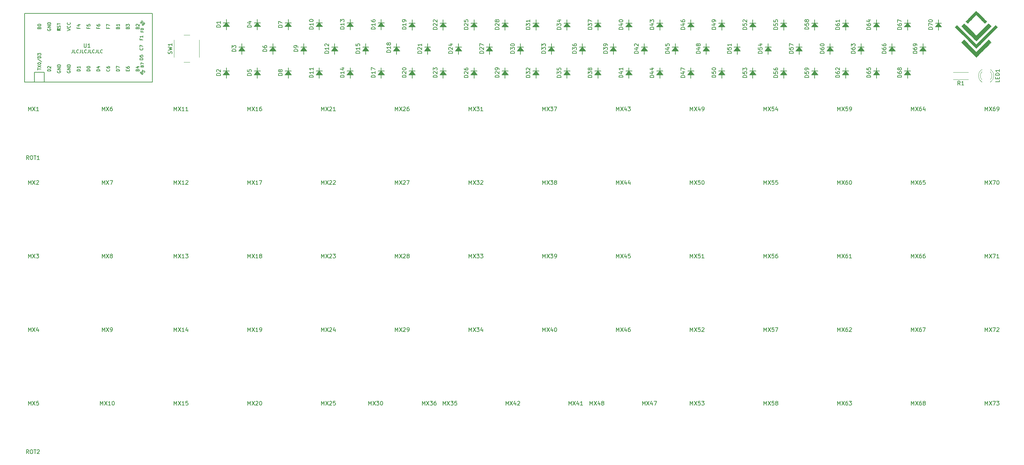
<source format=gbr>
G04 #@! TF.GenerationSoftware,KiCad,Pcbnew,(5.99.0-176-g31e38f2fd)*
G04 #@! TF.CreationDate,2020-02-05T01:48:41+01:00*
G04 #@! TF.ProjectId,5x14_ortho_keyboard_elite-c,35783134-5f6f-4727-9468-6f5f6b657962,rev?*
G04 #@! TF.SameCoordinates,Original*
G04 #@! TF.FileFunction,Legend,Top*
G04 #@! TF.FilePolarity,Positive*
%FSLAX46Y46*%
G04 Gerber Fmt 4.6, Leading zero omitted, Abs format (unit mm)*
G04 Created by KiCad (PCBNEW (5.99.0-176-g31e38f2fd)) date 2020-02-05 01:48:41*
%MOMM*%
%LPD*%
G04 APERTURE LIST*
%ADD10C,0.150000*%
%ADD11C,0.010000*%
%ADD12C,0.200000*%
%ADD13C,0.120000*%
%ADD14C,2.250000*%
%ADD15C,2.250000*%
%ADD16C,3.987800*%
%ADD17C,1.750000*%
%ADD18C,2.000000*%
%ADD19C,1.700000*%
%ADD20C,1.200000*%
%ADD21C,3.048000*%
%ADD22O,1.700000X1.700000*%
%ADD23R,1.700000X1.700000*%
%ADD24R,1.752600X1.752600*%
%ADD25C,1.752600*%
%ADD26C,1.400000*%
%ADD27R,1.400000X1.400000*%
%ADD28C,4.400000*%
%ADD29R,1.800000X1.800000*%
%ADD30C,1.800000*%
%ADD31O,1.400000X1.400000*%
%ADD32R,2.000000X3.200000*%
%ADD33R,2.000000X2.000000*%
G04 APERTURE END LIST*
D10*
X34736011Y-49811904D02*
X34736011Y-50383333D01*
X34697916Y-50497619D01*
X34621726Y-50573809D01*
X34507440Y-50611904D01*
X34431250Y-50611904D01*
X35497916Y-50611904D02*
X35116964Y-50611904D01*
X35116964Y-49811904D01*
X36221726Y-50535714D02*
X36183630Y-50573809D01*
X36069345Y-50611904D01*
X35993154Y-50611904D01*
X35878869Y-50573809D01*
X35802678Y-50497619D01*
X35764583Y-50421428D01*
X35726488Y-50269047D01*
X35726488Y-50154761D01*
X35764583Y-50002380D01*
X35802678Y-49926190D01*
X35878869Y-49850000D01*
X35993154Y-49811904D01*
X36069345Y-49811904D01*
X36183630Y-49850000D01*
X36221726Y-49888095D01*
X36793154Y-49811904D02*
X36793154Y-50383333D01*
X36755059Y-50497619D01*
X36678869Y-50573809D01*
X36564583Y-50611904D01*
X36488392Y-50611904D01*
X37555059Y-50611904D02*
X37174107Y-50611904D01*
X37174107Y-49811904D01*
X38278869Y-50535714D02*
X38240773Y-50573809D01*
X38126488Y-50611904D01*
X38050297Y-50611904D01*
X37936011Y-50573809D01*
X37859821Y-50497619D01*
X37821726Y-50421428D01*
X37783630Y-50269047D01*
X37783630Y-50154761D01*
X37821726Y-50002380D01*
X37859821Y-49926190D01*
X37936011Y-49850000D01*
X38050297Y-49811904D01*
X38126488Y-49811904D01*
X38240773Y-49850000D01*
X38278869Y-49888095D01*
X38850297Y-49811904D02*
X38850297Y-50383333D01*
X38812202Y-50497619D01*
X38736011Y-50573809D01*
X38621726Y-50611904D01*
X38545535Y-50611904D01*
X39612202Y-50611904D02*
X39231250Y-50611904D01*
X39231250Y-49811904D01*
X40336011Y-50535714D02*
X40297916Y-50573809D01*
X40183630Y-50611904D01*
X40107440Y-50611904D01*
X39993154Y-50573809D01*
X39916964Y-50497619D01*
X39878869Y-50421428D01*
X39840773Y-50269047D01*
X39840773Y-50154761D01*
X39878869Y-50002380D01*
X39916964Y-49926190D01*
X39993154Y-49850000D01*
X40107440Y-49811904D01*
X40183630Y-49811904D01*
X40297916Y-49850000D01*
X40336011Y-49888095D01*
X40907440Y-49811904D02*
X40907440Y-50383333D01*
X40869345Y-50497619D01*
X40793154Y-50573809D01*
X40678869Y-50611904D01*
X40602678Y-50611904D01*
X41669345Y-50611904D02*
X41288392Y-50611904D01*
X41288392Y-49811904D01*
X42393154Y-50535714D02*
X42355059Y-50573809D01*
X42240773Y-50611904D01*
X42164583Y-50611904D01*
X42050297Y-50573809D01*
X41974107Y-50497619D01*
X41936011Y-50421428D01*
X41897916Y-50269047D01*
X41897916Y-50154761D01*
X41936011Y-50002380D01*
X41974107Y-49926190D01*
X42050297Y-49850000D01*
X42164583Y-49811904D01*
X42240773Y-49811904D01*
X42355059Y-49850000D01*
X42393154Y-49888095D01*
X37669345Y-48202380D02*
X37669345Y-49011904D01*
X37716964Y-49107142D01*
X37764583Y-49154761D01*
X37859821Y-49202380D01*
X38050297Y-49202380D01*
X38145535Y-49154761D01*
X38193154Y-49107142D01*
X38240773Y-49011904D01*
X38240773Y-48202380D01*
X39240773Y-49202380D02*
X38669345Y-49202380D01*
X38955059Y-49202380D02*
X38955059Y-48202380D01*
X38859821Y-48345238D01*
X38764583Y-48440476D01*
X38669345Y-48488095D01*
X24860000Y-55600000D02*
X24860000Y-58140000D01*
X22320000Y-58140000D02*
X24860000Y-58140000D01*
X22320000Y-40360000D02*
X22320000Y-58140000D01*
X24860000Y-40360000D02*
X22320000Y-40360000D01*
G36*
X31539360Y-44418432D02*
G01*
X31339360Y-44418432D01*
X31339360Y-44318432D01*
X31539360Y-44318432D01*
X31539360Y-44418432D01*
X31539360Y-44418432D01*
G37*
X31539360Y-44418432D02*
X31339360Y-44418432D01*
X31339360Y-44318432D01*
X31539360Y-44318432D01*
X31539360Y-44418432D01*
G36*
X31539360Y-44818432D02*
G01*
X30739360Y-44818432D01*
X30739360Y-44718432D01*
X31539360Y-44718432D01*
X31539360Y-44818432D01*
X31539360Y-44818432D01*
G37*
X31539360Y-44818432D02*
X30739360Y-44818432D01*
X30739360Y-44718432D01*
X31539360Y-44718432D01*
X31539360Y-44818432D01*
G36*
X30839360Y-44818432D02*
G01*
X30739360Y-44818432D01*
X30739360Y-44318432D01*
X30839360Y-44318432D01*
X30839360Y-44818432D01*
X30839360Y-44818432D01*
G37*
X30839360Y-44818432D02*
X30739360Y-44818432D01*
X30739360Y-44318432D01*
X30839360Y-44318432D01*
X30839360Y-44818432D01*
G36*
X31239360Y-44618432D02*
G01*
X31139360Y-44618432D01*
X31139360Y-44518432D01*
X31239360Y-44518432D01*
X31239360Y-44618432D01*
X31239360Y-44618432D01*
G37*
X31239360Y-44618432D02*
X31139360Y-44618432D01*
X31139360Y-44518432D01*
X31239360Y-44518432D01*
X31239360Y-44618432D01*
G36*
X31039360Y-44418432D02*
G01*
X30739360Y-44418432D01*
X30739360Y-44318432D01*
X31039360Y-44318432D01*
X31039360Y-44418432D01*
X31039360Y-44418432D01*
G37*
X31039360Y-44418432D02*
X30739360Y-44418432D01*
X30739360Y-44318432D01*
X31039360Y-44318432D01*
X31039360Y-44418432D01*
X27400000Y-55600000D02*
X27400000Y-58140000D01*
X24860000Y-55600000D02*
X27400000Y-55600000D01*
X55340000Y-40360000D02*
X24860000Y-40360000D01*
X55340000Y-58140000D02*
X55340000Y-40360000D01*
X24860000Y-58140000D02*
X55340000Y-58140000D01*
D11*
G36*
X272041877Y-47884851D02*
G01*
X270113518Y-49813223D01*
X269968407Y-49958323D01*
X269826119Y-50100580D01*
X269687048Y-50239598D01*
X269551589Y-50374984D01*
X269420138Y-50506344D01*
X269293090Y-50633282D01*
X269170840Y-50755405D01*
X269053782Y-50872318D01*
X268942313Y-50983627D01*
X268836828Y-51088937D01*
X268737721Y-51187854D01*
X268645388Y-51279984D01*
X268560224Y-51364932D01*
X268482624Y-51442304D01*
X268412983Y-51511705D01*
X268351698Y-51572741D01*
X268299161Y-51625017D01*
X268255770Y-51668140D01*
X268221919Y-51701715D01*
X268198004Y-51725347D01*
X268184419Y-51738643D01*
X268181250Y-51741595D01*
X268175511Y-51736150D01*
X268159151Y-51720078D01*
X268132566Y-51693774D01*
X268096149Y-51657632D01*
X268050297Y-51612046D01*
X267995405Y-51557410D01*
X267931868Y-51494120D01*
X267860081Y-51422570D01*
X267780439Y-51343153D01*
X267693338Y-51256264D01*
X267599172Y-51162298D01*
X267498337Y-51061650D01*
X267391228Y-50954712D01*
X267278240Y-50841880D01*
X267159769Y-50723549D01*
X267036209Y-50600112D01*
X266907956Y-50471964D01*
X266775405Y-50339500D01*
X266638951Y-50203113D01*
X266498990Y-50063198D01*
X266355915Y-49920150D01*
X266248983Y-49813223D01*
X264320623Y-47884851D01*
X265017941Y-47187533D01*
X266599596Y-48769173D01*
X268181250Y-50350813D01*
X269762905Y-48769173D01*
X271344559Y-47187533D01*
X272041877Y-47884851D01*
X272041877Y-47884851D01*
G37*
X272041877Y-47884851D02*
X270113518Y-49813223D01*
X269968407Y-49958323D01*
X269826119Y-50100580D01*
X269687048Y-50239598D01*
X269551589Y-50374984D01*
X269420138Y-50506344D01*
X269293090Y-50633282D01*
X269170840Y-50755405D01*
X269053782Y-50872318D01*
X268942313Y-50983627D01*
X268836828Y-51088937D01*
X268737721Y-51187854D01*
X268645388Y-51279984D01*
X268560224Y-51364932D01*
X268482624Y-51442304D01*
X268412983Y-51511705D01*
X268351698Y-51572741D01*
X268299161Y-51625017D01*
X268255770Y-51668140D01*
X268221919Y-51701715D01*
X268198004Y-51725347D01*
X268184419Y-51738643D01*
X268181250Y-51741595D01*
X268175511Y-51736150D01*
X268159151Y-51720078D01*
X268132566Y-51693774D01*
X268096149Y-51657632D01*
X268050297Y-51612046D01*
X267995405Y-51557410D01*
X267931868Y-51494120D01*
X267860081Y-51422570D01*
X267780439Y-51343153D01*
X267693338Y-51256264D01*
X267599172Y-51162298D01*
X267498337Y-51061650D01*
X267391228Y-50954712D01*
X267278240Y-50841880D01*
X267159769Y-50723549D01*
X267036209Y-50600112D01*
X266907956Y-50471964D01*
X266775405Y-50339500D01*
X266638951Y-50203113D01*
X266498990Y-50063198D01*
X266355915Y-49920150D01*
X266248983Y-49813223D01*
X264320623Y-47884851D01*
X265017941Y-47187533D01*
X266599596Y-48769173D01*
X268181250Y-50350813D01*
X269762905Y-48769173D01*
X271344559Y-47187533D01*
X272041877Y-47884851D01*
G36*
X273442386Y-43683343D02*
G01*
X273693654Y-43934612D01*
X270939404Y-46688870D01*
X270765730Y-46862537D01*
X270594820Y-47033425D01*
X270427004Y-47201203D01*
X270262613Y-47365543D01*
X270101977Y-47526114D01*
X269945426Y-47682586D01*
X269793292Y-47834630D01*
X269645904Y-47981915D01*
X269503592Y-48124110D01*
X269366688Y-48260888D01*
X269235522Y-48391916D01*
X269110424Y-48516866D01*
X268991724Y-48635407D01*
X268879753Y-48747210D01*
X268774842Y-48851944D01*
X268677321Y-48949280D01*
X268587520Y-49038887D01*
X268505770Y-49120436D01*
X268432401Y-49193596D01*
X268367743Y-49258038D01*
X268312128Y-49313432D01*
X268265885Y-49359447D01*
X268229345Y-49395754D01*
X268202839Y-49422023D01*
X268186696Y-49437923D01*
X268181250Y-49443128D01*
X268175549Y-49437673D01*
X268159161Y-49421527D01*
X268132417Y-49395021D01*
X268095647Y-49358484D01*
X268049182Y-49312247D01*
X267993353Y-49256639D01*
X267928488Y-49191990D01*
X267854920Y-49118631D01*
X267772979Y-49036890D01*
X267682994Y-48947099D01*
X267585297Y-48849588D01*
X267480218Y-48744685D01*
X267368087Y-48632722D01*
X267249234Y-48514028D01*
X267123991Y-48388932D01*
X266992687Y-48257766D01*
X266855654Y-48120859D01*
X266713220Y-47978541D01*
X266565718Y-47831142D01*
X266413477Y-47678991D01*
X266256827Y-47522420D01*
X266096100Y-47361757D01*
X265931625Y-47197333D01*
X265763733Y-47029479D01*
X265592755Y-46858522D01*
X265423096Y-46688870D01*
X262668847Y-43934612D01*
X263171383Y-43432074D01*
X265676317Y-45936999D01*
X268181250Y-48441923D01*
X270686183Y-45936999D01*
X273191117Y-43432074D01*
X273442386Y-43683343D01*
X273442386Y-43683343D01*
G37*
X273442386Y-43683343D02*
X273693654Y-43934612D01*
X270939404Y-46688870D01*
X270765730Y-46862537D01*
X270594820Y-47033425D01*
X270427004Y-47201203D01*
X270262613Y-47365543D01*
X270101977Y-47526114D01*
X269945426Y-47682586D01*
X269793292Y-47834630D01*
X269645904Y-47981915D01*
X269503592Y-48124110D01*
X269366688Y-48260888D01*
X269235522Y-48391916D01*
X269110424Y-48516866D01*
X268991724Y-48635407D01*
X268879753Y-48747210D01*
X268774842Y-48851944D01*
X268677321Y-48949280D01*
X268587520Y-49038887D01*
X268505770Y-49120436D01*
X268432401Y-49193596D01*
X268367743Y-49258038D01*
X268312128Y-49313432D01*
X268265885Y-49359447D01*
X268229345Y-49395754D01*
X268202839Y-49422023D01*
X268186696Y-49437923D01*
X268181250Y-49443128D01*
X268175549Y-49437673D01*
X268159161Y-49421527D01*
X268132417Y-49395021D01*
X268095647Y-49358484D01*
X268049182Y-49312247D01*
X267993353Y-49256639D01*
X267928488Y-49191990D01*
X267854920Y-49118631D01*
X267772979Y-49036890D01*
X267682994Y-48947099D01*
X267585297Y-48849588D01*
X267480218Y-48744685D01*
X267368087Y-48632722D01*
X267249234Y-48514028D01*
X267123991Y-48388932D01*
X266992687Y-48257766D01*
X266855654Y-48120859D01*
X266713220Y-47978541D01*
X266565718Y-47831142D01*
X266413477Y-47678991D01*
X266256827Y-47522420D01*
X266096100Y-47361757D01*
X265931625Y-47197333D01*
X265763733Y-47029479D01*
X265592755Y-46858522D01*
X265423096Y-46688870D01*
X262668847Y-43934612D01*
X263171383Y-43432074D01*
X265676317Y-45936999D01*
X268181250Y-48441923D01*
X270686183Y-45936999D01*
X273191117Y-43432074D01*
X273442386Y-43683343D01*
G36*
X271689340Y-43332721D02*
G01*
X272037972Y-43681418D01*
X270111553Y-45607825D01*
X269966516Y-45752850D01*
X269824302Y-45895032D01*
X269685305Y-46033975D01*
X269549921Y-46169285D01*
X269418545Y-46300567D01*
X269291573Y-46427428D01*
X269169401Y-46549471D01*
X269052423Y-46666304D01*
X268941035Y-46777531D01*
X268835632Y-46882757D01*
X268736610Y-46981588D01*
X268644365Y-47073630D01*
X268559290Y-47158488D01*
X268481783Y-47235767D01*
X268412238Y-47305072D01*
X268351050Y-47366010D01*
X268298616Y-47418185D01*
X268255330Y-47461203D01*
X268221587Y-47494669D01*
X268197784Y-47518189D01*
X268184316Y-47531368D01*
X268181238Y-47534233D01*
X268175500Y-47528788D01*
X268159141Y-47512716D01*
X268132557Y-47486413D01*
X268096142Y-47450272D01*
X268050293Y-47404688D01*
X267995405Y-47350056D01*
X267931873Y-47286770D01*
X267860092Y-47215225D01*
X267780458Y-47135815D01*
X267693366Y-47048936D01*
X267599212Y-46954981D01*
X267498390Y-46854345D01*
X267391298Y-46747423D01*
X267278329Y-46634610D01*
X267159879Y-46516299D01*
X267036343Y-46392886D01*
X266908118Y-46264765D01*
X266775597Y-46132331D01*
X266639178Y-45995978D01*
X266499254Y-45856101D01*
X266356222Y-45713095D01*
X266250920Y-45607798D01*
X264324497Y-43681363D01*
X265021815Y-42984045D01*
X266601532Y-44563748D01*
X268181250Y-46143451D01*
X269760979Y-44563737D01*
X271340707Y-42984023D01*
X271689340Y-43332721D01*
X271689340Y-43332721D01*
G37*
X271689340Y-43332721D02*
X272037972Y-43681418D01*
X270111553Y-45607825D01*
X269966516Y-45752850D01*
X269824302Y-45895032D01*
X269685305Y-46033975D01*
X269549921Y-46169285D01*
X269418545Y-46300567D01*
X269291573Y-46427428D01*
X269169401Y-46549471D01*
X269052423Y-46666304D01*
X268941035Y-46777531D01*
X268835632Y-46882757D01*
X268736610Y-46981588D01*
X268644365Y-47073630D01*
X268559290Y-47158488D01*
X268481783Y-47235767D01*
X268412238Y-47305072D01*
X268351050Y-47366010D01*
X268298616Y-47418185D01*
X268255330Y-47461203D01*
X268221587Y-47494669D01*
X268197784Y-47518189D01*
X268184316Y-47531368D01*
X268181238Y-47534233D01*
X268175500Y-47528788D01*
X268159141Y-47512716D01*
X268132557Y-47486413D01*
X268096142Y-47450272D01*
X268050293Y-47404688D01*
X267995405Y-47350056D01*
X267931873Y-47286770D01*
X267860092Y-47215225D01*
X267780458Y-47135815D01*
X267693366Y-47048936D01*
X267599212Y-46954981D01*
X267498390Y-46854345D01*
X267391298Y-46747423D01*
X267278329Y-46634610D01*
X267159879Y-46516299D01*
X267036343Y-46392886D01*
X266908118Y-46264765D01*
X266775597Y-46132331D01*
X266639178Y-45995978D01*
X266499254Y-45856101D01*
X266356222Y-45713095D01*
X266250920Y-45607798D01*
X264324497Y-43681363D01*
X265021815Y-42984045D01*
X266601532Y-44563748D01*
X268181250Y-46143451D01*
X269760979Y-44563737D01*
X271340707Y-42984023D01*
X271689340Y-43332721D01*
G36*
X269533060Y-41106319D02*
G01*
X269654350Y-41227638D01*
X269772718Y-41346098D01*
X269887693Y-41461223D01*
X269998804Y-41572540D01*
X270105579Y-41679574D01*
X270207548Y-41781852D01*
X270304238Y-41878899D01*
X270395179Y-41970241D01*
X270479899Y-42055405D01*
X270557926Y-42133916D01*
X270628790Y-42205300D01*
X270692019Y-42269083D01*
X270747141Y-42324791D01*
X270793686Y-42371950D01*
X270831182Y-42410085D01*
X270859158Y-42438724D01*
X270877142Y-42457391D01*
X270884662Y-42465613D01*
X270884870Y-42465958D01*
X270879529Y-42473071D01*
X270864416Y-42489721D01*
X270840895Y-42514544D01*
X270810330Y-42546176D01*
X270774084Y-42583254D01*
X270733521Y-42624414D01*
X270690006Y-42668293D01*
X270644901Y-42713526D01*
X270599571Y-42758751D01*
X270555380Y-42802603D01*
X270513691Y-42843720D01*
X270475868Y-42880737D01*
X270443276Y-42912290D01*
X270417277Y-42937017D01*
X270399236Y-42953553D01*
X270390516Y-42960535D01*
X270390080Y-42960674D01*
X270383885Y-42955248D01*
X270367206Y-42939317D01*
X270340569Y-42913403D01*
X270304500Y-42878030D01*
X270259526Y-42833719D01*
X270206173Y-42780994D01*
X270144966Y-42720376D01*
X270076432Y-42652389D01*
X270001098Y-42577554D01*
X269919488Y-42496394D01*
X269832130Y-42409432D01*
X269739550Y-42317190D01*
X269642274Y-42220190D01*
X269540827Y-42118956D01*
X269435737Y-42014009D01*
X269327529Y-41905872D01*
X269281797Y-41860148D01*
X268181250Y-40759621D01*
X267080703Y-41860148D01*
X266971354Y-41969457D01*
X266864903Y-42075792D01*
X266761876Y-42178632D01*
X266662801Y-42277454D01*
X266568202Y-42371736D01*
X266478607Y-42460955D01*
X266394541Y-42544588D01*
X266316531Y-42622113D01*
X266245102Y-42693008D01*
X266180782Y-42756750D01*
X266124096Y-42812816D01*
X266075570Y-42860685D01*
X266035732Y-42899833D01*
X266005106Y-42929738D01*
X265984219Y-42949878D01*
X265973598Y-42959730D01*
X265972328Y-42960674D01*
X265965357Y-42955330D01*
X265948559Y-42940042D01*
X265923087Y-42915924D01*
X265890090Y-42884093D01*
X265850722Y-42845665D01*
X265806132Y-42801755D01*
X265757472Y-42753479D01*
X265721066Y-42717147D01*
X265670386Y-42666278D01*
X265623279Y-42618666D01*
X265580858Y-42575462D01*
X265544240Y-42537817D01*
X265514540Y-42506882D01*
X265492873Y-42483808D01*
X265480354Y-42469747D01*
X265477630Y-42465866D01*
X265483065Y-42459736D01*
X265499054Y-42443068D01*
X265525126Y-42416337D01*
X265560809Y-42380016D01*
X265605634Y-42334580D01*
X265659127Y-42280503D01*
X265720818Y-42218258D01*
X265790236Y-42148319D01*
X265866908Y-42071161D01*
X265950365Y-41987258D01*
X266040134Y-41897084D01*
X266135744Y-41801113D01*
X266236724Y-41699818D01*
X266342602Y-41593674D01*
X266452907Y-41483155D01*
X266567168Y-41368735D01*
X266684914Y-41250888D01*
X266805672Y-41130087D01*
X266829440Y-41106319D01*
X268181250Y-39754527D01*
X269533060Y-41106319D01*
X269533060Y-41106319D01*
G37*
X269533060Y-41106319D02*
X269654350Y-41227638D01*
X269772718Y-41346098D01*
X269887693Y-41461223D01*
X269998804Y-41572540D01*
X270105579Y-41679574D01*
X270207548Y-41781852D01*
X270304238Y-41878899D01*
X270395179Y-41970241D01*
X270479899Y-42055405D01*
X270557926Y-42133916D01*
X270628790Y-42205300D01*
X270692019Y-42269083D01*
X270747141Y-42324791D01*
X270793686Y-42371950D01*
X270831182Y-42410085D01*
X270859158Y-42438724D01*
X270877142Y-42457391D01*
X270884662Y-42465613D01*
X270884870Y-42465958D01*
X270879529Y-42473071D01*
X270864416Y-42489721D01*
X270840895Y-42514544D01*
X270810330Y-42546176D01*
X270774084Y-42583254D01*
X270733521Y-42624414D01*
X270690006Y-42668293D01*
X270644901Y-42713526D01*
X270599571Y-42758751D01*
X270555380Y-42802603D01*
X270513691Y-42843720D01*
X270475868Y-42880737D01*
X270443276Y-42912290D01*
X270417277Y-42937017D01*
X270399236Y-42953553D01*
X270390516Y-42960535D01*
X270390080Y-42960674D01*
X270383885Y-42955248D01*
X270367206Y-42939317D01*
X270340569Y-42913403D01*
X270304500Y-42878030D01*
X270259526Y-42833719D01*
X270206173Y-42780994D01*
X270144966Y-42720376D01*
X270076432Y-42652389D01*
X270001098Y-42577554D01*
X269919488Y-42496394D01*
X269832130Y-42409432D01*
X269739550Y-42317190D01*
X269642274Y-42220190D01*
X269540827Y-42118956D01*
X269435737Y-42014009D01*
X269327529Y-41905872D01*
X269281797Y-41860148D01*
X268181250Y-40759621D01*
X267080703Y-41860148D01*
X266971354Y-41969457D01*
X266864903Y-42075792D01*
X266761876Y-42178632D01*
X266662801Y-42277454D01*
X266568202Y-42371736D01*
X266478607Y-42460955D01*
X266394541Y-42544588D01*
X266316531Y-42622113D01*
X266245102Y-42693008D01*
X266180782Y-42756750D01*
X266124096Y-42812816D01*
X266075570Y-42860685D01*
X266035732Y-42899833D01*
X266005106Y-42929738D01*
X265984219Y-42949878D01*
X265973598Y-42959730D01*
X265972328Y-42960674D01*
X265965357Y-42955330D01*
X265948559Y-42940042D01*
X265923087Y-42915924D01*
X265890090Y-42884093D01*
X265850722Y-42845665D01*
X265806132Y-42801755D01*
X265757472Y-42753479D01*
X265721066Y-42717147D01*
X265670386Y-42666278D01*
X265623279Y-42618666D01*
X265580858Y-42575462D01*
X265544240Y-42537817D01*
X265514540Y-42506882D01*
X265492873Y-42483808D01*
X265480354Y-42469747D01*
X265477630Y-42465866D01*
X265483065Y-42459736D01*
X265499054Y-42443068D01*
X265525126Y-42416337D01*
X265560809Y-42380016D01*
X265605634Y-42334580D01*
X265659127Y-42280503D01*
X265720818Y-42218258D01*
X265790236Y-42148319D01*
X265866908Y-42071161D01*
X265950365Y-41987258D01*
X266040134Y-41897084D01*
X266135744Y-41801113D01*
X266236724Y-41699818D01*
X266342602Y-41593674D01*
X266452907Y-41483155D01*
X266567168Y-41368735D01*
X266684914Y-41250888D01*
X266805672Y-41130087D01*
X266829440Y-41106319D01*
X268181250Y-39754527D01*
X269533060Y-41106319D01*
D10*
G36*
X259231250Y-43890000D02*
G01*
X257631250Y-43890000D01*
X258431250Y-42890000D01*
X259231250Y-43890000D01*
X259231250Y-43890000D01*
G37*
X259231250Y-43890000D02*
X257631250Y-43890000D01*
X258431250Y-42890000D01*
X259231250Y-43890000D01*
D12*
X258431250Y-42016371D02*
X258431250Y-44730000D01*
X259231250Y-42890000D02*
X257631250Y-42890000D01*
D10*
G36*
X255231250Y-50090000D02*
G01*
X253631250Y-50090000D01*
X254431250Y-49090000D01*
X255231250Y-50090000D01*
X255231250Y-50090000D01*
G37*
X255231250Y-50090000D02*
X253631250Y-50090000D01*
X254431250Y-49090000D01*
X255231250Y-50090000D01*
D12*
X254431250Y-48216371D02*
X254431250Y-50930000D01*
X255231250Y-49090000D02*
X253631250Y-49090000D01*
D10*
G36*
X251231250Y-56310000D02*
G01*
X249631250Y-56310000D01*
X250431250Y-55310000D01*
X251231250Y-56310000D01*
X251231250Y-56310000D01*
G37*
X251231250Y-56310000D02*
X249631250Y-56310000D01*
X250431250Y-55310000D01*
X251231250Y-56310000D01*
D12*
X250431250Y-54436371D02*
X250431250Y-57150000D01*
X251231250Y-55310000D02*
X249631250Y-55310000D01*
D10*
G36*
X251231250Y-43890000D02*
G01*
X249631250Y-43890000D01*
X250431250Y-42890000D01*
X251231250Y-43890000D01*
X251231250Y-43890000D01*
G37*
X251231250Y-43890000D02*
X249631250Y-43890000D01*
X250431250Y-42890000D01*
X251231250Y-43890000D01*
D12*
X250431250Y-42016371D02*
X250431250Y-44730000D01*
X251231250Y-42890000D02*
X249631250Y-42890000D01*
D10*
G36*
X247231250Y-50090000D02*
G01*
X245631250Y-50090000D01*
X246431250Y-49090000D01*
X247231250Y-50090000D01*
X247231250Y-50090000D01*
G37*
X247231250Y-50090000D02*
X245631250Y-50090000D01*
X246431250Y-49090000D01*
X247231250Y-50090000D01*
D12*
X246431250Y-48216371D02*
X246431250Y-50930000D01*
X247231250Y-49090000D02*
X245631250Y-49090000D01*
D10*
G36*
X243231250Y-43890000D02*
G01*
X241631250Y-43890000D01*
X242431250Y-42890000D01*
X243231250Y-43890000D01*
X243231250Y-43890000D01*
G37*
X243231250Y-43890000D02*
X241631250Y-43890000D01*
X242431250Y-42890000D01*
X243231250Y-43890000D01*
D12*
X242431250Y-42016371D02*
X242431250Y-44730000D01*
X243231250Y-42890000D02*
X241631250Y-42890000D01*
D10*
G36*
X243231250Y-56310000D02*
G01*
X241631250Y-56310000D01*
X242431250Y-55310000D01*
X243231250Y-56310000D01*
X243231250Y-56310000D01*
G37*
X243231250Y-56310000D02*
X241631250Y-56310000D01*
X242431250Y-55310000D01*
X243231250Y-56310000D01*
D12*
X242431250Y-54436371D02*
X242431250Y-57150000D01*
X243231250Y-55310000D02*
X241631250Y-55310000D01*
D10*
G36*
X239231250Y-50090000D02*
G01*
X237631250Y-50090000D01*
X238431250Y-49090000D01*
X239231250Y-50090000D01*
X239231250Y-50090000D01*
G37*
X239231250Y-50090000D02*
X237631250Y-50090000D01*
X238431250Y-49090000D01*
X239231250Y-50090000D01*
D12*
X238431250Y-48216371D02*
X238431250Y-50930000D01*
X239231250Y-49090000D02*
X237631250Y-49090000D01*
D10*
G36*
X235231250Y-56310000D02*
G01*
X233631250Y-56310000D01*
X234431250Y-55310000D01*
X235231250Y-56310000D01*
X235231250Y-56310000D01*
G37*
X235231250Y-56310000D02*
X233631250Y-56310000D01*
X234431250Y-55310000D01*
X235231250Y-56310000D01*
D12*
X234431250Y-54436371D02*
X234431250Y-57150000D01*
X235231250Y-55310000D02*
X233631250Y-55310000D01*
D10*
G36*
X235231250Y-43890000D02*
G01*
X233631250Y-43890000D01*
X234431250Y-42890000D01*
X235231250Y-43890000D01*
X235231250Y-43890000D01*
G37*
X235231250Y-43890000D02*
X233631250Y-43890000D01*
X234431250Y-42890000D01*
X235231250Y-43890000D01*
D12*
X234431250Y-42016371D02*
X234431250Y-44730000D01*
X235231250Y-42890000D02*
X233631250Y-42890000D01*
D10*
G36*
X231231250Y-50090000D02*
G01*
X229631250Y-50090000D01*
X230431250Y-49090000D01*
X231231250Y-50090000D01*
X231231250Y-50090000D01*
G37*
X231231250Y-50090000D02*
X229631250Y-50090000D01*
X230431250Y-49090000D01*
X231231250Y-50090000D01*
D12*
X230431250Y-48216371D02*
X230431250Y-50930000D01*
X231231250Y-49090000D02*
X229631250Y-49090000D01*
D10*
G36*
X227231250Y-43890000D02*
G01*
X225631250Y-43890000D01*
X226431250Y-42890000D01*
X227231250Y-43890000D01*
X227231250Y-43890000D01*
G37*
X227231250Y-43890000D02*
X225631250Y-43890000D01*
X226431250Y-42890000D01*
X227231250Y-43890000D01*
D12*
X226431250Y-42016371D02*
X226431250Y-44730000D01*
X227231250Y-42890000D02*
X225631250Y-42890000D01*
D10*
G36*
X227231250Y-56310000D02*
G01*
X225631250Y-56310000D01*
X226431250Y-55310000D01*
X227231250Y-56310000D01*
X227231250Y-56310000D01*
G37*
X227231250Y-56310000D02*
X225631250Y-56310000D01*
X226431250Y-55310000D01*
X227231250Y-56310000D01*
D12*
X226431250Y-54436371D02*
X226431250Y-57150000D01*
X227231250Y-55310000D02*
X225631250Y-55310000D01*
D10*
G36*
X223231250Y-50090000D02*
G01*
X221631250Y-50090000D01*
X222431250Y-49090000D01*
X223231250Y-50090000D01*
X223231250Y-50090000D01*
G37*
X223231250Y-50090000D02*
X221631250Y-50090000D01*
X222431250Y-49090000D01*
X223231250Y-50090000D01*
D12*
X222431250Y-48216371D02*
X222431250Y-50930000D01*
X223231250Y-49090000D02*
X221631250Y-49090000D01*
D10*
G36*
X219231250Y-43890000D02*
G01*
X217631250Y-43890000D01*
X218431250Y-42890000D01*
X219231250Y-43890000D01*
X219231250Y-43890000D01*
G37*
X219231250Y-43890000D02*
X217631250Y-43890000D01*
X218431250Y-42890000D01*
X219231250Y-43890000D01*
D12*
X218431250Y-42016371D02*
X218431250Y-44730000D01*
X219231250Y-42890000D02*
X217631250Y-42890000D01*
D10*
G36*
X219231250Y-56310000D02*
G01*
X217631250Y-56310000D01*
X218431250Y-55310000D01*
X219231250Y-56310000D01*
X219231250Y-56310000D01*
G37*
X219231250Y-56310000D02*
X217631250Y-56310000D01*
X218431250Y-55310000D01*
X219231250Y-56310000D01*
D12*
X218431250Y-54436371D02*
X218431250Y-57150000D01*
X219231250Y-55310000D02*
X217631250Y-55310000D01*
D10*
G36*
X215231250Y-50090000D02*
G01*
X213631250Y-50090000D01*
X214431250Y-49090000D01*
X215231250Y-50090000D01*
X215231250Y-50090000D01*
G37*
X215231250Y-50090000D02*
X213631250Y-50090000D01*
X214431250Y-49090000D01*
X215231250Y-50090000D01*
D12*
X214431250Y-48216371D02*
X214431250Y-50930000D01*
X215231250Y-49090000D02*
X213631250Y-49090000D01*
D10*
G36*
X211231250Y-56310000D02*
G01*
X209631250Y-56310000D01*
X210431250Y-55310000D01*
X211231250Y-56310000D01*
X211231250Y-56310000D01*
G37*
X211231250Y-56310000D02*
X209631250Y-56310000D01*
X210431250Y-55310000D01*
X211231250Y-56310000D01*
D12*
X210431250Y-54436371D02*
X210431250Y-57150000D01*
X211231250Y-55310000D02*
X209631250Y-55310000D01*
D10*
G36*
X211231250Y-43890000D02*
G01*
X209631250Y-43890000D01*
X210431250Y-42890000D01*
X211231250Y-43890000D01*
X211231250Y-43890000D01*
G37*
X211231250Y-43890000D02*
X209631250Y-43890000D01*
X210431250Y-42890000D01*
X211231250Y-43890000D01*
D12*
X210431250Y-42016371D02*
X210431250Y-44730000D01*
X211231250Y-42890000D02*
X209631250Y-42890000D01*
D10*
G36*
X207231250Y-50090000D02*
G01*
X205631250Y-50090000D01*
X206431250Y-49090000D01*
X207231250Y-50090000D01*
X207231250Y-50090000D01*
G37*
X207231250Y-50090000D02*
X205631250Y-50090000D01*
X206431250Y-49090000D01*
X207231250Y-50090000D01*
D12*
X206431250Y-48216371D02*
X206431250Y-50930000D01*
X207231250Y-49090000D02*
X205631250Y-49090000D01*
D10*
G36*
X203231250Y-56310000D02*
G01*
X201631250Y-56310000D01*
X202431250Y-55310000D01*
X203231250Y-56310000D01*
X203231250Y-56310000D01*
G37*
X203231250Y-56310000D02*
X201631250Y-56310000D01*
X202431250Y-55310000D01*
X203231250Y-56310000D01*
D12*
X202431250Y-54436371D02*
X202431250Y-57150000D01*
X203231250Y-55310000D02*
X201631250Y-55310000D01*
D10*
G36*
X203231250Y-43890000D02*
G01*
X201631250Y-43890000D01*
X202431250Y-42890000D01*
X203231250Y-43890000D01*
X203231250Y-43890000D01*
G37*
X203231250Y-43890000D02*
X201631250Y-43890000D01*
X202431250Y-42890000D01*
X203231250Y-43890000D01*
D12*
X202431250Y-42016371D02*
X202431250Y-44730000D01*
X203231250Y-42890000D02*
X201631250Y-42890000D01*
D10*
G36*
X199231250Y-50090000D02*
G01*
X197631250Y-50090000D01*
X198431250Y-49090000D01*
X199231250Y-50090000D01*
X199231250Y-50090000D01*
G37*
X199231250Y-50090000D02*
X197631250Y-50090000D01*
X198431250Y-49090000D01*
X199231250Y-50090000D01*
D12*
X198431250Y-48216371D02*
X198431250Y-50930000D01*
X199231250Y-49090000D02*
X197631250Y-49090000D01*
D10*
G36*
X195231250Y-56310000D02*
G01*
X193631250Y-56310000D01*
X194431250Y-55310000D01*
X195231250Y-56310000D01*
X195231250Y-56310000D01*
G37*
X195231250Y-56310000D02*
X193631250Y-56310000D01*
X194431250Y-55310000D01*
X195231250Y-56310000D01*
D12*
X194431250Y-54436371D02*
X194431250Y-57150000D01*
X195231250Y-55310000D02*
X193631250Y-55310000D01*
D10*
G36*
X191231250Y-50090000D02*
G01*
X189631250Y-50090000D01*
X190431250Y-49090000D01*
X191231250Y-50090000D01*
X191231250Y-50090000D01*
G37*
X191231250Y-50090000D02*
X189631250Y-50090000D01*
X190431250Y-49090000D01*
X191231250Y-50090000D01*
D12*
X190431250Y-48216371D02*
X190431250Y-50930000D01*
X191231250Y-49090000D02*
X189631250Y-49090000D01*
D10*
G36*
X195231250Y-43890000D02*
G01*
X193631250Y-43890000D01*
X194431250Y-42890000D01*
X195231250Y-43890000D01*
X195231250Y-43890000D01*
G37*
X195231250Y-43890000D02*
X193631250Y-43890000D01*
X194431250Y-42890000D01*
X195231250Y-43890000D01*
D12*
X194431250Y-42016371D02*
X194431250Y-44730000D01*
X195231250Y-42890000D02*
X193631250Y-42890000D01*
D10*
G36*
X187231250Y-43890000D02*
G01*
X185631250Y-43890000D01*
X186431250Y-42890000D01*
X187231250Y-43890000D01*
X187231250Y-43890000D01*
G37*
X187231250Y-43890000D02*
X185631250Y-43890000D01*
X186431250Y-42890000D01*
X187231250Y-43890000D01*
D12*
X186431250Y-42016371D02*
X186431250Y-44730000D01*
X187231250Y-42890000D02*
X185631250Y-42890000D01*
D10*
G36*
X187231250Y-56310000D02*
G01*
X185631250Y-56310000D01*
X186431250Y-55310000D01*
X187231250Y-56310000D01*
X187231250Y-56310000D01*
G37*
X187231250Y-56310000D02*
X185631250Y-56310000D01*
X186431250Y-55310000D01*
X187231250Y-56310000D01*
D12*
X186431250Y-54436371D02*
X186431250Y-57150000D01*
X187231250Y-55310000D02*
X185631250Y-55310000D01*
D10*
G36*
X183231250Y-50090000D02*
G01*
X181631250Y-50090000D01*
X182431250Y-49090000D01*
X183231250Y-50090000D01*
X183231250Y-50090000D01*
G37*
X183231250Y-50090000D02*
X181631250Y-50090000D01*
X182431250Y-49090000D01*
X183231250Y-50090000D01*
D12*
X182431250Y-48216371D02*
X182431250Y-50930000D01*
X183231250Y-49090000D02*
X181631250Y-49090000D01*
D10*
G36*
X179231250Y-43890000D02*
G01*
X177631250Y-43890000D01*
X178431250Y-42890000D01*
X179231250Y-43890000D01*
X179231250Y-43890000D01*
G37*
X179231250Y-43890000D02*
X177631250Y-43890000D01*
X178431250Y-42890000D01*
X179231250Y-43890000D01*
D12*
X178431250Y-42016371D02*
X178431250Y-44730000D01*
X179231250Y-42890000D02*
X177631250Y-42890000D01*
D10*
G36*
X179231250Y-56310000D02*
G01*
X177631250Y-56310000D01*
X178431250Y-55310000D01*
X179231250Y-56310000D01*
X179231250Y-56310000D01*
G37*
X179231250Y-56310000D02*
X177631250Y-56310000D01*
X178431250Y-55310000D01*
X179231250Y-56310000D01*
D12*
X178431250Y-54436371D02*
X178431250Y-57150000D01*
X179231250Y-55310000D02*
X177631250Y-55310000D01*
D10*
G36*
X175231250Y-50090000D02*
G01*
X173631250Y-50090000D01*
X174431250Y-49090000D01*
X175231250Y-50090000D01*
X175231250Y-50090000D01*
G37*
X175231250Y-50090000D02*
X173631250Y-50090000D01*
X174431250Y-49090000D01*
X175231250Y-50090000D01*
D12*
X174431250Y-48216371D02*
X174431250Y-50930000D01*
X175231250Y-49090000D02*
X173631250Y-49090000D01*
D10*
G36*
X171231250Y-43890000D02*
G01*
X169631250Y-43890000D01*
X170431250Y-42890000D01*
X171231250Y-43890000D01*
X171231250Y-43890000D01*
G37*
X171231250Y-43890000D02*
X169631250Y-43890000D01*
X170431250Y-42890000D01*
X171231250Y-43890000D01*
D12*
X170431250Y-42016371D02*
X170431250Y-44730000D01*
X171231250Y-42890000D02*
X169631250Y-42890000D01*
D10*
G36*
X171231250Y-56310000D02*
G01*
X169631250Y-56310000D01*
X170431250Y-55310000D01*
X171231250Y-56310000D01*
X171231250Y-56310000D01*
G37*
X171231250Y-56310000D02*
X169631250Y-56310000D01*
X170431250Y-55310000D01*
X171231250Y-56310000D01*
D12*
X170431250Y-54436371D02*
X170431250Y-57150000D01*
X171231250Y-55310000D02*
X169631250Y-55310000D01*
D10*
G36*
X167231250Y-50090000D02*
G01*
X165631250Y-50090000D01*
X166431250Y-49090000D01*
X167231250Y-50090000D01*
X167231250Y-50090000D01*
G37*
X167231250Y-50090000D02*
X165631250Y-50090000D01*
X166431250Y-49090000D01*
X167231250Y-50090000D01*
D12*
X166431250Y-48216371D02*
X166431250Y-50930000D01*
X167231250Y-49090000D02*
X165631250Y-49090000D01*
D10*
G36*
X163231250Y-56310000D02*
G01*
X161631250Y-56310000D01*
X162431250Y-55310000D01*
X163231250Y-56310000D01*
X163231250Y-56310000D01*
G37*
X163231250Y-56310000D02*
X161631250Y-56310000D01*
X162431250Y-55310000D01*
X163231250Y-56310000D01*
D12*
X162431250Y-54436371D02*
X162431250Y-57150000D01*
X163231250Y-55310000D02*
X161631250Y-55310000D01*
D10*
G36*
X163231250Y-43890000D02*
G01*
X161631250Y-43890000D01*
X162431250Y-42890000D01*
X163231250Y-43890000D01*
X163231250Y-43890000D01*
G37*
X163231250Y-43890000D02*
X161631250Y-43890000D01*
X162431250Y-42890000D01*
X163231250Y-43890000D01*
D12*
X162431250Y-42016371D02*
X162431250Y-44730000D01*
X163231250Y-42890000D02*
X161631250Y-42890000D01*
D10*
G36*
X159231250Y-50090000D02*
G01*
X157631250Y-50090000D01*
X158431250Y-49090000D01*
X159231250Y-50090000D01*
X159231250Y-50090000D01*
G37*
X159231250Y-50090000D02*
X157631250Y-50090000D01*
X158431250Y-49090000D01*
X159231250Y-50090000D01*
D12*
X158431250Y-48216371D02*
X158431250Y-50930000D01*
X159231250Y-49090000D02*
X157631250Y-49090000D01*
D10*
G36*
X155231250Y-56310000D02*
G01*
X153631250Y-56310000D01*
X154431250Y-55310000D01*
X155231250Y-56310000D01*
X155231250Y-56310000D01*
G37*
X155231250Y-56310000D02*
X153631250Y-56310000D01*
X154431250Y-55310000D01*
X155231250Y-56310000D01*
D12*
X154431250Y-54436371D02*
X154431250Y-57150000D01*
X155231250Y-55310000D02*
X153631250Y-55310000D01*
D10*
G36*
X155231250Y-43890000D02*
G01*
X153631250Y-43890000D01*
X154431250Y-42890000D01*
X155231250Y-43890000D01*
X155231250Y-43890000D01*
G37*
X155231250Y-43890000D02*
X153631250Y-43890000D01*
X154431250Y-42890000D01*
X155231250Y-43890000D01*
D12*
X154431250Y-42016371D02*
X154431250Y-44730000D01*
X155231250Y-42890000D02*
X153631250Y-42890000D01*
D10*
G36*
X151231250Y-50090000D02*
G01*
X149631250Y-50090000D01*
X150431250Y-49090000D01*
X151231250Y-50090000D01*
X151231250Y-50090000D01*
G37*
X151231250Y-50090000D02*
X149631250Y-50090000D01*
X150431250Y-49090000D01*
X151231250Y-50090000D01*
D12*
X150431250Y-48216371D02*
X150431250Y-50930000D01*
X151231250Y-49090000D02*
X149631250Y-49090000D01*
D10*
G36*
X147231250Y-56310000D02*
G01*
X145631250Y-56310000D01*
X146431250Y-55310000D01*
X147231250Y-56310000D01*
X147231250Y-56310000D01*
G37*
X147231250Y-56310000D02*
X145631250Y-56310000D01*
X146431250Y-55310000D01*
X147231250Y-56310000D01*
D12*
X146431250Y-54436371D02*
X146431250Y-57150000D01*
X147231250Y-55310000D02*
X145631250Y-55310000D01*
D10*
G36*
X147231250Y-43890000D02*
G01*
X145631250Y-43890000D01*
X146431250Y-42890000D01*
X147231250Y-43890000D01*
X147231250Y-43890000D01*
G37*
X147231250Y-43890000D02*
X145631250Y-43890000D01*
X146431250Y-42890000D01*
X147231250Y-43890000D01*
D12*
X146431250Y-42016371D02*
X146431250Y-44730000D01*
X147231250Y-42890000D02*
X145631250Y-42890000D01*
D10*
G36*
X143231250Y-50090000D02*
G01*
X141631250Y-50090000D01*
X142431250Y-49090000D01*
X143231250Y-50090000D01*
X143231250Y-50090000D01*
G37*
X143231250Y-50090000D02*
X141631250Y-50090000D01*
X142431250Y-49090000D01*
X143231250Y-50090000D01*
D12*
X142431250Y-48216371D02*
X142431250Y-50930000D01*
X143231250Y-49090000D02*
X141631250Y-49090000D01*
D10*
G36*
X139231250Y-43890000D02*
G01*
X137631250Y-43890000D01*
X138431250Y-42890000D01*
X139231250Y-43890000D01*
X139231250Y-43890000D01*
G37*
X139231250Y-43890000D02*
X137631250Y-43890000D01*
X138431250Y-42890000D01*
X139231250Y-43890000D01*
D12*
X138431250Y-42016371D02*
X138431250Y-44730000D01*
X139231250Y-42890000D02*
X137631250Y-42890000D01*
D10*
G36*
X139231250Y-56310000D02*
G01*
X137631250Y-56310000D01*
X138431250Y-55310000D01*
X139231250Y-56310000D01*
X139231250Y-56310000D01*
G37*
X139231250Y-56310000D02*
X137631250Y-56310000D01*
X138431250Y-55310000D01*
X139231250Y-56310000D01*
D12*
X138431250Y-54436371D02*
X138431250Y-57150000D01*
X139231250Y-55310000D02*
X137631250Y-55310000D01*
D10*
G36*
X135231250Y-50090000D02*
G01*
X133631250Y-50090000D01*
X134431250Y-49090000D01*
X135231250Y-50090000D01*
X135231250Y-50090000D01*
G37*
X135231250Y-50090000D02*
X133631250Y-50090000D01*
X134431250Y-49090000D01*
X135231250Y-50090000D01*
D12*
X134431250Y-48216371D02*
X134431250Y-50930000D01*
X135231250Y-49090000D02*
X133631250Y-49090000D01*
D10*
G36*
X131231250Y-43890000D02*
G01*
X129631250Y-43890000D01*
X130431250Y-42890000D01*
X131231250Y-43890000D01*
X131231250Y-43890000D01*
G37*
X131231250Y-43890000D02*
X129631250Y-43890000D01*
X130431250Y-42890000D01*
X131231250Y-43890000D01*
D12*
X130431250Y-42016371D02*
X130431250Y-44730000D01*
X131231250Y-42890000D02*
X129631250Y-42890000D01*
D10*
G36*
X131231250Y-56310000D02*
G01*
X129631250Y-56310000D01*
X130431250Y-55310000D01*
X131231250Y-56310000D01*
X131231250Y-56310000D01*
G37*
X131231250Y-56310000D02*
X129631250Y-56310000D01*
X130431250Y-55310000D01*
X131231250Y-56310000D01*
D12*
X130431250Y-54436371D02*
X130431250Y-57150000D01*
X131231250Y-55310000D02*
X129631250Y-55310000D01*
D10*
G36*
X127231250Y-50090000D02*
G01*
X125631250Y-50090000D01*
X126431250Y-49090000D01*
X127231250Y-50090000D01*
X127231250Y-50090000D01*
G37*
X127231250Y-50090000D02*
X125631250Y-50090000D01*
X126431250Y-49090000D01*
X127231250Y-50090000D01*
D12*
X126431250Y-48216371D02*
X126431250Y-50930000D01*
X127231250Y-49090000D02*
X125631250Y-49090000D01*
D10*
G36*
X123231250Y-56310000D02*
G01*
X121631250Y-56310000D01*
X122431250Y-55310000D01*
X123231250Y-56310000D01*
X123231250Y-56310000D01*
G37*
X123231250Y-56310000D02*
X121631250Y-56310000D01*
X122431250Y-55310000D01*
X123231250Y-56310000D01*
D12*
X122431250Y-54436371D02*
X122431250Y-57150000D01*
X123231250Y-55310000D02*
X121631250Y-55310000D01*
D10*
G36*
X123231250Y-43890000D02*
G01*
X121631250Y-43890000D01*
X122431250Y-42890000D01*
X123231250Y-43890000D01*
X123231250Y-43890000D01*
G37*
X123231250Y-43890000D02*
X121631250Y-43890000D01*
X122431250Y-42890000D01*
X123231250Y-43890000D01*
D12*
X122431250Y-42016371D02*
X122431250Y-44730000D01*
X123231250Y-42890000D02*
X121631250Y-42890000D01*
D10*
G36*
X119231250Y-50090000D02*
G01*
X117631250Y-50090000D01*
X118431250Y-49090000D01*
X119231250Y-50090000D01*
X119231250Y-50090000D01*
G37*
X119231250Y-50090000D02*
X117631250Y-50090000D01*
X118431250Y-49090000D01*
X119231250Y-50090000D01*
D12*
X118431250Y-48216371D02*
X118431250Y-50930000D01*
X119231250Y-49090000D02*
X117631250Y-49090000D01*
D10*
G36*
X115231250Y-43810000D02*
G01*
X113631250Y-43810000D01*
X114431250Y-42810000D01*
X115231250Y-43810000D01*
X115231250Y-43810000D01*
G37*
X115231250Y-43810000D02*
X113631250Y-43810000D01*
X114431250Y-42810000D01*
X115231250Y-43810000D01*
D12*
X114431250Y-41936371D02*
X114431250Y-44650000D01*
X115231250Y-42810000D02*
X113631250Y-42810000D01*
D10*
G36*
X115231250Y-56310000D02*
G01*
X113631250Y-56310000D01*
X114431250Y-55310000D01*
X115231250Y-56310000D01*
X115231250Y-56310000D01*
G37*
X115231250Y-56310000D02*
X113631250Y-56310000D01*
X114431250Y-55310000D01*
X115231250Y-56310000D01*
D12*
X114431250Y-54436371D02*
X114431250Y-57150000D01*
X115231250Y-55310000D02*
X113631250Y-55310000D01*
D10*
G36*
X111231250Y-50090000D02*
G01*
X109631250Y-50090000D01*
X110431250Y-49090000D01*
X111231250Y-50090000D01*
X111231250Y-50090000D01*
G37*
X111231250Y-50090000D02*
X109631250Y-50090000D01*
X110431250Y-49090000D01*
X111231250Y-50090000D01*
D12*
X110431250Y-48216371D02*
X110431250Y-50930000D01*
X111231250Y-49090000D02*
X109631250Y-49090000D01*
D10*
G36*
X107231250Y-43810000D02*
G01*
X105631250Y-43810000D01*
X106431250Y-42810000D01*
X107231250Y-43810000D01*
X107231250Y-43810000D01*
G37*
X107231250Y-43810000D02*
X105631250Y-43810000D01*
X106431250Y-42810000D01*
X107231250Y-43810000D01*
D12*
X106431250Y-41936371D02*
X106431250Y-44650000D01*
X107231250Y-42810000D02*
X105631250Y-42810000D01*
D10*
G36*
X107231250Y-56310000D02*
G01*
X105631250Y-56310000D01*
X106431250Y-55310000D01*
X107231250Y-56310000D01*
X107231250Y-56310000D01*
G37*
X107231250Y-56310000D02*
X105631250Y-56310000D01*
X106431250Y-55310000D01*
X107231250Y-56310000D01*
D12*
X106431250Y-54436371D02*
X106431250Y-57150000D01*
X107231250Y-55310000D02*
X105631250Y-55310000D01*
D10*
G36*
X103231250Y-50090000D02*
G01*
X101631250Y-50090000D01*
X102431250Y-49090000D01*
X103231250Y-50090000D01*
X103231250Y-50090000D01*
G37*
X103231250Y-50090000D02*
X101631250Y-50090000D01*
X102431250Y-49090000D01*
X103231250Y-50090000D01*
D12*
X102431250Y-48216371D02*
X102431250Y-50930000D01*
X103231250Y-49090000D02*
X101631250Y-49090000D01*
D10*
G36*
X99231250Y-56310000D02*
G01*
X97631250Y-56310000D01*
X98431250Y-55310000D01*
X99231250Y-56310000D01*
X99231250Y-56310000D01*
G37*
X99231250Y-56310000D02*
X97631250Y-56310000D01*
X98431250Y-55310000D01*
X99231250Y-56310000D01*
D12*
X98431250Y-54436371D02*
X98431250Y-57150000D01*
X99231250Y-55310000D02*
X97631250Y-55310000D01*
D10*
G36*
X99231250Y-43810000D02*
G01*
X97631250Y-43810000D01*
X98431250Y-42810000D01*
X99231250Y-43810000D01*
X99231250Y-43810000D01*
G37*
X99231250Y-43810000D02*
X97631250Y-43810000D01*
X98431250Y-42810000D01*
X99231250Y-43810000D01*
D12*
X98431250Y-41936371D02*
X98431250Y-44650000D01*
X99231250Y-42810000D02*
X97631250Y-42810000D01*
D10*
G36*
X95231250Y-50090000D02*
G01*
X93631250Y-50090000D01*
X94431250Y-49090000D01*
X95231250Y-50090000D01*
X95231250Y-50090000D01*
G37*
X95231250Y-50090000D02*
X93631250Y-50090000D01*
X94431250Y-49090000D01*
X95231250Y-50090000D01*
D12*
X94431250Y-48216371D02*
X94431250Y-50930000D01*
X95231250Y-49090000D02*
X93631250Y-49090000D01*
D10*
G36*
X91231250Y-56310000D02*
G01*
X89631250Y-56310000D01*
X90431250Y-55310000D01*
X91231250Y-56310000D01*
X91231250Y-56310000D01*
G37*
X91231250Y-56310000D02*
X89631250Y-56310000D01*
X90431250Y-55310000D01*
X91231250Y-56310000D01*
D12*
X90431250Y-54436371D02*
X90431250Y-57150000D01*
X91231250Y-55310000D02*
X89631250Y-55310000D01*
D10*
G36*
X91231250Y-43810000D02*
G01*
X89631250Y-43810000D01*
X90431250Y-42810000D01*
X91231250Y-43810000D01*
X91231250Y-43810000D01*
G37*
X91231250Y-43810000D02*
X89631250Y-43810000D01*
X90431250Y-42810000D01*
X91231250Y-43810000D01*
D12*
X90431250Y-41936371D02*
X90431250Y-44650000D01*
X91231250Y-42810000D02*
X89631250Y-42810000D01*
D10*
G36*
X87231250Y-50090000D02*
G01*
X85631250Y-50090000D01*
X86431250Y-49090000D01*
X87231250Y-50090000D01*
X87231250Y-50090000D01*
G37*
X87231250Y-50090000D02*
X85631250Y-50090000D01*
X86431250Y-49090000D01*
X87231250Y-50090000D01*
D12*
X86431250Y-48216371D02*
X86431250Y-50930000D01*
X87231250Y-49090000D02*
X85631250Y-49090000D01*
D10*
G36*
X83231250Y-56310000D02*
G01*
X81631250Y-56310000D01*
X82431250Y-55310000D01*
X83231250Y-56310000D01*
X83231250Y-56310000D01*
G37*
X83231250Y-56310000D02*
X81631250Y-56310000D01*
X82431250Y-55310000D01*
X83231250Y-56310000D01*
D12*
X82431250Y-54436371D02*
X82431250Y-57150000D01*
X83231250Y-55310000D02*
X81631250Y-55310000D01*
D10*
G36*
X83231250Y-43810000D02*
G01*
X81631250Y-43810000D01*
X82431250Y-42810000D01*
X83231250Y-43810000D01*
X83231250Y-43810000D01*
G37*
X83231250Y-43810000D02*
X81631250Y-43810000D01*
X82431250Y-42810000D01*
X83231250Y-43810000D01*
D12*
X82431250Y-41936371D02*
X82431250Y-44650000D01*
X83231250Y-42810000D02*
X81631250Y-42810000D01*
D10*
G36*
X79231250Y-50090000D02*
G01*
X77631250Y-50090000D01*
X78431250Y-49090000D01*
X79231250Y-50090000D01*
X79231250Y-50090000D01*
G37*
X79231250Y-50090000D02*
X77631250Y-50090000D01*
X78431250Y-49090000D01*
X79231250Y-50090000D01*
D12*
X78431250Y-48216371D02*
X78431250Y-50930000D01*
X79231250Y-49090000D02*
X77631250Y-49090000D01*
D10*
G36*
X75231250Y-56310000D02*
G01*
X73631250Y-56310000D01*
X74431250Y-55310000D01*
X75231250Y-56310000D01*
X75231250Y-56310000D01*
G37*
X75231250Y-56310000D02*
X73631250Y-56310000D01*
X74431250Y-55310000D01*
X75231250Y-56310000D01*
D12*
X74431250Y-54436371D02*
X74431250Y-57150000D01*
X75231250Y-55310000D02*
X73631250Y-55310000D01*
D10*
G36*
X75231250Y-43810000D02*
G01*
X73631250Y-43810000D01*
X74431250Y-42810000D01*
X75231250Y-43810000D01*
X75231250Y-43810000D01*
G37*
X75231250Y-43810000D02*
X73631250Y-43810000D01*
X74431250Y-42810000D01*
X75231250Y-43810000D01*
D12*
X74431250Y-41936371D02*
X74431250Y-44650000D01*
X75231250Y-42810000D02*
X73631250Y-42810000D01*
D13*
X64931250Y-46000000D02*
X63431250Y-46000000D01*
X60931250Y-47250000D02*
X60931250Y-51750000D01*
X63431250Y-53000000D02*
X64931250Y-53000000D01*
X67431250Y-51750000D02*
X67431250Y-47250000D01*
X269664250Y-54967000D02*
X269508250Y-54967000D01*
X271980250Y-54967000D02*
X271824250Y-54967000D01*
X269664413Y-57568130D02*
G75*
G02X269664250Y-55486039I1079837J1041130D01*
G01*
X271824087Y-57568130D02*
G75*
G03X271824250Y-55486039I-1079837J1041130D01*
G01*
X269665642Y-58199335D02*
G75*
G02X269508734Y-54967000I1078608J1672335D01*
G01*
X271822858Y-58199335D02*
G75*
G03X271979766Y-54967000I-1078608J1672335D01*
G01*
X266111250Y-55630000D02*
X262271250Y-55630000D01*
X266111250Y-57470000D02*
X262271250Y-57470000D01*
D10*
X168386345Y-141803380D02*
X168386345Y-140803380D01*
X168719678Y-141517666D01*
X169053011Y-140803380D01*
X169053011Y-141803380D01*
X169433964Y-140803380D02*
X170100630Y-141803380D01*
X170100630Y-140803380D02*
X169433964Y-141803380D01*
X170910154Y-141136714D02*
X170910154Y-141803380D01*
X170672059Y-140755761D02*
X170433964Y-141470047D01*
X171053011Y-141470047D01*
X171576821Y-141231952D02*
X171481583Y-141184333D01*
X171433964Y-141136714D01*
X171386345Y-141041476D01*
X171386345Y-140993857D01*
X171433964Y-140898619D01*
X171481583Y-140851000D01*
X171576821Y-140803380D01*
X171767297Y-140803380D01*
X171862535Y-140851000D01*
X171910154Y-140898619D01*
X171957773Y-140993857D01*
X171957773Y-141041476D01*
X171910154Y-141136714D01*
X171862535Y-141184333D01*
X171767297Y-141231952D01*
X171576821Y-141231952D01*
X171481583Y-141279571D01*
X171433964Y-141327190D01*
X171386345Y-141422428D01*
X171386345Y-141612904D01*
X171433964Y-141708142D01*
X171481583Y-141755761D01*
X171576821Y-141803380D01*
X171767297Y-141803380D01*
X171862535Y-141755761D01*
X171910154Y-141708142D01*
X171957773Y-141612904D01*
X171957773Y-141422428D01*
X171910154Y-141327190D01*
X171862535Y-141279571D01*
X171767297Y-141231952D01*
X125079345Y-141803380D02*
X125079345Y-140803380D01*
X125412678Y-141517666D01*
X125746011Y-140803380D01*
X125746011Y-141803380D01*
X126126964Y-140803380D02*
X126793630Y-141803380D01*
X126793630Y-140803380D02*
X126126964Y-141803380D01*
X127079345Y-140803380D02*
X127698392Y-140803380D01*
X127365059Y-141184333D01*
X127507916Y-141184333D01*
X127603154Y-141231952D01*
X127650773Y-141279571D01*
X127698392Y-141374809D01*
X127698392Y-141612904D01*
X127650773Y-141708142D01*
X127603154Y-141755761D01*
X127507916Y-141803380D01*
X127222202Y-141803380D01*
X127126964Y-141755761D01*
X127079345Y-141708142D01*
X128555535Y-140803380D02*
X128365059Y-140803380D01*
X128269821Y-140851000D01*
X128222202Y-140898619D01*
X128126964Y-141041476D01*
X128079345Y-141231952D01*
X128079345Y-141612904D01*
X128126964Y-141708142D01*
X128174583Y-141755761D01*
X128269821Y-141803380D01*
X128460297Y-141803380D01*
X128555535Y-141755761D01*
X128603154Y-141708142D01*
X128650773Y-141612904D01*
X128650773Y-141374809D01*
X128603154Y-141279571D01*
X128555535Y-141231952D01*
X128460297Y-141184333D01*
X128269821Y-141184333D01*
X128174583Y-141231952D01*
X128126964Y-141279571D01*
X128079345Y-141374809D01*
X146669345Y-141803380D02*
X146669345Y-140803380D01*
X147002678Y-141517666D01*
X147336011Y-140803380D01*
X147336011Y-141803380D01*
X147716964Y-140803380D02*
X148383630Y-141803380D01*
X148383630Y-140803380D02*
X147716964Y-141803380D01*
X149193154Y-141136714D02*
X149193154Y-141803380D01*
X148955059Y-140755761D02*
X148716964Y-141470047D01*
X149336011Y-141470047D01*
X149669345Y-140898619D02*
X149716964Y-140851000D01*
X149812202Y-140803380D01*
X150050297Y-140803380D01*
X150145535Y-140851000D01*
X150193154Y-140898619D01*
X150240773Y-140993857D01*
X150240773Y-141089095D01*
X150193154Y-141231952D01*
X149621726Y-141803380D01*
X150240773Y-141803380D01*
X42370535Y-65603380D02*
X42370535Y-64603380D01*
X42703869Y-65317666D01*
X43037202Y-64603380D01*
X43037202Y-65603380D01*
X43418154Y-64603380D02*
X44084821Y-65603380D01*
X44084821Y-64603380D02*
X43418154Y-65603380D01*
X44894345Y-64603380D02*
X44703869Y-64603380D01*
X44608630Y-64651000D01*
X44561011Y-64698619D01*
X44465773Y-64841476D01*
X44418154Y-65031952D01*
X44418154Y-65412904D01*
X44465773Y-65508142D01*
X44513392Y-65555761D01*
X44608630Y-65603380D01*
X44799107Y-65603380D01*
X44894345Y-65555761D01*
X44941964Y-65508142D01*
X44989583Y-65412904D01*
X44989583Y-65174809D01*
X44941964Y-65079571D01*
X44894345Y-65031952D01*
X44799107Y-64984333D01*
X44608630Y-64984333D01*
X44513392Y-65031952D01*
X44465773Y-65079571D01*
X44418154Y-65174809D01*
X23320535Y-65603380D02*
X23320535Y-64603380D01*
X23653869Y-65317666D01*
X23987202Y-64603380D01*
X23987202Y-65603380D01*
X24368154Y-64603380D02*
X25034821Y-65603380D01*
X25034821Y-64603380D02*
X24368154Y-65603380D01*
X25939583Y-65603380D02*
X25368154Y-65603380D01*
X25653869Y-65603380D02*
X25653869Y-64603380D01*
X25558630Y-64746238D01*
X25463392Y-64841476D01*
X25368154Y-64889095D01*
X137144345Y-103703380D02*
X137144345Y-102703380D01*
X137477678Y-103417666D01*
X137811011Y-102703380D01*
X137811011Y-103703380D01*
X138191964Y-102703380D02*
X138858630Y-103703380D01*
X138858630Y-102703380D02*
X138191964Y-103703380D01*
X139144345Y-102703380D02*
X139763392Y-102703380D01*
X139430059Y-103084333D01*
X139572916Y-103084333D01*
X139668154Y-103131952D01*
X139715773Y-103179571D01*
X139763392Y-103274809D01*
X139763392Y-103512904D01*
X139715773Y-103608142D01*
X139668154Y-103655761D01*
X139572916Y-103703380D01*
X139287202Y-103703380D01*
X139191964Y-103655761D01*
X139144345Y-103608142D01*
X140096726Y-102703380D02*
X140715773Y-102703380D01*
X140382440Y-103084333D01*
X140525297Y-103084333D01*
X140620535Y-103131952D01*
X140668154Y-103179571D01*
X140715773Y-103274809D01*
X140715773Y-103512904D01*
X140668154Y-103608142D01*
X140620535Y-103655761D01*
X140525297Y-103703380D01*
X140239583Y-103703380D01*
X140144345Y-103655761D01*
X140096726Y-103608142D01*
X213344345Y-84653380D02*
X213344345Y-83653380D01*
X213677678Y-84367666D01*
X214011011Y-83653380D01*
X214011011Y-84653380D01*
X214391964Y-83653380D02*
X215058630Y-84653380D01*
X215058630Y-83653380D02*
X214391964Y-84653380D01*
X215915773Y-83653380D02*
X215439583Y-83653380D01*
X215391964Y-84129571D01*
X215439583Y-84081952D01*
X215534821Y-84034333D01*
X215772916Y-84034333D01*
X215868154Y-84081952D01*
X215915773Y-84129571D01*
X215963392Y-84224809D01*
X215963392Y-84462904D01*
X215915773Y-84558142D01*
X215868154Y-84605761D01*
X215772916Y-84653380D01*
X215534821Y-84653380D01*
X215439583Y-84605761D01*
X215391964Y-84558142D01*
X216868154Y-83653380D02*
X216391964Y-83653380D01*
X216344345Y-84129571D01*
X216391964Y-84081952D01*
X216487202Y-84034333D01*
X216725297Y-84034333D01*
X216820535Y-84081952D01*
X216868154Y-84129571D01*
X216915773Y-84224809D01*
X216915773Y-84462904D01*
X216868154Y-84558142D01*
X216820535Y-84605761D01*
X216725297Y-84653380D01*
X216487202Y-84653380D01*
X216391964Y-84605761D01*
X216344345Y-84558142D01*
X232394345Y-65603380D02*
X232394345Y-64603380D01*
X232727678Y-65317666D01*
X233061011Y-64603380D01*
X233061011Y-65603380D01*
X233441964Y-64603380D02*
X234108630Y-65603380D01*
X234108630Y-64603380D02*
X233441964Y-65603380D01*
X234965773Y-64603380D02*
X234489583Y-64603380D01*
X234441964Y-65079571D01*
X234489583Y-65031952D01*
X234584821Y-64984333D01*
X234822916Y-64984333D01*
X234918154Y-65031952D01*
X234965773Y-65079571D01*
X235013392Y-65174809D01*
X235013392Y-65412904D01*
X234965773Y-65508142D01*
X234918154Y-65555761D01*
X234822916Y-65603380D01*
X234584821Y-65603380D01*
X234489583Y-65555761D01*
X234441964Y-65508142D01*
X235489583Y-65603380D02*
X235680059Y-65603380D01*
X235775297Y-65555761D01*
X235822916Y-65508142D01*
X235918154Y-65365285D01*
X235965773Y-65174809D01*
X235965773Y-64793857D01*
X235918154Y-64698619D01*
X235870535Y-64651000D01*
X235775297Y-64603380D01*
X235584821Y-64603380D01*
X235489583Y-64651000D01*
X235441964Y-64698619D01*
X235394345Y-64793857D01*
X235394345Y-65031952D01*
X235441964Y-65127190D01*
X235489583Y-65174809D01*
X235584821Y-65222428D01*
X235775297Y-65222428D01*
X235870535Y-65174809D01*
X235918154Y-65127190D01*
X235965773Y-65031952D01*
X23320535Y-84653380D02*
X23320535Y-83653380D01*
X23653869Y-84367666D01*
X23987202Y-83653380D01*
X23987202Y-84653380D01*
X24368154Y-83653380D02*
X25034821Y-84653380D01*
X25034821Y-83653380D02*
X24368154Y-84653380D01*
X25368154Y-83748619D02*
X25415773Y-83701000D01*
X25511011Y-83653380D01*
X25749107Y-83653380D01*
X25844345Y-83701000D01*
X25891964Y-83748619D01*
X25939583Y-83843857D01*
X25939583Y-83939095D01*
X25891964Y-84081952D01*
X25320535Y-84653380D01*
X25939583Y-84653380D01*
X23320535Y-103703380D02*
X23320535Y-102703380D01*
X23653869Y-103417666D01*
X23987202Y-102703380D01*
X23987202Y-103703380D01*
X24368154Y-102703380D02*
X25034821Y-103703380D01*
X25034821Y-102703380D02*
X24368154Y-103703380D01*
X25320535Y-102703380D02*
X25939583Y-102703380D01*
X25606250Y-103084333D01*
X25749107Y-103084333D01*
X25844345Y-103131952D01*
X25891964Y-103179571D01*
X25939583Y-103274809D01*
X25939583Y-103512904D01*
X25891964Y-103608142D01*
X25844345Y-103655761D01*
X25749107Y-103703380D01*
X25463392Y-103703380D01*
X25368154Y-103655761D01*
X25320535Y-103608142D01*
X23320535Y-122753380D02*
X23320535Y-121753380D01*
X23653869Y-122467666D01*
X23987202Y-121753380D01*
X23987202Y-122753380D01*
X24368154Y-121753380D02*
X25034821Y-122753380D01*
X25034821Y-121753380D02*
X24368154Y-122753380D01*
X25844345Y-122086714D02*
X25844345Y-122753380D01*
X25606250Y-121705761D02*
X25368154Y-122420047D01*
X25987202Y-122420047D01*
X23320535Y-141803380D02*
X23320535Y-140803380D01*
X23653869Y-141517666D01*
X23987202Y-140803380D01*
X23987202Y-141803380D01*
X24368154Y-140803380D02*
X25034821Y-141803380D01*
X25034821Y-140803380D02*
X24368154Y-141803380D01*
X25891964Y-140803380D02*
X25415773Y-140803380D01*
X25368154Y-141279571D01*
X25415773Y-141231952D01*
X25511011Y-141184333D01*
X25749107Y-141184333D01*
X25844345Y-141231952D01*
X25891964Y-141279571D01*
X25939583Y-141374809D01*
X25939583Y-141612904D01*
X25891964Y-141708142D01*
X25844345Y-141755761D01*
X25749107Y-141803380D01*
X25511011Y-141803380D01*
X25415773Y-141755761D01*
X25368154Y-141708142D01*
X42370535Y-84653380D02*
X42370535Y-83653380D01*
X42703869Y-84367666D01*
X43037202Y-83653380D01*
X43037202Y-84653380D01*
X43418154Y-83653380D02*
X44084821Y-84653380D01*
X44084821Y-83653380D02*
X43418154Y-84653380D01*
X44370535Y-83653380D02*
X45037202Y-83653380D01*
X44608630Y-84653380D01*
X42370535Y-103703380D02*
X42370535Y-102703380D01*
X42703869Y-103417666D01*
X43037202Y-102703380D01*
X43037202Y-103703380D01*
X43418154Y-102703380D02*
X44084821Y-103703380D01*
X44084821Y-102703380D02*
X43418154Y-103703380D01*
X44608630Y-103131952D02*
X44513392Y-103084333D01*
X44465773Y-103036714D01*
X44418154Y-102941476D01*
X44418154Y-102893857D01*
X44465773Y-102798619D01*
X44513392Y-102751000D01*
X44608630Y-102703380D01*
X44799107Y-102703380D01*
X44894345Y-102751000D01*
X44941964Y-102798619D01*
X44989583Y-102893857D01*
X44989583Y-102941476D01*
X44941964Y-103036714D01*
X44894345Y-103084333D01*
X44799107Y-103131952D01*
X44608630Y-103131952D01*
X44513392Y-103179571D01*
X44465773Y-103227190D01*
X44418154Y-103322428D01*
X44418154Y-103512904D01*
X44465773Y-103608142D01*
X44513392Y-103655761D01*
X44608630Y-103703380D01*
X44799107Y-103703380D01*
X44894345Y-103655761D01*
X44941964Y-103608142D01*
X44989583Y-103512904D01*
X44989583Y-103322428D01*
X44941964Y-103227190D01*
X44894345Y-103179571D01*
X44799107Y-103131952D01*
X42370535Y-122753380D02*
X42370535Y-121753380D01*
X42703869Y-122467666D01*
X43037202Y-121753380D01*
X43037202Y-122753380D01*
X43418154Y-121753380D02*
X44084821Y-122753380D01*
X44084821Y-121753380D02*
X43418154Y-122753380D01*
X44513392Y-122753380D02*
X44703869Y-122753380D01*
X44799107Y-122705761D01*
X44846726Y-122658142D01*
X44941964Y-122515285D01*
X44989583Y-122324809D01*
X44989583Y-121943857D01*
X44941964Y-121848619D01*
X44894345Y-121801000D01*
X44799107Y-121753380D01*
X44608630Y-121753380D01*
X44513392Y-121801000D01*
X44465773Y-121848619D01*
X44418154Y-121943857D01*
X44418154Y-122181952D01*
X44465773Y-122277190D01*
X44513392Y-122324809D01*
X44608630Y-122372428D01*
X44799107Y-122372428D01*
X44894345Y-122324809D01*
X44941964Y-122277190D01*
X44989583Y-122181952D01*
X41894345Y-141803380D02*
X41894345Y-140803380D01*
X42227678Y-141517666D01*
X42561011Y-140803380D01*
X42561011Y-141803380D01*
X42941964Y-140803380D02*
X43608630Y-141803380D01*
X43608630Y-140803380D02*
X42941964Y-141803380D01*
X44513392Y-141803380D02*
X43941964Y-141803380D01*
X44227678Y-141803380D02*
X44227678Y-140803380D01*
X44132440Y-140946238D01*
X44037202Y-141041476D01*
X43941964Y-141089095D01*
X45132440Y-140803380D02*
X45227678Y-140803380D01*
X45322916Y-140851000D01*
X45370535Y-140898619D01*
X45418154Y-140993857D01*
X45465773Y-141184333D01*
X45465773Y-141422428D01*
X45418154Y-141612904D01*
X45370535Y-141708142D01*
X45322916Y-141755761D01*
X45227678Y-141803380D01*
X45132440Y-141803380D01*
X45037202Y-141755761D01*
X44989583Y-141708142D01*
X44941964Y-141612904D01*
X44894345Y-141422428D01*
X44894345Y-141184333D01*
X44941964Y-140993857D01*
X44989583Y-140898619D01*
X45037202Y-140851000D01*
X45132440Y-140803380D01*
X60944345Y-65603380D02*
X60944345Y-64603380D01*
X61277678Y-65317666D01*
X61611011Y-64603380D01*
X61611011Y-65603380D01*
X61991964Y-64603380D02*
X62658630Y-65603380D01*
X62658630Y-64603380D02*
X61991964Y-65603380D01*
X63563392Y-65603380D02*
X62991964Y-65603380D01*
X63277678Y-65603380D02*
X63277678Y-64603380D01*
X63182440Y-64746238D01*
X63087202Y-64841476D01*
X62991964Y-64889095D01*
X64515773Y-65603380D02*
X63944345Y-65603380D01*
X64230059Y-65603380D02*
X64230059Y-64603380D01*
X64134821Y-64746238D01*
X64039583Y-64841476D01*
X63944345Y-64889095D01*
X60944345Y-84653380D02*
X60944345Y-83653380D01*
X61277678Y-84367666D01*
X61611011Y-83653380D01*
X61611011Y-84653380D01*
X61991964Y-83653380D02*
X62658630Y-84653380D01*
X62658630Y-83653380D02*
X61991964Y-84653380D01*
X63563392Y-84653380D02*
X62991964Y-84653380D01*
X63277678Y-84653380D02*
X63277678Y-83653380D01*
X63182440Y-83796238D01*
X63087202Y-83891476D01*
X62991964Y-83939095D01*
X63944345Y-83748619D02*
X63991964Y-83701000D01*
X64087202Y-83653380D01*
X64325297Y-83653380D01*
X64420535Y-83701000D01*
X64468154Y-83748619D01*
X64515773Y-83843857D01*
X64515773Y-83939095D01*
X64468154Y-84081952D01*
X63896726Y-84653380D01*
X64515773Y-84653380D01*
X60944345Y-103703380D02*
X60944345Y-102703380D01*
X61277678Y-103417666D01*
X61611011Y-102703380D01*
X61611011Y-103703380D01*
X61991964Y-102703380D02*
X62658630Y-103703380D01*
X62658630Y-102703380D02*
X61991964Y-103703380D01*
X63563392Y-103703380D02*
X62991964Y-103703380D01*
X63277678Y-103703380D02*
X63277678Y-102703380D01*
X63182440Y-102846238D01*
X63087202Y-102941476D01*
X62991964Y-102989095D01*
X63896726Y-102703380D02*
X64515773Y-102703380D01*
X64182440Y-103084333D01*
X64325297Y-103084333D01*
X64420535Y-103131952D01*
X64468154Y-103179571D01*
X64515773Y-103274809D01*
X64515773Y-103512904D01*
X64468154Y-103608142D01*
X64420535Y-103655761D01*
X64325297Y-103703380D01*
X64039583Y-103703380D01*
X63944345Y-103655761D01*
X63896726Y-103608142D01*
X60944345Y-122753380D02*
X60944345Y-121753380D01*
X61277678Y-122467666D01*
X61611011Y-121753380D01*
X61611011Y-122753380D01*
X61991964Y-121753380D02*
X62658630Y-122753380D01*
X62658630Y-121753380D02*
X61991964Y-122753380D01*
X63563392Y-122753380D02*
X62991964Y-122753380D01*
X63277678Y-122753380D02*
X63277678Y-121753380D01*
X63182440Y-121896238D01*
X63087202Y-121991476D01*
X62991964Y-122039095D01*
X64420535Y-122086714D02*
X64420535Y-122753380D01*
X64182440Y-121705761D02*
X63944345Y-122420047D01*
X64563392Y-122420047D01*
X60944345Y-141803380D02*
X60944345Y-140803380D01*
X61277678Y-141517666D01*
X61611011Y-140803380D01*
X61611011Y-141803380D01*
X61991964Y-140803380D02*
X62658630Y-141803380D01*
X62658630Y-140803380D02*
X61991964Y-141803380D01*
X63563392Y-141803380D02*
X62991964Y-141803380D01*
X63277678Y-141803380D02*
X63277678Y-140803380D01*
X63182440Y-140946238D01*
X63087202Y-141041476D01*
X62991964Y-141089095D01*
X64468154Y-140803380D02*
X63991964Y-140803380D01*
X63944345Y-141279571D01*
X63991964Y-141231952D01*
X64087202Y-141184333D01*
X64325297Y-141184333D01*
X64420535Y-141231952D01*
X64468154Y-141279571D01*
X64515773Y-141374809D01*
X64515773Y-141612904D01*
X64468154Y-141708142D01*
X64420535Y-141755761D01*
X64325297Y-141803380D01*
X64087202Y-141803380D01*
X63991964Y-141755761D01*
X63944345Y-141708142D01*
X79994345Y-65603380D02*
X79994345Y-64603380D01*
X80327678Y-65317666D01*
X80661011Y-64603380D01*
X80661011Y-65603380D01*
X81041964Y-64603380D02*
X81708630Y-65603380D01*
X81708630Y-64603380D02*
X81041964Y-65603380D01*
X82613392Y-65603380D02*
X82041964Y-65603380D01*
X82327678Y-65603380D02*
X82327678Y-64603380D01*
X82232440Y-64746238D01*
X82137202Y-64841476D01*
X82041964Y-64889095D01*
X83470535Y-64603380D02*
X83280059Y-64603380D01*
X83184821Y-64651000D01*
X83137202Y-64698619D01*
X83041964Y-64841476D01*
X82994345Y-65031952D01*
X82994345Y-65412904D01*
X83041964Y-65508142D01*
X83089583Y-65555761D01*
X83184821Y-65603380D01*
X83375297Y-65603380D01*
X83470535Y-65555761D01*
X83518154Y-65508142D01*
X83565773Y-65412904D01*
X83565773Y-65174809D01*
X83518154Y-65079571D01*
X83470535Y-65031952D01*
X83375297Y-64984333D01*
X83184821Y-64984333D01*
X83089583Y-65031952D01*
X83041964Y-65079571D01*
X82994345Y-65174809D01*
X79994345Y-84653380D02*
X79994345Y-83653380D01*
X80327678Y-84367666D01*
X80661011Y-83653380D01*
X80661011Y-84653380D01*
X81041964Y-83653380D02*
X81708630Y-84653380D01*
X81708630Y-83653380D02*
X81041964Y-84653380D01*
X82613392Y-84653380D02*
X82041964Y-84653380D01*
X82327678Y-84653380D02*
X82327678Y-83653380D01*
X82232440Y-83796238D01*
X82137202Y-83891476D01*
X82041964Y-83939095D01*
X82946726Y-83653380D02*
X83613392Y-83653380D01*
X83184821Y-84653380D01*
X79994345Y-103703380D02*
X79994345Y-102703380D01*
X80327678Y-103417666D01*
X80661011Y-102703380D01*
X80661011Y-103703380D01*
X81041964Y-102703380D02*
X81708630Y-103703380D01*
X81708630Y-102703380D02*
X81041964Y-103703380D01*
X82613392Y-103703380D02*
X82041964Y-103703380D01*
X82327678Y-103703380D02*
X82327678Y-102703380D01*
X82232440Y-102846238D01*
X82137202Y-102941476D01*
X82041964Y-102989095D01*
X83184821Y-103131952D02*
X83089583Y-103084333D01*
X83041964Y-103036714D01*
X82994345Y-102941476D01*
X82994345Y-102893857D01*
X83041964Y-102798619D01*
X83089583Y-102751000D01*
X83184821Y-102703380D01*
X83375297Y-102703380D01*
X83470535Y-102751000D01*
X83518154Y-102798619D01*
X83565773Y-102893857D01*
X83565773Y-102941476D01*
X83518154Y-103036714D01*
X83470535Y-103084333D01*
X83375297Y-103131952D01*
X83184821Y-103131952D01*
X83089583Y-103179571D01*
X83041964Y-103227190D01*
X82994345Y-103322428D01*
X82994345Y-103512904D01*
X83041964Y-103608142D01*
X83089583Y-103655761D01*
X83184821Y-103703380D01*
X83375297Y-103703380D01*
X83470535Y-103655761D01*
X83518154Y-103608142D01*
X83565773Y-103512904D01*
X83565773Y-103322428D01*
X83518154Y-103227190D01*
X83470535Y-103179571D01*
X83375297Y-103131952D01*
X79994345Y-122753380D02*
X79994345Y-121753380D01*
X80327678Y-122467666D01*
X80661011Y-121753380D01*
X80661011Y-122753380D01*
X81041964Y-121753380D02*
X81708630Y-122753380D01*
X81708630Y-121753380D02*
X81041964Y-122753380D01*
X82613392Y-122753380D02*
X82041964Y-122753380D01*
X82327678Y-122753380D02*
X82327678Y-121753380D01*
X82232440Y-121896238D01*
X82137202Y-121991476D01*
X82041964Y-122039095D01*
X83089583Y-122753380D02*
X83280059Y-122753380D01*
X83375297Y-122705761D01*
X83422916Y-122658142D01*
X83518154Y-122515285D01*
X83565773Y-122324809D01*
X83565773Y-121943857D01*
X83518154Y-121848619D01*
X83470535Y-121801000D01*
X83375297Y-121753380D01*
X83184821Y-121753380D01*
X83089583Y-121801000D01*
X83041964Y-121848619D01*
X82994345Y-121943857D01*
X82994345Y-122181952D01*
X83041964Y-122277190D01*
X83089583Y-122324809D01*
X83184821Y-122372428D01*
X83375297Y-122372428D01*
X83470535Y-122324809D01*
X83518154Y-122277190D01*
X83565773Y-122181952D01*
X79994345Y-141803380D02*
X79994345Y-140803380D01*
X80327678Y-141517666D01*
X80661011Y-140803380D01*
X80661011Y-141803380D01*
X81041964Y-140803380D02*
X81708630Y-141803380D01*
X81708630Y-140803380D02*
X81041964Y-141803380D01*
X82041964Y-140898619D02*
X82089583Y-140851000D01*
X82184821Y-140803380D01*
X82422916Y-140803380D01*
X82518154Y-140851000D01*
X82565773Y-140898619D01*
X82613392Y-140993857D01*
X82613392Y-141089095D01*
X82565773Y-141231952D01*
X81994345Y-141803380D01*
X82613392Y-141803380D01*
X83232440Y-140803380D02*
X83327678Y-140803380D01*
X83422916Y-140851000D01*
X83470535Y-140898619D01*
X83518154Y-140993857D01*
X83565773Y-141184333D01*
X83565773Y-141422428D01*
X83518154Y-141612904D01*
X83470535Y-141708142D01*
X83422916Y-141755761D01*
X83327678Y-141803380D01*
X83232440Y-141803380D01*
X83137202Y-141755761D01*
X83089583Y-141708142D01*
X83041964Y-141612904D01*
X82994345Y-141422428D01*
X82994345Y-141184333D01*
X83041964Y-140993857D01*
X83089583Y-140898619D01*
X83137202Y-140851000D01*
X83232440Y-140803380D01*
X99044345Y-65603380D02*
X99044345Y-64603380D01*
X99377678Y-65317666D01*
X99711011Y-64603380D01*
X99711011Y-65603380D01*
X100091964Y-64603380D02*
X100758630Y-65603380D01*
X100758630Y-64603380D02*
X100091964Y-65603380D01*
X101091964Y-64698619D02*
X101139583Y-64651000D01*
X101234821Y-64603380D01*
X101472916Y-64603380D01*
X101568154Y-64651000D01*
X101615773Y-64698619D01*
X101663392Y-64793857D01*
X101663392Y-64889095D01*
X101615773Y-65031952D01*
X101044345Y-65603380D01*
X101663392Y-65603380D01*
X102615773Y-65603380D02*
X102044345Y-65603380D01*
X102330059Y-65603380D02*
X102330059Y-64603380D01*
X102234821Y-64746238D01*
X102139583Y-64841476D01*
X102044345Y-64889095D01*
X99044345Y-84653380D02*
X99044345Y-83653380D01*
X99377678Y-84367666D01*
X99711011Y-83653380D01*
X99711011Y-84653380D01*
X100091964Y-83653380D02*
X100758630Y-84653380D01*
X100758630Y-83653380D02*
X100091964Y-84653380D01*
X101091964Y-83748619D02*
X101139583Y-83701000D01*
X101234821Y-83653380D01*
X101472916Y-83653380D01*
X101568154Y-83701000D01*
X101615773Y-83748619D01*
X101663392Y-83843857D01*
X101663392Y-83939095D01*
X101615773Y-84081952D01*
X101044345Y-84653380D01*
X101663392Y-84653380D01*
X102044345Y-83748619D02*
X102091964Y-83701000D01*
X102187202Y-83653380D01*
X102425297Y-83653380D01*
X102520535Y-83701000D01*
X102568154Y-83748619D01*
X102615773Y-83843857D01*
X102615773Y-83939095D01*
X102568154Y-84081952D01*
X101996726Y-84653380D01*
X102615773Y-84653380D01*
X99044345Y-103703380D02*
X99044345Y-102703380D01*
X99377678Y-103417666D01*
X99711011Y-102703380D01*
X99711011Y-103703380D01*
X100091964Y-102703380D02*
X100758630Y-103703380D01*
X100758630Y-102703380D02*
X100091964Y-103703380D01*
X101091964Y-102798619D02*
X101139583Y-102751000D01*
X101234821Y-102703380D01*
X101472916Y-102703380D01*
X101568154Y-102751000D01*
X101615773Y-102798619D01*
X101663392Y-102893857D01*
X101663392Y-102989095D01*
X101615773Y-103131952D01*
X101044345Y-103703380D01*
X101663392Y-103703380D01*
X101996726Y-102703380D02*
X102615773Y-102703380D01*
X102282440Y-103084333D01*
X102425297Y-103084333D01*
X102520535Y-103131952D01*
X102568154Y-103179571D01*
X102615773Y-103274809D01*
X102615773Y-103512904D01*
X102568154Y-103608142D01*
X102520535Y-103655761D01*
X102425297Y-103703380D01*
X102139583Y-103703380D01*
X102044345Y-103655761D01*
X101996726Y-103608142D01*
X99044345Y-122753380D02*
X99044345Y-121753380D01*
X99377678Y-122467666D01*
X99711011Y-121753380D01*
X99711011Y-122753380D01*
X100091964Y-121753380D02*
X100758630Y-122753380D01*
X100758630Y-121753380D02*
X100091964Y-122753380D01*
X101091964Y-121848619D02*
X101139583Y-121801000D01*
X101234821Y-121753380D01*
X101472916Y-121753380D01*
X101568154Y-121801000D01*
X101615773Y-121848619D01*
X101663392Y-121943857D01*
X101663392Y-122039095D01*
X101615773Y-122181952D01*
X101044345Y-122753380D01*
X101663392Y-122753380D01*
X102520535Y-122086714D02*
X102520535Y-122753380D01*
X102282440Y-121705761D02*
X102044345Y-122420047D01*
X102663392Y-122420047D01*
X99044345Y-141803380D02*
X99044345Y-140803380D01*
X99377678Y-141517666D01*
X99711011Y-140803380D01*
X99711011Y-141803380D01*
X100091964Y-140803380D02*
X100758630Y-141803380D01*
X100758630Y-140803380D02*
X100091964Y-141803380D01*
X101091964Y-140898619D02*
X101139583Y-140851000D01*
X101234821Y-140803380D01*
X101472916Y-140803380D01*
X101568154Y-140851000D01*
X101615773Y-140898619D01*
X101663392Y-140993857D01*
X101663392Y-141089095D01*
X101615773Y-141231952D01*
X101044345Y-141803380D01*
X101663392Y-141803380D01*
X102568154Y-140803380D02*
X102091964Y-140803380D01*
X102044345Y-141279571D01*
X102091964Y-141231952D01*
X102187202Y-141184333D01*
X102425297Y-141184333D01*
X102520535Y-141231952D01*
X102568154Y-141279571D01*
X102615773Y-141374809D01*
X102615773Y-141612904D01*
X102568154Y-141708142D01*
X102520535Y-141755761D01*
X102425297Y-141803380D01*
X102187202Y-141803380D01*
X102091964Y-141755761D01*
X102044345Y-141708142D01*
X118094345Y-65603380D02*
X118094345Y-64603380D01*
X118427678Y-65317666D01*
X118761011Y-64603380D01*
X118761011Y-65603380D01*
X119141964Y-64603380D02*
X119808630Y-65603380D01*
X119808630Y-64603380D02*
X119141964Y-65603380D01*
X120141964Y-64698619D02*
X120189583Y-64651000D01*
X120284821Y-64603380D01*
X120522916Y-64603380D01*
X120618154Y-64651000D01*
X120665773Y-64698619D01*
X120713392Y-64793857D01*
X120713392Y-64889095D01*
X120665773Y-65031952D01*
X120094345Y-65603380D01*
X120713392Y-65603380D01*
X121570535Y-64603380D02*
X121380059Y-64603380D01*
X121284821Y-64651000D01*
X121237202Y-64698619D01*
X121141964Y-64841476D01*
X121094345Y-65031952D01*
X121094345Y-65412904D01*
X121141964Y-65508142D01*
X121189583Y-65555761D01*
X121284821Y-65603380D01*
X121475297Y-65603380D01*
X121570535Y-65555761D01*
X121618154Y-65508142D01*
X121665773Y-65412904D01*
X121665773Y-65174809D01*
X121618154Y-65079571D01*
X121570535Y-65031952D01*
X121475297Y-64984333D01*
X121284821Y-64984333D01*
X121189583Y-65031952D01*
X121141964Y-65079571D01*
X121094345Y-65174809D01*
X118094345Y-84653380D02*
X118094345Y-83653380D01*
X118427678Y-84367666D01*
X118761011Y-83653380D01*
X118761011Y-84653380D01*
X119141964Y-83653380D02*
X119808630Y-84653380D01*
X119808630Y-83653380D02*
X119141964Y-84653380D01*
X120141964Y-83748619D02*
X120189583Y-83701000D01*
X120284821Y-83653380D01*
X120522916Y-83653380D01*
X120618154Y-83701000D01*
X120665773Y-83748619D01*
X120713392Y-83843857D01*
X120713392Y-83939095D01*
X120665773Y-84081952D01*
X120094345Y-84653380D01*
X120713392Y-84653380D01*
X121046726Y-83653380D02*
X121713392Y-83653380D01*
X121284821Y-84653380D01*
X118094345Y-103703380D02*
X118094345Y-102703380D01*
X118427678Y-103417666D01*
X118761011Y-102703380D01*
X118761011Y-103703380D01*
X119141964Y-102703380D02*
X119808630Y-103703380D01*
X119808630Y-102703380D02*
X119141964Y-103703380D01*
X120141964Y-102798619D02*
X120189583Y-102751000D01*
X120284821Y-102703380D01*
X120522916Y-102703380D01*
X120618154Y-102751000D01*
X120665773Y-102798619D01*
X120713392Y-102893857D01*
X120713392Y-102989095D01*
X120665773Y-103131952D01*
X120094345Y-103703380D01*
X120713392Y-103703380D01*
X121284821Y-103131952D02*
X121189583Y-103084333D01*
X121141964Y-103036714D01*
X121094345Y-102941476D01*
X121094345Y-102893857D01*
X121141964Y-102798619D01*
X121189583Y-102751000D01*
X121284821Y-102703380D01*
X121475297Y-102703380D01*
X121570535Y-102751000D01*
X121618154Y-102798619D01*
X121665773Y-102893857D01*
X121665773Y-102941476D01*
X121618154Y-103036714D01*
X121570535Y-103084333D01*
X121475297Y-103131952D01*
X121284821Y-103131952D01*
X121189583Y-103179571D01*
X121141964Y-103227190D01*
X121094345Y-103322428D01*
X121094345Y-103512904D01*
X121141964Y-103608142D01*
X121189583Y-103655761D01*
X121284821Y-103703380D01*
X121475297Y-103703380D01*
X121570535Y-103655761D01*
X121618154Y-103608142D01*
X121665773Y-103512904D01*
X121665773Y-103322428D01*
X121618154Y-103227190D01*
X121570535Y-103179571D01*
X121475297Y-103131952D01*
X118094345Y-122753380D02*
X118094345Y-121753380D01*
X118427678Y-122467666D01*
X118761011Y-121753380D01*
X118761011Y-122753380D01*
X119141964Y-121753380D02*
X119808630Y-122753380D01*
X119808630Y-121753380D02*
X119141964Y-122753380D01*
X120141964Y-121848619D02*
X120189583Y-121801000D01*
X120284821Y-121753380D01*
X120522916Y-121753380D01*
X120618154Y-121801000D01*
X120665773Y-121848619D01*
X120713392Y-121943857D01*
X120713392Y-122039095D01*
X120665773Y-122181952D01*
X120094345Y-122753380D01*
X120713392Y-122753380D01*
X121189583Y-122753380D02*
X121380059Y-122753380D01*
X121475297Y-122705761D01*
X121522916Y-122658142D01*
X121618154Y-122515285D01*
X121665773Y-122324809D01*
X121665773Y-121943857D01*
X121618154Y-121848619D01*
X121570535Y-121801000D01*
X121475297Y-121753380D01*
X121284821Y-121753380D01*
X121189583Y-121801000D01*
X121141964Y-121848619D01*
X121094345Y-121943857D01*
X121094345Y-122181952D01*
X121141964Y-122277190D01*
X121189583Y-122324809D01*
X121284821Y-122372428D01*
X121475297Y-122372428D01*
X121570535Y-122324809D01*
X121618154Y-122277190D01*
X121665773Y-122181952D01*
X111236345Y-141803380D02*
X111236345Y-140803380D01*
X111569678Y-141517666D01*
X111903011Y-140803380D01*
X111903011Y-141803380D01*
X112283964Y-140803380D02*
X112950630Y-141803380D01*
X112950630Y-140803380D02*
X112283964Y-141803380D01*
X113236345Y-140803380D02*
X113855392Y-140803380D01*
X113522059Y-141184333D01*
X113664916Y-141184333D01*
X113760154Y-141231952D01*
X113807773Y-141279571D01*
X113855392Y-141374809D01*
X113855392Y-141612904D01*
X113807773Y-141708142D01*
X113760154Y-141755761D01*
X113664916Y-141803380D01*
X113379202Y-141803380D01*
X113283964Y-141755761D01*
X113236345Y-141708142D01*
X114474440Y-140803380D02*
X114569678Y-140803380D01*
X114664916Y-140851000D01*
X114712535Y-140898619D01*
X114760154Y-140993857D01*
X114807773Y-141184333D01*
X114807773Y-141422428D01*
X114760154Y-141612904D01*
X114712535Y-141708142D01*
X114664916Y-141755761D01*
X114569678Y-141803380D01*
X114474440Y-141803380D01*
X114379202Y-141755761D01*
X114331583Y-141708142D01*
X114283964Y-141612904D01*
X114236345Y-141422428D01*
X114236345Y-141184333D01*
X114283964Y-140993857D01*
X114331583Y-140898619D01*
X114379202Y-140851000D01*
X114474440Y-140803380D01*
X137144345Y-65603380D02*
X137144345Y-64603380D01*
X137477678Y-65317666D01*
X137811011Y-64603380D01*
X137811011Y-65603380D01*
X138191964Y-64603380D02*
X138858630Y-65603380D01*
X138858630Y-64603380D02*
X138191964Y-65603380D01*
X139144345Y-64603380D02*
X139763392Y-64603380D01*
X139430059Y-64984333D01*
X139572916Y-64984333D01*
X139668154Y-65031952D01*
X139715773Y-65079571D01*
X139763392Y-65174809D01*
X139763392Y-65412904D01*
X139715773Y-65508142D01*
X139668154Y-65555761D01*
X139572916Y-65603380D01*
X139287202Y-65603380D01*
X139191964Y-65555761D01*
X139144345Y-65508142D01*
X140715773Y-65603380D02*
X140144345Y-65603380D01*
X140430059Y-65603380D02*
X140430059Y-64603380D01*
X140334821Y-64746238D01*
X140239583Y-64841476D01*
X140144345Y-64889095D01*
X137144345Y-84653380D02*
X137144345Y-83653380D01*
X137477678Y-84367666D01*
X137811011Y-83653380D01*
X137811011Y-84653380D01*
X138191964Y-83653380D02*
X138858630Y-84653380D01*
X138858630Y-83653380D02*
X138191964Y-84653380D01*
X139144345Y-83653380D02*
X139763392Y-83653380D01*
X139430059Y-84034333D01*
X139572916Y-84034333D01*
X139668154Y-84081952D01*
X139715773Y-84129571D01*
X139763392Y-84224809D01*
X139763392Y-84462904D01*
X139715773Y-84558142D01*
X139668154Y-84605761D01*
X139572916Y-84653380D01*
X139287202Y-84653380D01*
X139191964Y-84605761D01*
X139144345Y-84558142D01*
X140144345Y-83748619D02*
X140191964Y-83701000D01*
X140287202Y-83653380D01*
X140525297Y-83653380D01*
X140620535Y-83701000D01*
X140668154Y-83748619D01*
X140715773Y-83843857D01*
X140715773Y-83939095D01*
X140668154Y-84081952D01*
X140096726Y-84653380D01*
X140715773Y-84653380D01*
X137144345Y-122753380D02*
X137144345Y-121753380D01*
X137477678Y-122467666D01*
X137811011Y-121753380D01*
X137811011Y-122753380D01*
X138191964Y-121753380D02*
X138858630Y-122753380D01*
X138858630Y-121753380D02*
X138191964Y-122753380D01*
X139144345Y-121753380D02*
X139763392Y-121753380D01*
X139430059Y-122134333D01*
X139572916Y-122134333D01*
X139668154Y-122181952D01*
X139715773Y-122229571D01*
X139763392Y-122324809D01*
X139763392Y-122562904D01*
X139715773Y-122658142D01*
X139668154Y-122705761D01*
X139572916Y-122753380D01*
X139287202Y-122753380D01*
X139191964Y-122705761D01*
X139144345Y-122658142D01*
X140620535Y-122086714D02*
X140620535Y-122753380D01*
X140382440Y-121705761D02*
X140144345Y-122420047D01*
X140763392Y-122420047D01*
X130413345Y-141803380D02*
X130413345Y-140803380D01*
X130746678Y-141517666D01*
X131080011Y-140803380D01*
X131080011Y-141803380D01*
X131460964Y-140803380D02*
X132127630Y-141803380D01*
X132127630Y-140803380D02*
X131460964Y-141803380D01*
X132413345Y-140803380D02*
X133032392Y-140803380D01*
X132699059Y-141184333D01*
X132841916Y-141184333D01*
X132937154Y-141231952D01*
X132984773Y-141279571D01*
X133032392Y-141374809D01*
X133032392Y-141612904D01*
X132984773Y-141708142D01*
X132937154Y-141755761D01*
X132841916Y-141803380D01*
X132556202Y-141803380D01*
X132460964Y-141755761D01*
X132413345Y-141708142D01*
X133937154Y-140803380D02*
X133460964Y-140803380D01*
X133413345Y-141279571D01*
X133460964Y-141231952D01*
X133556202Y-141184333D01*
X133794297Y-141184333D01*
X133889535Y-141231952D01*
X133937154Y-141279571D01*
X133984773Y-141374809D01*
X133984773Y-141612904D01*
X133937154Y-141708142D01*
X133889535Y-141755761D01*
X133794297Y-141803380D01*
X133556202Y-141803380D01*
X133460964Y-141755761D01*
X133413345Y-141708142D01*
X156194345Y-65603380D02*
X156194345Y-64603380D01*
X156527678Y-65317666D01*
X156861011Y-64603380D01*
X156861011Y-65603380D01*
X157241964Y-64603380D02*
X157908630Y-65603380D01*
X157908630Y-64603380D02*
X157241964Y-65603380D01*
X158194345Y-64603380D02*
X158813392Y-64603380D01*
X158480059Y-64984333D01*
X158622916Y-64984333D01*
X158718154Y-65031952D01*
X158765773Y-65079571D01*
X158813392Y-65174809D01*
X158813392Y-65412904D01*
X158765773Y-65508142D01*
X158718154Y-65555761D01*
X158622916Y-65603380D01*
X158337202Y-65603380D01*
X158241964Y-65555761D01*
X158194345Y-65508142D01*
X159146726Y-64603380D02*
X159813392Y-64603380D01*
X159384821Y-65603380D01*
X156194345Y-84653380D02*
X156194345Y-83653380D01*
X156527678Y-84367666D01*
X156861011Y-83653380D01*
X156861011Y-84653380D01*
X157241964Y-83653380D02*
X157908630Y-84653380D01*
X157908630Y-83653380D02*
X157241964Y-84653380D01*
X158194345Y-83653380D02*
X158813392Y-83653380D01*
X158480059Y-84034333D01*
X158622916Y-84034333D01*
X158718154Y-84081952D01*
X158765773Y-84129571D01*
X158813392Y-84224809D01*
X158813392Y-84462904D01*
X158765773Y-84558142D01*
X158718154Y-84605761D01*
X158622916Y-84653380D01*
X158337202Y-84653380D01*
X158241964Y-84605761D01*
X158194345Y-84558142D01*
X159384821Y-84081952D02*
X159289583Y-84034333D01*
X159241964Y-83986714D01*
X159194345Y-83891476D01*
X159194345Y-83843857D01*
X159241964Y-83748619D01*
X159289583Y-83701000D01*
X159384821Y-83653380D01*
X159575297Y-83653380D01*
X159670535Y-83701000D01*
X159718154Y-83748619D01*
X159765773Y-83843857D01*
X159765773Y-83891476D01*
X159718154Y-83986714D01*
X159670535Y-84034333D01*
X159575297Y-84081952D01*
X159384821Y-84081952D01*
X159289583Y-84129571D01*
X159241964Y-84177190D01*
X159194345Y-84272428D01*
X159194345Y-84462904D01*
X159241964Y-84558142D01*
X159289583Y-84605761D01*
X159384821Y-84653380D01*
X159575297Y-84653380D01*
X159670535Y-84605761D01*
X159718154Y-84558142D01*
X159765773Y-84462904D01*
X159765773Y-84272428D01*
X159718154Y-84177190D01*
X159670535Y-84129571D01*
X159575297Y-84081952D01*
X156194345Y-103703380D02*
X156194345Y-102703380D01*
X156527678Y-103417666D01*
X156861011Y-102703380D01*
X156861011Y-103703380D01*
X157241964Y-102703380D02*
X157908630Y-103703380D01*
X157908630Y-102703380D02*
X157241964Y-103703380D01*
X158194345Y-102703380D02*
X158813392Y-102703380D01*
X158480059Y-103084333D01*
X158622916Y-103084333D01*
X158718154Y-103131952D01*
X158765773Y-103179571D01*
X158813392Y-103274809D01*
X158813392Y-103512904D01*
X158765773Y-103608142D01*
X158718154Y-103655761D01*
X158622916Y-103703380D01*
X158337202Y-103703380D01*
X158241964Y-103655761D01*
X158194345Y-103608142D01*
X159289583Y-103703380D02*
X159480059Y-103703380D01*
X159575297Y-103655761D01*
X159622916Y-103608142D01*
X159718154Y-103465285D01*
X159765773Y-103274809D01*
X159765773Y-102893857D01*
X159718154Y-102798619D01*
X159670535Y-102751000D01*
X159575297Y-102703380D01*
X159384821Y-102703380D01*
X159289583Y-102751000D01*
X159241964Y-102798619D01*
X159194345Y-102893857D01*
X159194345Y-103131952D01*
X159241964Y-103227190D01*
X159289583Y-103274809D01*
X159384821Y-103322428D01*
X159575297Y-103322428D01*
X159670535Y-103274809D01*
X159718154Y-103227190D01*
X159765773Y-103131952D01*
X156194345Y-122753380D02*
X156194345Y-121753380D01*
X156527678Y-122467666D01*
X156861011Y-121753380D01*
X156861011Y-122753380D01*
X157241964Y-121753380D02*
X157908630Y-122753380D01*
X157908630Y-121753380D02*
X157241964Y-122753380D01*
X158718154Y-122086714D02*
X158718154Y-122753380D01*
X158480059Y-121705761D02*
X158241964Y-122420047D01*
X158861011Y-122420047D01*
X159432440Y-121753380D02*
X159527678Y-121753380D01*
X159622916Y-121801000D01*
X159670535Y-121848619D01*
X159718154Y-121943857D01*
X159765773Y-122134333D01*
X159765773Y-122372428D01*
X159718154Y-122562904D01*
X159670535Y-122658142D01*
X159622916Y-122705761D01*
X159527678Y-122753380D01*
X159432440Y-122753380D01*
X159337202Y-122705761D01*
X159289583Y-122658142D01*
X159241964Y-122562904D01*
X159194345Y-122372428D01*
X159194345Y-122134333D01*
X159241964Y-121943857D01*
X159289583Y-121848619D01*
X159337202Y-121801000D01*
X159432440Y-121753380D01*
X162925345Y-141803380D02*
X162925345Y-140803380D01*
X163258678Y-141517666D01*
X163592011Y-140803380D01*
X163592011Y-141803380D01*
X163972964Y-140803380D02*
X164639630Y-141803380D01*
X164639630Y-140803380D02*
X163972964Y-141803380D01*
X165449154Y-141136714D02*
X165449154Y-141803380D01*
X165211059Y-140755761D02*
X164972964Y-141470047D01*
X165592011Y-141470047D01*
X166496773Y-141803380D02*
X165925345Y-141803380D01*
X166211059Y-141803380D02*
X166211059Y-140803380D01*
X166115821Y-140946238D01*
X166020583Y-141041476D01*
X165925345Y-141089095D01*
X175244345Y-65603380D02*
X175244345Y-64603380D01*
X175577678Y-65317666D01*
X175911011Y-64603380D01*
X175911011Y-65603380D01*
X176291964Y-64603380D02*
X176958630Y-65603380D01*
X176958630Y-64603380D02*
X176291964Y-65603380D01*
X177768154Y-64936714D02*
X177768154Y-65603380D01*
X177530059Y-64555761D02*
X177291964Y-65270047D01*
X177911011Y-65270047D01*
X178196726Y-64603380D02*
X178815773Y-64603380D01*
X178482440Y-64984333D01*
X178625297Y-64984333D01*
X178720535Y-65031952D01*
X178768154Y-65079571D01*
X178815773Y-65174809D01*
X178815773Y-65412904D01*
X178768154Y-65508142D01*
X178720535Y-65555761D01*
X178625297Y-65603380D01*
X178339583Y-65603380D01*
X178244345Y-65555761D01*
X178196726Y-65508142D01*
X175244345Y-84653380D02*
X175244345Y-83653380D01*
X175577678Y-84367666D01*
X175911011Y-83653380D01*
X175911011Y-84653380D01*
X176291964Y-83653380D02*
X176958630Y-84653380D01*
X176958630Y-83653380D02*
X176291964Y-84653380D01*
X177768154Y-83986714D02*
X177768154Y-84653380D01*
X177530059Y-83605761D02*
X177291964Y-84320047D01*
X177911011Y-84320047D01*
X178720535Y-83986714D02*
X178720535Y-84653380D01*
X178482440Y-83605761D02*
X178244345Y-84320047D01*
X178863392Y-84320047D01*
X175244345Y-103703380D02*
X175244345Y-102703380D01*
X175577678Y-103417666D01*
X175911011Y-102703380D01*
X175911011Y-103703380D01*
X176291964Y-102703380D02*
X176958630Y-103703380D01*
X176958630Y-102703380D02*
X176291964Y-103703380D01*
X177768154Y-103036714D02*
X177768154Y-103703380D01*
X177530059Y-102655761D02*
X177291964Y-103370047D01*
X177911011Y-103370047D01*
X178768154Y-102703380D02*
X178291964Y-102703380D01*
X178244345Y-103179571D01*
X178291964Y-103131952D01*
X178387202Y-103084333D01*
X178625297Y-103084333D01*
X178720535Y-103131952D01*
X178768154Y-103179571D01*
X178815773Y-103274809D01*
X178815773Y-103512904D01*
X178768154Y-103608142D01*
X178720535Y-103655761D01*
X178625297Y-103703380D01*
X178387202Y-103703380D01*
X178291964Y-103655761D01*
X178244345Y-103608142D01*
X175244345Y-122753380D02*
X175244345Y-121753380D01*
X175577678Y-122467666D01*
X175911011Y-121753380D01*
X175911011Y-122753380D01*
X176291964Y-121753380D02*
X176958630Y-122753380D01*
X176958630Y-121753380D02*
X176291964Y-122753380D01*
X177768154Y-122086714D02*
X177768154Y-122753380D01*
X177530059Y-121705761D02*
X177291964Y-122420047D01*
X177911011Y-122420047D01*
X178720535Y-121753380D02*
X178530059Y-121753380D01*
X178434821Y-121801000D01*
X178387202Y-121848619D01*
X178291964Y-121991476D01*
X178244345Y-122181952D01*
X178244345Y-122562904D01*
X178291964Y-122658142D01*
X178339583Y-122705761D01*
X178434821Y-122753380D01*
X178625297Y-122753380D01*
X178720535Y-122705761D01*
X178768154Y-122658142D01*
X178815773Y-122562904D01*
X178815773Y-122324809D01*
X178768154Y-122229571D01*
X178720535Y-122181952D01*
X178625297Y-122134333D01*
X178434821Y-122134333D01*
X178339583Y-122181952D01*
X178291964Y-122229571D01*
X178244345Y-122324809D01*
X181975345Y-141803380D02*
X181975345Y-140803380D01*
X182308678Y-141517666D01*
X182642011Y-140803380D01*
X182642011Y-141803380D01*
X183022964Y-140803380D02*
X183689630Y-141803380D01*
X183689630Y-140803380D02*
X183022964Y-141803380D01*
X184499154Y-141136714D02*
X184499154Y-141803380D01*
X184261059Y-140755761D02*
X184022964Y-141470047D01*
X184642011Y-141470047D01*
X184927726Y-140803380D02*
X185594392Y-140803380D01*
X185165821Y-141803380D01*
X194294345Y-65603380D02*
X194294345Y-64603380D01*
X194627678Y-65317666D01*
X194961011Y-64603380D01*
X194961011Y-65603380D01*
X195341964Y-64603380D02*
X196008630Y-65603380D01*
X196008630Y-64603380D02*
X195341964Y-65603380D01*
X196818154Y-64936714D02*
X196818154Y-65603380D01*
X196580059Y-64555761D02*
X196341964Y-65270047D01*
X196961011Y-65270047D01*
X197389583Y-65603380D02*
X197580059Y-65603380D01*
X197675297Y-65555761D01*
X197722916Y-65508142D01*
X197818154Y-65365285D01*
X197865773Y-65174809D01*
X197865773Y-64793857D01*
X197818154Y-64698619D01*
X197770535Y-64651000D01*
X197675297Y-64603380D01*
X197484821Y-64603380D01*
X197389583Y-64651000D01*
X197341964Y-64698619D01*
X197294345Y-64793857D01*
X197294345Y-65031952D01*
X197341964Y-65127190D01*
X197389583Y-65174809D01*
X197484821Y-65222428D01*
X197675297Y-65222428D01*
X197770535Y-65174809D01*
X197818154Y-65127190D01*
X197865773Y-65031952D01*
X194294345Y-84653380D02*
X194294345Y-83653380D01*
X194627678Y-84367666D01*
X194961011Y-83653380D01*
X194961011Y-84653380D01*
X195341964Y-83653380D02*
X196008630Y-84653380D01*
X196008630Y-83653380D02*
X195341964Y-84653380D01*
X196865773Y-83653380D02*
X196389583Y-83653380D01*
X196341964Y-84129571D01*
X196389583Y-84081952D01*
X196484821Y-84034333D01*
X196722916Y-84034333D01*
X196818154Y-84081952D01*
X196865773Y-84129571D01*
X196913392Y-84224809D01*
X196913392Y-84462904D01*
X196865773Y-84558142D01*
X196818154Y-84605761D01*
X196722916Y-84653380D01*
X196484821Y-84653380D01*
X196389583Y-84605761D01*
X196341964Y-84558142D01*
X197532440Y-83653380D02*
X197627678Y-83653380D01*
X197722916Y-83701000D01*
X197770535Y-83748619D01*
X197818154Y-83843857D01*
X197865773Y-84034333D01*
X197865773Y-84272428D01*
X197818154Y-84462904D01*
X197770535Y-84558142D01*
X197722916Y-84605761D01*
X197627678Y-84653380D01*
X197532440Y-84653380D01*
X197437202Y-84605761D01*
X197389583Y-84558142D01*
X197341964Y-84462904D01*
X197294345Y-84272428D01*
X197294345Y-84034333D01*
X197341964Y-83843857D01*
X197389583Y-83748619D01*
X197437202Y-83701000D01*
X197532440Y-83653380D01*
X194294345Y-103703380D02*
X194294345Y-102703380D01*
X194627678Y-103417666D01*
X194961011Y-102703380D01*
X194961011Y-103703380D01*
X195341964Y-102703380D02*
X196008630Y-103703380D01*
X196008630Y-102703380D02*
X195341964Y-103703380D01*
X196865773Y-102703380D02*
X196389583Y-102703380D01*
X196341964Y-103179571D01*
X196389583Y-103131952D01*
X196484821Y-103084333D01*
X196722916Y-103084333D01*
X196818154Y-103131952D01*
X196865773Y-103179571D01*
X196913392Y-103274809D01*
X196913392Y-103512904D01*
X196865773Y-103608142D01*
X196818154Y-103655761D01*
X196722916Y-103703380D01*
X196484821Y-103703380D01*
X196389583Y-103655761D01*
X196341964Y-103608142D01*
X197865773Y-103703380D02*
X197294345Y-103703380D01*
X197580059Y-103703380D02*
X197580059Y-102703380D01*
X197484821Y-102846238D01*
X197389583Y-102941476D01*
X197294345Y-102989095D01*
X194294345Y-122753380D02*
X194294345Y-121753380D01*
X194627678Y-122467666D01*
X194961011Y-121753380D01*
X194961011Y-122753380D01*
X195341964Y-121753380D02*
X196008630Y-122753380D01*
X196008630Y-121753380D02*
X195341964Y-122753380D01*
X196865773Y-121753380D02*
X196389583Y-121753380D01*
X196341964Y-122229571D01*
X196389583Y-122181952D01*
X196484821Y-122134333D01*
X196722916Y-122134333D01*
X196818154Y-122181952D01*
X196865773Y-122229571D01*
X196913392Y-122324809D01*
X196913392Y-122562904D01*
X196865773Y-122658142D01*
X196818154Y-122705761D01*
X196722916Y-122753380D01*
X196484821Y-122753380D01*
X196389583Y-122705761D01*
X196341964Y-122658142D01*
X197294345Y-121848619D02*
X197341964Y-121801000D01*
X197437202Y-121753380D01*
X197675297Y-121753380D01*
X197770535Y-121801000D01*
X197818154Y-121848619D01*
X197865773Y-121943857D01*
X197865773Y-122039095D01*
X197818154Y-122181952D01*
X197246726Y-122753380D01*
X197865773Y-122753380D01*
X194294345Y-141803380D02*
X194294345Y-140803380D01*
X194627678Y-141517666D01*
X194961011Y-140803380D01*
X194961011Y-141803380D01*
X195341964Y-140803380D02*
X196008630Y-141803380D01*
X196008630Y-140803380D02*
X195341964Y-141803380D01*
X196865773Y-140803380D02*
X196389583Y-140803380D01*
X196341964Y-141279571D01*
X196389583Y-141231952D01*
X196484821Y-141184333D01*
X196722916Y-141184333D01*
X196818154Y-141231952D01*
X196865773Y-141279571D01*
X196913392Y-141374809D01*
X196913392Y-141612904D01*
X196865773Y-141708142D01*
X196818154Y-141755761D01*
X196722916Y-141803380D01*
X196484821Y-141803380D01*
X196389583Y-141755761D01*
X196341964Y-141708142D01*
X197246726Y-140803380D02*
X197865773Y-140803380D01*
X197532440Y-141184333D01*
X197675297Y-141184333D01*
X197770535Y-141231952D01*
X197818154Y-141279571D01*
X197865773Y-141374809D01*
X197865773Y-141612904D01*
X197818154Y-141708142D01*
X197770535Y-141755761D01*
X197675297Y-141803380D01*
X197389583Y-141803380D01*
X197294345Y-141755761D01*
X197246726Y-141708142D01*
X213344345Y-65603380D02*
X213344345Y-64603380D01*
X213677678Y-65317666D01*
X214011011Y-64603380D01*
X214011011Y-65603380D01*
X214391964Y-64603380D02*
X215058630Y-65603380D01*
X215058630Y-64603380D02*
X214391964Y-65603380D01*
X215915773Y-64603380D02*
X215439583Y-64603380D01*
X215391964Y-65079571D01*
X215439583Y-65031952D01*
X215534821Y-64984333D01*
X215772916Y-64984333D01*
X215868154Y-65031952D01*
X215915773Y-65079571D01*
X215963392Y-65174809D01*
X215963392Y-65412904D01*
X215915773Y-65508142D01*
X215868154Y-65555761D01*
X215772916Y-65603380D01*
X215534821Y-65603380D01*
X215439583Y-65555761D01*
X215391964Y-65508142D01*
X216820535Y-64936714D02*
X216820535Y-65603380D01*
X216582440Y-64555761D02*
X216344345Y-65270047D01*
X216963392Y-65270047D01*
X213344345Y-103703380D02*
X213344345Y-102703380D01*
X213677678Y-103417666D01*
X214011011Y-102703380D01*
X214011011Y-103703380D01*
X214391964Y-102703380D02*
X215058630Y-103703380D01*
X215058630Y-102703380D02*
X214391964Y-103703380D01*
X215915773Y-102703380D02*
X215439583Y-102703380D01*
X215391964Y-103179571D01*
X215439583Y-103131952D01*
X215534821Y-103084333D01*
X215772916Y-103084333D01*
X215868154Y-103131952D01*
X215915773Y-103179571D01*
X215963392Y-103274809D01*
X215963392Y-103512904D01*
X215915773Y-103608142D01*
X215868154Y-103655761D01*
X215772916Y-103703380D01*
X215534821Y-103703380D01*
X215439583Y-103655761D01*
X215391964Y-103608142D01*
X216820535Y-102703380D02*
X216630059Y-102703380D01*
X216534821Y-102751000D01*
X216487202Y-102798619D01*
X216391964Y-102941476D01*
X216344345Y-103131952D01*
X216344345Y-103512904D01*
X216391964Y-103608142D01*
X216439583Y-103655761D01*
X216534821Y-103703380D01*
X216725297Y-103703380D01*
X216820535Y-103655761D01*
X216868154Y-103608142D01*
X216915773Y-103512904D01*
X216915773Y-103274809D01*
X216868154Y-103179571D01*
X216820535Y-103131952D01*
X216725297Y-103084333D01*
X216534821Y-103084333D01*
X216439583Y-103131952D01*
X216391964Y-103179571D01*
X216344345Y-103274809D01*
X213344345Y-122753380D02*
X213344345Y-121753380D01*
X213677678Y-122467666D01*
X214011011Y-121753380D01*
X214011011Y-122753380D01*
X214391964Y-121753380D02*
X215058630Y-122753380D01*
X215058630Y-121753380D02*
X214391964Y-122753380D01*
X215915773Y-121753380D02*
X215439583Y-121753380D01*
X215391964Y-122229571D01*
X215439583Y-122181952D01*
X215534821Y-122134333D01*
X215772916Y-122134333D01*
X215868154Y-122181952D01*
X215915773Y-122229571D01*
X215963392Y-122324809D01*
X215963392Y-122562904D01*
X215915773Y-122658142D01*
X215868154Y-122705761D01*
X215772916Y-122753380D01*
X215534821Y-122753380D01*
X215439583Y-122705761D01*
X215391964Y-122658142D01*
X216296726Y-121753380D02*
X216963392Y-121753380D01*
X216534821Y-122753380D01*
X213344345Y-141803380D02*
X213344345Y-140803380D01*
X213677678Y-141517666D01*
X214011011Y-140803380D01*
X214011011Y-141803380D01*
X214391964Y-140803380D02*
X215058630Y-141803380D01*
X215058630Y-140803380D02*
X214391964Y-141803380D01*
X215915773Y-140803380D02*
X215439583Y-140803380D01*
X215391964Y-141279571D01*
X215439583Y-141231952D01*
X215534821Y-141184333D01*
X215772916Y-141184333D01*
X215868154Y-141231952D01*
X215915773Y-141279571D01*
X215963392Y-141374809D01*
X215963392Y-141612904D01*
X215915773Y-141708142D01*
X215868154Y-141755761D01*
X215772916Y-141803380D01*
X215534821Y-141803380D01*
X215439583Y-141755761D01*
X215391964Y-141708142D01*
X216534821Y-141231952D02*
X216439583Y-141184333D01*
X216391964Y-141136714D01*
X216344345Y-141041476D01*
X216344345Y-140993857D01*
X216391964Y-140898619D01*
X216439583Y-140851000D01*
X216534821Y-140803380D01*
X216725297Y-140803380D01*
X216820535Y-140851000D01*
X216868154Y-140898619D01*
X216915773Y-140993857D01*
X216915773Y-141041476D01*
X216868154Y-141136714D01*
X216820535Y-141184333D01*
X216725297Y-141231952D01*
X216534821Y-141231952D01*
X216439583Y-141279571D01*
X216391964Y-141327190D01*
X216344345Y-141422428D01*
X216344345Y-141612904D01*
X216391964Y-141708142D01*
X216439583Y-141755761D01*
X216534821Y-141803380D01*
X216725297Y-141803380D01*
X216820535Y-141755761D01*
X216868154Y-141708142D01*
X216915773Y-141612904D01*
X216915773Y-141422428D01*
X216868154Y-141327190D01*
X216820535Y-141279571D01*
X216725297Y-141231952D01*
X232394345Y-84653380D02*
X232394345Y-83653380D01*
X232727678Y-84367666D01*
X233061011Y-83653380D01*
X233061011Y-84653380D01*
X233441964Y-83653380D02*
X234108630Y-84653380D01*
X234108630Y-83653380D02*
X233441964Y-84653380D01*
X234918154Y-83653380D02*
X234727678Y-83653380D01*
X234632440Y-83701000D01*
X234584821Y-83748619D01*
X234489583Y-83891476D01*
X234441964Y-84081952D01*
X234441964Y-84462904D01*
X234489583Y-84558142D01*
X234537202Y-84605761D01*
X234632440Y-84653380D01*
X234822916Y-84653380D01*
X234918154Y-84605761D01*
X234965773Y-84558142D01*
X235013392Y-84462904D01*
X235013392Y-84224809D01*
X234965773Y-84129571D01*
X234918154Y-84081952D01*
X234822916Y-84034333D01*
X234632440Y-84034333D01*
X234537202Y-84081952D01*
X234489583Y-84129571D01*
X234441964Y-84224809D01*
X235632440Y-83653380D02*
X235727678Y-83653380D01*
X235822916Y-83701000D01*
X235870535Y-83748619D01*
X235918154Y-83843857D01*
X235965773Y-84034333D01*
X235965773Y-84272428D01*
X235918154Y-84462904D01*
X235870535Y-84558142D01*
X235822916Y-84605761D01*
X235727678Y-84653380D01*
X235632440Y-84653380D01*
X235537202Y-84605761D01*
X235489583Y-84558142D01*
X235441964Y-84462904D01*
X235394345Y-84272428D01*
X235394345Y-84034333D01*
X235441964Y-83843857D01*
X235489583Y-83748619D01*
X235537202Y-83701000D01*
X235632440Y-83653380D01*
X232394345Y-103703380D02*
X232394345Y-102703380D01*
X232727678Y-103417666D01*
X233061011Y-102703380D01*
X233061011Y-103703380D01*
X233441964Y-102703380D02*
X234108630Y-103703380D01*
X234108630Y-102703380D02*
X233441964Y-103703380D01*
X234918154Y-102703380D02*
X234727678Y-102703380D01*
X234632440Y-102751000D01*
X234584821Y-102798619D01*
X234489583Y-102941476D01*
X234441964Y-103131952D01*
X234441964Y-103512904D01*
X234489583Y-103608142D01*
X234537202Y-103655761D01*
X234632440Y-103703380D01*
X234822916Y-103703380D01*
X234918154Y-103655761D01*
X234965773Y-103608142D01*
X235013392Y-103512904D01*
X235013392Y-103274809D01*
X234965773Y-103179571D01*
X234918154Y-103131952D01*
X234822916Y-103084333D01*
X234632440Y-103084333D01*
X234537202Y-103131952D01*
X234489583Y-103179571D01*
X234441964Y-103274809D01*
X235965773Y-103703380D02*
X235394345Y-103703380D01*
X235680059Y-103703380D02*
X235680059Y-102703380D01*
X235584821Y-102846238D01*
X235489583Y-102941476D01*
X235394345Y-102989095D01*
X232394345Y-122753380D02*
X232394345Y-121753380D01*
X232727678Y-122467666D01*
X233061011Y-121753380D01*
X233061011Y-122753380D01*
X233441964Y-121753380D02*
X234108630Y-122753380D01*
X234108630Y-121753380D02*
X233441964Y-122753380D01*
X234918154Y-121753380D02*
X234727678Y-121753380D01*
X234632440Y-121801000D01*
X234584821Y-121848619D01*
X234489583Y-121991476D01*
X234441964Y-122181952D01*
X234441964Y-122562904D01*
X234489583Y-122658142D01*
X234537202Y-122705761D01*
X234632440Y-122753380D01*
X234822916Y-122753380D01*
X234918154Y-122705761D01*
X234965773Y-122658142D01*
X235013392Y-122562904D01*
X235013392Y-122324809D01*
X234965773Y-122229571D01*
X234918154Y-122181952D01*
X234822916Y-122134333D01*
X234632440Y-122134333D01*
X234537202Y-122181952D01*
X234489583Y-122229571D01*
X234441964Y-122324809D01*
X235394345Y-121848619D02*
X235441964Y-121801000D01*
X235537202Y-121753380D01*
X235775297Y-121753380D01*
X235870535Y-121801000D01*
X235918154Y-121848619D01*
X235965773Y-121943857D01*
X235965773Y-122039095D01*
X235918154Y-122181952D01*
X235346726Y-122753380D01*
X235965773Y-122753380D01*
X232394345Y-141803380D02*
X232394345Y-140803380D01*
X232727678Y-141517666D01*
X233061011Y-140803380D01*
X233061011Y-141803380D01*
X233441964Y-140803380D02*
X234108630Y-141803380D01*
X234108630Y-140803380D02*
X233441964Y-141803380D01*
X234918154Y-140803380D02*
X234727678Y-140803380D01*
X234632440Y-140851000D01*
X234584821Y-140898619D01*
X234489583Y-141041476D01*
X234441964Y-141231952D01*
X234441964Y-141612904D01*
X234489583Y-141708142D01*
X234537202Y-141755761D01*
X234632440Y-141803380D01*
X234822916Y-141803380D01*
X234918154Y-141755761D01*
X234965773Y-141708142D01*
X235013392Y-141612904D01*
X235013392Y-141374809D01*
X234965773Y-141279571D01*
X234918154Y-141231952D01*
X234822916Y-141184333D01*
X234632440Y-141184333D01*
X234537202Y-141231952D01*
X234489583Y-141279571D01*
X234441964Y-141374809D01*
X235346726Y-140803380D02*
X235965773Y-140803380D01*
X235632440Y-141184333D01*
X235775297Y-141184333D01*
X235870535Y-141231952D01*
X235918154Y-141279571D01*
X235965773Y-141374809D01*
X235965773Y-141612904D01*
X235918154Y-141708142D01*
X235870535Y-141755761D01*
X235775297Y-141803380D01*
X235489583Y-141803380D01*
X235394345Y-141755761D01*
X235346726Y-141708142D01*
X251444345Y-65603380D02*
X251444345Y-64603380D01*
X251777678Y-65317666D01*
X252111011Y-64603380D01*
X252111011Y-65603380D01*
X252491964Y-64603380D02*
X253158630Y-65603380D01*
X253158630Y-64603380D02*
X252491964Y-65603380D01*
X253968154Y-64603380D02*
X253777678Y-64603380D01*
X253682440Y-64651000D01*
X253634821Y-64698619D01*
X253539583Y-64841476D01*
X253491964Y-65031952D01*
X253491964Y-65412904D01*
X253539583Y-65508142D01*
X253587202Y-65555761D01*
X253682440Y-65603380D01*
X253872916Y-65603380D01*
X253968154Y-65555761D01*
X254015773Y-65508142D01*
X254063392Y-65412904D01*
X254063392Y-65174809D01*
X254015773Y-65079571D01*
X253968154Y-65031952D01*
X253872916Y-64984333D01*
X253682440Y-64984333D01*
X253587202Y-65031952D01*
X253539583Y-65079571D01*
X253491964Y-65174809D01*
X254920535Y-64936714D02*
X254920535Y-65603380D01*
X254682440Y-64555761D02*
X254444345Y-65270047D01*
X255063392Y-65270047D01*
X251444345Y-84653380D02*
X251444345Y-83653380D01*
X251777678Y-84367666D01*
X252111011Y-83653380D01*
X252111011Y-84653380D01*
X252491964Y-83653380D02*
X253158630Y-84653380D01*
X253158630Y-83653380D02*
X252491964Y-84653380D01*
X253968154Y-83653380D02*
X253777678Y-83653380D01*
X253682440Y-83701000D01*
X253634821Y-83748619D01*
X253539583Y-83891476D01*
X253491964Y-84081952D01*
X253491964Y-84462904D01*
X253539583Y-84558142D01*
X253587202Y-84605761D01*
X253682440Y-84653380D01*
X253872916Y-84653380D01*
X253968154Y-84605761D01*
X254015773Y-84558142D01*
X254063392Y-84462904D01*
X254063392Y-84224809D01*
X254015773Y-84129571D01*
X253968154Y-84081952D01*
X253872916Y-84034333D01*
X253682440Y-84034333D01*
X253587202Y-84081952D01*
X253539583Y-84129571D01*
X253491964Y-84224809D01*
X254968154Y-83653380D02*
X254491964Y-83653380D01*
X254444345Y-84129571D01*
X254491964Y-84081952D01*
X254587202Y-84034333D01*
X254825297Y-84034333D01*
X254920535Y-84081952D01*
X254968154Y-84129571D01*
X255015773Y-84224809D01*
X255015773Y-84462904D01*
X254968154Y-84558142D01*
X254920535Y-84605761D01*
X254825297Y-84653380D01*
X254587202Y-84653380D01*
X254491964Y-84605761D01*
X254444345Y-84558142D01*
X251444345Y-103703380D02*
X251444345Y-102703380D01*
X251777678Y-103417666D01*
X252111011Y-102703380D01*
X252111011Y-103703380D01*
X252491964Y-102703380D02*
X253158630Y-103703380D01*
X253158630Y-102703380D02*
X252491964Y-103703380D01*
X253968154Y-102703380D02*
X253777678Y-102703380D01*
X253682440Y-102751000D01*
X253634821Y-102798619D01*
X253539583Y-102941476D01*
X253491964Y-103131952D01*
X253491964Y-103512904D01*
X253539583Y-103608142D01*
X253587202Y-103655761D01*
X253682440Y-103703380D01*
X253872916Y-103703380D01*
X253968154Y-103655761D01*
X254015773Y-103608142D01*
X254063392Y-103512904D01*
X254063392Y-103274809D01*
X254015773Y-103179571D01*
X253968154Y-103131952D01*
X253872916Y-103084333D01*
X253682440Y-103084333D01*
X253587202Y-103131952D01*
X253539583Y-103179571D01*
X253491964Y-103274809D01*
X254920535Y-102703380D02*
X254730059Y-102703380D01*
X254634821Y-102751000D01*
X254587202Y-102798619D01*
X254491964Y-102941476D01*
X254444345Y-103131952D01*
X254444345Y-103512904D01*
X254491964Y-103608142D01*
X254539583Y-103655761D01*
X254634821Y-103703380D01*
X254825297Y-103703380D01*
X254920535Y-103655761D01*
X254968154Y-103608142D01*
X255015773Y-103512904D01*
X255015773Y-103274809D01*
X254968154Y-103179571D01*
X254920535Y-103131952D01*
X254825297Y-103084333D01*
X254634821Y-103084333D01*
X254539583Y-103131952D01*
X254491964Y-103179571D01*
X254444345Y-103274809D01*
X251444345Y-122753380D02*
X251444345Y-121753380D01*
X251777678Y-122467666D01*
X252111011Y-121753380D01*
X252111011Y-122753380D01*
X252491964Y-121753380D02*
X253158630Y-122753380D01*
X253158630Y-121753380D02*
X252491964Y-122753380D01*
X253968154Y-121753380D02*
X253777678Y-121753380D01*
X253682440Y-121801000D01*
X253634821Y-121848619D01*
X253539583Y-121991476D01*
X253491964Y-122181952D01*
X253491964Y-122562904D01*
X253539583Y-122658142D01*
X253587202Y-122705761D01*
X253682440Y-122753380D01*
X253872916Y-122753380D01*
X253968154Y-122705761D01*
X254015773Y-122658142D01*
X254063392Y-122562904D01*
X254063392Y-122324809D01*
X254015773Y-122229571D01*
X253968154Y-122181952D01*
X253872916Y-122134333D01*
X253682440Y-122134333D01*
X253587202Y-122181952D01*
X253539583Y-122229571D01*
X253491964Y-122324809D01*
X254396726Y-121753380D02*
X255063392Y-121753380D01*
X254634821Y-122753380D01*
X251444345Y-141803380D02*
X251444345Y-140803380D01*
X251777678Y-141517666D01*
X252111011Y-140803380D01*
X252111011Y-141803380D01*
X252491964Y-140803380D02*
X253158630Y-141803380D01*
X253158630Y-140803380D02*
X252491964Y-141803380D01*
X253968154Y-140803380D02*
X253777678Y-140803380D01*
X253682440Y-140851000D01*
X253634821Y-140898619D01*
X253539583Y-141041476D01*
X253491964Y-141231952D01*
X253491964Y-141612904D01*
X253539583Y-141708142D01*
X253587202Y-141755761D01*
X253682440Y-141803380D01*
X253872916Y-141803380D01*
X253968154Y-141755761D01*
X254015773Y-141708142D01*
X254063392Y-141612904D01*
X254063392Y-141374809D01*
X254015773Y-141279571D01*
X253968154Y-141231952D01*
X253872916Y-141184333D01*
X253682440Y-141184333D01*
X253587202Y-141231952D01*
X253539583Y-141279571D01*
X253491964Y-141374809D01*
X254634821Y-141231952D02*
X254539583Y-141184333D01*
X254491964Y-141136714D01*
X254444345Y-141041476D01*
X254444345Y-140993857D01*
X254491964Y-140898619D01*
X254539583Y-140851000D01*
X254634821Y-140803380D01*
X254825297Y-140803380D01*
X254920535Y-140851000D01*
X254968154Y-140898619D01*
X255015773Y-140993857D01*
X255015773Y-141041476D01*
X254968154Y-141136714D01*
X254920535Y-141184333D01*
X254825297Y-141231952D01*
X254634821Y-141231952D01*
X254539583Y-141279571D01*
X254491964Y-141327190D01*
X254444345Y-141422428D01*
X254444345Y-141612904D01*
X254491964Y-141708142D01*
X254539583Y-141755761D01*
X254634821Y-141803380D01*
X254825297Y-141803380D01*
X254920535Y-141755761D01*
X254968154Y-141708142D01*
X255015773Y-141612904D01*
X255015773Y-141422428D01*
X254968154Y-141327190D01*
X254920535Y-141279571D01*
X254825297Y-141231952D01*
X270494345Y-65603380D02*
X270494345Y-64603380D01*
X270827678Y-65317666D01*
X271161011Y-64603380D01*
X271161011Y-65603380D01*
X271541964Y-64603380D02*
X272208630Y-65603380D01*
X272208630Y-64603380D02*
X271541964Y-65603380D01*
X273018154Y-64603380D02*
X272827678Y-64603380D01*
X272732440Y-64651000D01*
X272684821Y-64698619D01*
X272589583Y-64841476D01*
X272541964Y-65031952D01*
X272541964Y-65412904D01*
X272589583Y-65508142D01*
X272637202Y-65555761D01*
X272732440Y-65603380D01*
X272922916Y-65603380D01*
X273018154Y-65555761D01*
X273065773Y-65508142D01*
X273113392Y-65412904D01*
X273113392Y-65174809D01*
X273065773Y-65079571D01*
X273018154Y-65031952D01*
X272922916Y-64984333D01*
X272732440Y-64984333D01*
X272637202Y-65031952D01*
X272589583Y-65079571D01*
X272541964Y-65174809D01*
X273589583Y-65603380D02*
X273780059Y-65603380D01*
X273875297Y-65555761D01*
X273922916Y-65508142D01*
X274018154Y-65365285D01*
X274065773Y-65174809D01*
X274065773Y-64793857D01*
X274018154Y-64698619D01*
X273970535Y-64651000D01*
X273875297Y-64603380D01*
X273684821Y-64603380D01*
X273589583Y-64651000D01*
X273541964Y-64698619D01*
X273494345Y-64793857D01*
X273494345Y-65031952D01*
X273541964Y-65127190D01*
X273589583Y-65174809D01*
X273684821Y-65222428D01*
X273875297Y-65222428D01*
X273970535Y-65174809D01*
X274018154Y-65127190D01*
X274065773Y-65031952D01*
X270494345Y-84653380D02*
X270494345Y-83653380D01*
X270827678Y-84367666D01*
X271161011Y-83653380D01*
X271161011Y-84653380D01*
X271541964Y-83653380D02*
X272208630Y-84653380D01*
X272208630Y-83653380D02*
X271541964Y-84653380D01*
X272494345Y-83653380D02*
X273161011Y-83653380D01*
X272732440Y-84653380D01*
X273732440Y-83653380D02*
X273827678Y-83653380D01*
X273922916Y-83701000D01*
X273970535Y-83748619D01*
X274018154Y-83843857D01*
X274065773Y-84034333D01*
X274065773Y-84272428D01*
X274018154Y-84462904D01*
X273970535Y-84558142D01*
X273922916Y-84605761D01*
X273827678Y-84653380D01*
X273732440Y-84653380D01*
X273637202Y-84605761D01*
X273589583Y-84558142D01*
X273541964Y-84462904D01*
X273494345Y-84272428D01*
X273494345Y-84034333D01*
X273541964Y-83843857D01*
X273589583Y-83748619D01*
X273637202Y-83701000D01*
X273732440Y-83653380D01*
X270494345Y-103703380D02*
X270494345Y-102703380D01*
X270827678Y-103417666D01*
X271161011Y-102703380D01*
X271161011Y-103703380D01*
X271541964Y-102703380D02*
X272208630Y-103703380D01*
X272208630Y-102703380D02*
X271541964Y-103703380D01*
X272494345Y-102703380D02*
X273161011Y-102703380D01*
X272732440Y-103703380D01*
X274065773Y-103703380D02*
X273494345Y-103703380D01*
X273780059Y-103703380D02*
X273780059Y-102703380D01*
X273684821Y-102846238D01*
X273589583Y-102941476D01*
X273494345Y-102989095D01*
X270494345Y-122753380D02*
X270494345Y-121753380D01*
X270827678Y-122467666D01*
X271161011Y-121753380D01*
X271161011Y-122753380D01*
X271541964Y-121753380D02*
X272208630Y-122753380D01*
X272208630Y-121753380D02*
X271541964Y-122753380D01*
X272494345Y-121753380D02*
X273161011Y-121753380D01*
X272732440Y-122753380D01*
X273494345Y-121848619D02*
X273541964Y-121801000D01*
X273637202Y-121753380D01*
X273875297Y-121753380D01*
X273970535Y-121801000D01*
X274018154Y-121848619D01*
X274065773Y-121943857D01*
X274065773Y-122039095D01*
X274018154Y-122181952D01*
X273446726Y-122753380D01*
X274065773Y-122753380D01*
X270494345Y-141803380D02*
X270494345Y-140803380D01*
X270827678Y-141517666D01*
X271161011Y-140803380D01*
X271161011Y-141803380D01*
X271541964Y-140803380D02*
X272208630Y-141803380D01*
X272208630Y-140803380D02*
X271541964Y-141803380D01*
X272494345Y-140803380D02*
X273161011Y-140803380D01*
X272732440Y-141803380D01*
X273446726Y-140803380D02*
X274065773Y-140803380D01*
X273732440Y-141184333D01*
X273875297Y-141184333D01*
X273970535Y-141231952D01*
X274018154Y-141279571D01*
X274065773Y-141374809D01*
X274065773Y-141612904D01*
X274018154Y-141708142D01*
X273970535Y-141755761D01*
X273875297Y-141803380D01*
X273589583Y-141803380D01*
X273494345Y-141755761D01*
X273446726Y-141708142D01*
X52861904Y-52380476D02*
X52061904Y-52380476D01*
X52061904Y-52190000D01*
X52100000Y-52075714D01*
X52176190Y-51999523D01*
X52252380Y-51961428D01*
X52404761Y-51923333D01*
X52519047Y-51923333D01*
X52671428Y-51961428D01*
X52747619Y-51999523D01*
X52823809Y-52075714D01*
X52861904Y-52190000D01*
X52861904Y-52380476D01*
X52061904Y-51199523D02*
X52061904Y-51580476D01*
X52442857Y-51618571D01*
X52404761Y-51580476D01*
X52366666Y-51504285D01*
X52366666Y-51313809D01*
X52404761Y-51237619D01*
X52442857Y-51199523D01*
X52519047Y-51161428D01*
X52709523Y-51161428D01*
X52785714Y-51199523D01*
X52823809Y-51237619D01*
X52861904Y-51313809D01*
X52861904Y-51504285D01*
X52823809Y-51580476D01*
X52785714Y-51618571D01*
X52442857Y-46976666D02*
X52442857Y-47243333D01*
X52861904Y-47243333D02*
X52061904Y-47243333D01*
X52061904Y-46862380D01*
X52861904Y-46138571D02*
X52861904Y-46595714D01*
X52861904Y-46367142D02*
X52061904Y-46367142D01*
X52176190Y-46443333D01*
X52252380Y-46519523D01*
X52290476Y-46595714D01*
X52785714Y-49383333D02*
X52823809Y-49421428D01*
X52861904Y-49535714D01*
X52861904Y-49611904D01*
X52823809Y-49726190D01*
X52747619Y-49802380D01*
X52671428Y-49840476D01*
X52519047Y-49878571D01*
X52404761Y-49878571D01*
X52252380Y-49840476D01*
X52176190Y-49802380D01*
X52100000Y-49726190D01*
X52061904Y-49611904D01*
X52061904Y-49535714D01*
X52100000Y-49421428D01*
X52138095Y-49383333D01*
X52061904Y-49116666D02*
X52061904Y-48583333D01*
X52861904Y-48926190D01*
X52964991Y-43085702D02*
X52917851Y-42991421D01*
X52917851Y-42944280D01*
X52941421Y-42873570D01*
X53012132Y-42802859D01*
X53082842Y-42779289D01*
X53129983Y-42779289D01*
X53200693Y-42802859D01*
X53389255Y-42991421D01*
X52894280Y-43486396D01*
X52729289Y-43321404D01*
X52705719Y-43250693D01*
X52705719Y-43203553D01*
X52729289Y-43132842D01*
X52776429Y-43085702D01*
X52847140Y-43062132D01*
X52894280Y-43062132D01*
X52964991Y-43085702D01*
X53129983Y-43250693D01*
X52187174Y-42779289D02*
X52281455Y-42873570D01*
X52352165Y-42897140D01*
X52399306Y-42897140D01*
X52517157Y-42873570D01*
X52635008Y-42802859D01*
X52823570Y-42614297D01*
X52847140Y-42543587D01*
X52847140Y-42496446D01*
X52823570Y-42425735D01*
X52729289Y-42331455D01*
X52658578Y-42307884D01*
X52611438Y-42307884D01*
X52540727Y-42331455D01*
X52422876Y-42449306D01*
X52399306Y-42520016D01*
X52399306Y-42567157D01*
X52422876Y-42637867D01*
X52517157Y-42732148D01*
X52587867Y-42755719D01*
X52635008Y-42755719D01*
X52705719Y-42732148D01*
X52650000Y-44983333D02*
X52650000Y-45216666D01*
X53016666Y-45216666D02*
X52316666Y-45216666D01*
X52316666Y-44883333D01*
X52316666Y-44483333D02*
X52316666Y-44416666D01*
X52350000Y-44350000D01*
X52383333Y-44316666D01*
X52450000Y-44283333D01*
X52583333Y-44250000D01*
X52750000Y-44250000D01*
X52883333Y-44283333D01*
X52950000Y-44316666D01*
X52983333Y-44350000D01*
X53016666Y-44416666D01*
X53016666Y-44483333D01*
X52983333Y-44550000D01*
X52950000Y-44583333D01*
X52883333Y-44616666D01*
X52750000Y-44650000D01*
X52583333Y-44650000D01*
X52450000Y-44616666D01*
X52383333Y-44583333D01*
X52350000Y-44550000D01*
X52316666Y-44483333D01*
X52650000Y-54033333D02*
X52683333Y-53933333D01*
X52716666Y-53900000D01*
X52783333Y-53866666D01*
X52883333Y-53866666D01*
X52950000Y-53900000D01*
X52983333Y-53933333D01*
X53016666Y-54000000D01*
X53016666Y-54266666D01*
X52316666Y-54266666D01*
X52316666Y-54033333D01*
X52350000Y-53966666D01*
X52383333Y-53933333D01*
X52450000Y-53900000D01*
X52516666Y-53900000D01*
X52583333Y-53933333D01*
X52616666Y-53966666D01*
X52650000Y-54033333D01*
X52650000Y-54266666D01*
X52316666Y-53633333D02*
X52316666Y-53166666D01*
X53016666Y-53466666D01*
X25691904Y-55012348D02*
X25691904Y-54555205D01*
X26491904Y-54783776D02*
X25691904Y-54783776D01*
X25691904Y-54364729D02*
X26491904Y-53831395D01*
X25691904Y-53831395D02*
X26491904Y-54364729D01*
X25691904Y-53374252D02*
X25691904Y-53298062D01*
X25730000Y-53221872D01*
X25768095Y-53183776D01*
X25844285Y-53145681D01*
X25996666Y-53107586D01*
X26187142Y-53107586D01*
X26339523Y-53145681D01*
X26415714Y-53183776D01*
X26453809Y-53221872D01*
X26491904Y-53298062D01*
X26491904Y-53374252D01*
X26453809Y-53450443D01*
X26415714Y-53488538D01*
X26339523Y-53526633D01*
X26187142Y-53564729D01*
X25996666Y-53564729D01*
X25844285Y-53526633D01*
X25768095Y-53488538D01*
X25730000Y-53450443D01*
X25691904Y-53374252D01*
X25653809Y-52193300D02*
X26682380Y-52879014D01*
X26491904Y-51926633D02*
X25691904Y-51926633D01*
X25691904Y-51736157D01*
X25730000Y-51621872D01*
X25806190Y-51545681D01*
X25882380Y-51507586D01*
X26034761Y-51469491D01*
X26149047Y-51469491D01*
X26301428Y-51507586D01*
X26377619Y-51545681D01*
X26453809Y-51621872D01*
X26491904Y-51736157D01*
X26491904Y-51926633D01*
X25691904Y-51202824D02*
X25691904Y-50707586D01*
X25996666Y-50974252D01*
X25996666Y-50859967D01*
X26034761Y-50783776D01*
X26072857Y-50745681D01*
X26149047Y-50707586D01*
X26339523Y-50707586D01*
X26415714Y-50745681D01*
X26453809Y-50783776D01*
X26491904Y-50859967D01*
X26491904Y-51088538D01*
X26453809Y-51164729D01*
X26415714Y-51202824D01*
X29031904Y-55301476D02*
X28231904Y-55301476D01*
X28231904Y-55111000D01*
X28270000Y-54996714D01*
X28346190Y-54920523D01*
X28422380Y-54882428D01*
X28574761Y-54844333D01*
X28689047Y-54844333D01*
X28841428Y-54882428D01*
X28917619Y-54920523D01*
X28993809Y-54996714D01*
X29031904Y-55111000D01*
X29031904Y-55301476D01*
X28308095Y-54539571D02*
X28270000Y-54501476D01*
X28231904Y-54425285D01*
X28231904Y-54234809D01*
X28270000Y-54158619D01*
X28308095Y-54120523D01*
X28384285Y-54082428D01*
X28460476Y-54082428D01*
X28574761Y-54120523D01*
X29031904Y-54577666D01*
X29031904Y-54082428D01*
X39191904Y-55301476D02*
X38391904Y-55301476D01*
X38391904Y-55111000D01*
X38430000Y-54996714D01*
X38506190Y-54920523D01*
X38582380Y-54882428D01*
X38734761Y-54844333D01*
X38849047Y-54844333D01*
X39001428Y-54882428D01*
X39077619Y-54920523D01*
X39153809Y-54996714D01*
X39191904Y-55111000D01*
X39191904Y-55301476D01*
X38391904Y-54349095D02*
X38391904Y-54272904D01*
X38430000Y-54196714D01*
X38468095Y-54158619D01*
X38544285Y-54120523D01*
X38696666Y-54082428D01*
X38887142Y-54082428D01*
X39039523Y-54120523D01*
X39115714Y-54158619D01*
X39153809Y-54196714D01*
X39191904Y-54272904D01*
X39191904Y-54349095D01*
X39153809Y-54425285D01*
X39115714Y-54463380D01*
X39039523Y-54501476D01*
X38887142Y-54539571D01*
X38696666Y-54539571D01*
X38544285Y-54501476D01*
X38468095Y-54463380D01*
X38430000Y-54425285D01*
X38391904Y-54349095D01*
X36651904Y-55301476D02*
X35851904Y-55301476D01*
X35851904Y-55111000D01*
X35890000Y-54996714D01*
X35966190Y-54920523D01*
X36042380Y-54882428D01*
X36194761Y-54844333D01*
X36309047Y-54844333D01*
X36461428Y-54882428D01*
X36537619Y-54920523D01*
X36613809Y-54996714D01*
X36651904Y-55111000D01*
X36651904Y-55301476D01*
X36651904Y-54082428D02*
X36651904Y-54539571D01*
X36651904Y-54311000D02*
X35851904Y-54311000D01*
X35966190Y-54387190D01*
X36042380Y-54463380D01*
X36080476Y-54539571D01*
X33350000Y-55320523D02*
X33311904Y-55396714D01*
X33311904Y-55511000D01*
X33350000Y-55625285D01*
X33426190Y-55701476D01*
X33502380Y-55739571D01*
X33654761Y-55777666D01*
X33769047Y-55777666D01*
X33921428Y-55739571D01*
X33997619Y-55701476D01*
X34073809Y-55625285D01*
X34111904Y-55511000D01*
X34111904Y-55434809D01*
X34073809Y-55320523D01*
X34035714Y-55282428D01*
X33769047Y-55282428D01*
X33769047Y-55434809D01*
X34111904Y-54939571D02*
X33311904Y-54939571D01*
X34111904Y-54482428D01*
X33311904Y-54482428D01*
X34111904Y-54101476D02*
X33311904Y-54101476D01*
X33311904Y-53911000D01*
X33350000Y-53796714D01*
X33426190Y-53720523D01*
X33502380Y-53682428D01*
X33654761Y-53644333D01*
X33769047Y-53644333D01*
X33921428Y-53682428D01*
X33997619Y-53720523D01*
X34073809Y-53796714D01*
X34111904Y-53911000D01*
X34111904Y-54101476D01*
X30810000Y-55320523D02*
X30771904Y-55396714D01*
X30771904Y-55511000D01*
X30810000Y-55625285D01*
X30886190Y-55701476D01*
X30962380Y-55739571D01*
X31114761Y-55777666D01*
X31229047Y-55777666D01*
X31381428Y-55739571D01*
X31457619Y-55701476D01*
X31533809Y-55625285D01*
X31571904Y-55511000D01*
X31571904Y-55434809D01*
X31533809Y-55320523D01*
X31495714Y-55282428D01*
X31229047Y-55282428D01*
X31229047Y-55434809D01*
X31571904Y-54939571D02*
X30771904Y-54939571D01*
X31571904Y-54482428D01*
X30771904Y-54482428D01*
X31571904Y-54101476D02*
X30771904Y-54101476D01*
X30771904Y-53911000D01*
X30810000Y-53796714D01*
X30886190Y-53720523D01*
X30962380Y-53682428D01*
X31114761Y-53644333D01*
X31229047Y-53644333D01*
X31381428Y-53682428D01*
X31457619Y-53720523D01*
X31533809Y-53796714D01*
X31571904Y-53911000D01*
X31571904Y-54101476D01*
X41731904Y-55301476D02*
X40931904Y-55301476D01*
X40931904Y-55111000D01*
X40970000Y-54996714D01*
X41046190Y-54920523D01*
X41122380Y-54882428D01*
X41274761Y-54844333D01*
X41389047Y-54844333D01*
X41541428Y-54882428D01*
X41617619Y-54920523D01*
X41693809Y-54996714D01*
X41731904Y-55111000D01*
X41731904Y-55301476D01*
X41198571Y-54158619D02*
X41731904Y-54158619D01*
X40893809Y-54349095D02*
X41465238Y-54539571D01*
X41465238Y-54044333D01*
X44195714Y-54844333D02*
X44233809Y-54882428D01*
X44271904Y-54996714D01*
X44271904Y-55072904D01*
X44233809Y-55187190D01*
X44157619Y-55263380D01*
X44081428Y-55301476D01*
X43929047Y-55339571D01*
X43814761Y-55339571D01*
X43662380Y-55301476D01*
X43586190Y-55263380D01*
X43510000Y-55187190D01*
X43471904Y-55072904D01*
X43471904Y-54996714D01*
X43510000Y-54882428D01*
X43548095Y-54844333D01*
X43471904Y-54158619D02*
X43471904Y-54311000D01*
X43510000Y-54387190D01*
X43548095Y-54425285D01*
X43662380Y-54501476D01*
X43814761Y-54539571D01*
X44119523Y-54539571D01*
X44195714Y-54501476D01*
X44233809Y-54463380D01*
X44271904Y-54387190D01*
X44271904Y-54234809D01*
X44233809Y-54158619D01*
X44195714Y-54120523D01*
X44119523Y-54082428D01*
X43929047Y-54082428D01*
X43852857Y-54120523D01*
X43814761Y-54158619D01*
X43776666Y-54234809D01*
X43776666Y-54387190D01*
X43814761Y-54463380D01*
X43852857Y-54501476D01*
X43929047Y-54539571D01*
X46811904Y-55301476D02*
X46011904Y-55301476D01*
X46011904Y-55111000D01*
X46050000Y-54996714D01*
X46126190Y-54920523D01*
X46202380Y-54882428D01*
X46354761Y-54844333D01*
X46469047Y-54844333D01*
X46621428Y-54882428D01*
X46697619Y-54920523D01*
X46773809Y-54996714D01*
X46811904Y-55111000D01*
X46811904Y-55301476D01*
X46011904Y-54577666D02*
X46011904Y-54044333D01*
X46811904Y-54387190D01*
X48932857Y-55263380D02*
X48932857Y-54996714D01*
X49351904Y-54882428D02*
X49351904Y-55263380D01*
X48551904Y-55263380D01*
X48551904Y-54882428D01*
X48551904Y-54196714D02*
X48551904Y-54349095D01*
X48590000Y-54425285D01*
X48628095Y-54463380D01*
X48742380Y-54539571D01*
X48894761Y-54577666D01*
X49199523Y-54577666D01*
X49275714Y-54539571D01*
X49313809Y-54501476D01*
X49351904Y-54425285D01*
X49351904Y-54272904D01*
X49313809Y-54196714D01*
X49275714Y-54158619D01*
X49199523Y-54120523D01*
X49009047Y-54120523D01*
X48932857Y-54158619D01*
X48894761Y-54196714D01*
X48856666Y-54272904D01*
X48856666Y-54425285D01*
X48894761Y-54501476D01*
X48932857Y-54539571D01*
X49009047Y-54577666D01*
X51472857Y-55034809D02*
X51510952Y-54920523D01*
X51549047Y-54882428D01*
X51625238Y-54844333D01*
X51739523Y-54844333D01*
X51815714Y-54882428D01*
X51853809Y-54920523D01*
X51891904Y-54996714D01*
X51891904Y-55301476D01*
X51091904Y-55301476D01*
X51091904Y-55034809D01*
X51130000Y-54958619D01*
X51168095Y-54920523D01*
X51244285Y-54882428D01*
X51320476Y-54882428D01*
X51396666Y-54920523D01*
X51434761Y-54958619D01*
X51472857Y-55034809D01*
X51472857Y-55301476D01*
X51358571Y-54158619D02*
X51891904Y-54158619D01*
X51053809Y-54349095D02*
X51625238Y-54539571D01*
X51625238Y-54044333D01*
X52564297Y-55814991D02*
X52658578Y-55767851D01*
X52705719Y-55767851D01*
X52776429Y-55791421D01*
X52847140Y-55862132D01*
X52870710Y-55932842D01*
X52870710Y-55979983D01*
X52847140Y-56050693D01*
X52658578Y-56239255D01*
X52163603Y-55744280D01*
X52328595Y-55579289D01*
X52399306Y-55555719D01*
X52446446Y-55555719D01*
X52517157Y-55579289D01*
X52564297Y-55626429D01*
X52587867Y-55697140D01*
X52587867Y-55744280D01*
X52564297Y-55814991D01*
X52399306Y-55979983D01*
X52894280Y-55013603D02*
X52658578Y-55249306D01*
X52870710Y-55508578D01*
X52870710Y-55461438D01*
X52894280Y-55390727D01*
X53012132Y-55272876D01*
X53082842Y-55249306D01*
X53129983Y-55249306D01*
X53200693Y-55272876D01*
X53318544Y-55390727D01*
X53342115Y-55461438D01*
X53342115Y-55508578D01*
X53318544Y-55579289D01*
X53200693Y-55697140D01*
X53129983Y-55720710D01*
X53082842Y-55720710D01*
X48932857Y-44112809D02*
X48970952Y-43998523D01*
X49009047Y-43960428D01*
X49085238Y-43922333D01*
X49199523Y-43922333D01*
X49275714Y-43960428D01*
X49313809Y-43998523D01*
X49351904Y-44074714D01*
X49351904Y-44379476D01*
X48551904Y-44379476D01*
X48551904Y-44112809D01*
X48590000Y-44036619D01*
X48628095Y-43998523D01*
X48704285Y-43960428D01*
X48780476Y-43960428D01*
X48856666Y-43998523D01*
X48894761Y-44036619D01*
X48932857Y-44112809D01*
X48932857Y-44379476D01*
X48551904Y-43655666D02*
X48551904Y-43160428D01*
X48856666Y-43427095D01*
X48856666Y-43312809D01*
X48894761Y-43236619D01*
X48932857Y-43198523D01*
X49009047Y-43160428D01*
X49199523Y-43160428D01*
X49275714Y-43198523D01*
X49313809Y-43236619D01*
X49351904Y-43312809D01*
X49351904Y-43541380D01*
X49313809Y-43617571D01*
X49275714Y-43655666D01*
X46392857Y-44112809D02*
X46430952Y-43998523D01*
X46469047Y-43960428D01*
X46545238Y-43922333D01*
X46659523Y-43922333D01*
X46735714Y-43960428D01*
X46773809Y-43998523D01*
X46811904Y-44074714D01*
X46811904Y-44379476D01*
X46011904Y-44379476D01*
X46011904Y-44112809D01*
X46050000Y-44036619D01*
X46088095Y-43998523D01*
X46164285Y-43960428D01*
X46240476Y-43960428D01*
X46316666Y-43998523D01*
X46354761Y-44036619D01*
X46392857Y-44112809D01*
X46392857Y-44379476D01*
X46811904Y-43160428D02*
X46811904Y-43617571D01*
X46811904Y-43389000D02*
X46011904Y-43389000D01*
X46126190Y-43465190D01*
X46202380Y-43541380D01*
X46240476Y-43617571D01*
X36232857Y-44055666D02*
X36232857Y-44322333D01*
X36651904Y-44322333D02*
X35851904Y-44322333D01*
X35851904Y-43941380D01*
X36118571Y-43293761D02*
X36651904Y-43293761D01*
X35813809Y-43484238D02*
X36385238Y-43674714D01*
X36385238Y-43179476D01*
X33311904Y-44855666D02*
X34111904Y-44589000D01*
X33311904Y-44322333D01*
X34035714Y-43598523D02*
X34073809Y-43636619D01*
X34111904Y-43750904D01*
X34111904Y-43827095D01*
X34073809Y-43941380D01*
X33997619Y-44017571D01*
X33921428Y-44055666D01*
X33769047Y-44093761D01*
X33654761Y-44093761D01*
X33502380Y-44055666D01*
X33426190Y-44017571D01*
X33350000Y-43941380D01*
X33311904Y-43827095D01*
X33311904Y-43750904D01*
X33350000Y-43636619D01*
X33388095Y-43598523D01*
X34035714Y-42798523D02*
X34073809Y-42836619D01*
X34111904Y-42950904D01*
X34111904Y-43027095D01*
X34073809Y-43141380D01*
X33997619Y-43217571D01*
X33921428Y-43255666D01*
X33769047Y-43293761D01*
X33654761Y-43293761D01*
X33502380Y-43255666D01*
X33426190Y-43217571D01*
X33350000Y-43141380D01*
X33311904Y-43027095D01*
X33311904Y-42950904D01*
X33350000Y-42836619D01*
X33388095Y-42798523D01*
X31503809Y-44050213D02*
X31541904Y-43935927D01*
X31541904Y-43745451D01*
X31503809Y-43669260D01*
X31465714Y-43631165D01*
X31389523Y-43593070D01*
X31313333Y-43593070D01*
X31237142Y-43631165D01*
X31199047Y-43669260D01*
X31160952Y-43745451D01*
X31122857Y-43897832D01*
X31084761Y-43974022D01*
X31046666Y-44012118D01*
X30970476Y-44050213D01*
X30894285Y-44050213D01*
X30818095Y-44012118D01*
X30780000Y-43974022D01*
X30741904Y-43897832D01*
X30741904Y-43707356D01*
X30780000Y-43593070D01*
X30741904Y-43364499D02*
X30741904Y-42907356D01*
X31541904Y-43135927D02*
X30741904Y-43135927D01*
X28270000Y-44398523D02*
X28231904Y-44474714D01*
X28231904Y-44589000D01*
X28270000Y-44703285D01*
X28346190Y-44779476D01*
X28422380Y-44817571D01*
X28574761Y-44855666D01*
X28689047Y-44855666D01*
X28841428Y-44817571D01*
X28917619Y-44779476D01*
X28993809Y-44703285D01*
X29031904Y-44589000D01*
X29031904Y-44512809D01*
X28993809Y-44398523D01*
X28955714Y-44360428D01*
X28689047Y-44360428D01*
X28689047Y-44512809D01*
X29031904Y-44017571D02*
X28231904Y-44017571D01*
X29031904Y-43560428D01*
X28231904Y-43560428D01*
X29031904Y-43179476D02*
X28231904Y-43179476D01*
X28231904Y-42989000D01*
X28270000Y-42874714D01*
X28346190Y-42798523D01*
X28422380Y-42760428D01*
X28574761Y-42722333D01*
X28689047Y-42722333D01*
X28841428Y-42760428D01*
X28917619Y-42798523D01*
X28993809Y-42874714D01*
X29031904Y-42989000D01*
X29031904Y-43179476D01*
X26072857Y-44112809D02*
X26110952Y-43998523D01*
X26149047Y-43960428D01*
X26225238Y-43922333D01*
X26339523Y-43922333D01*
X26415714Y-43960428D01*
X26453809Y-43998523D01*
X26491904Y-44074714D01*
X26491904Y-44379476D01*
X25691904Y-44379476D01*
X25691904Y-44112809D01*
X25730000Y-44036619D01*
X25768095Y-43998523D01*
X25844285Y-43960428D01*
X25920476Y-43960428D01*
X25996666Y-43998523D01*
X26034761Y-44036619D01*
X26072857Y-44112809D01*
X26072857Y-44379476D01*
X25691904Y-43427095D02*
X25691904Y-43350904D01*
X25730000Y-43274714D01*
X25768095Y-43236619D01*
X25844285Y-43198523D01*
X25996666Y-43160428D01*
X26187142Y-43160428D01*
X26339523Y-43198523D01*
X26415714Y-43236619D01*
X26453809Y-43274714D01*
X26491904Y-43350904D01*
X26491904Y-43427095D01*
X26453809Y-43503285D01*
X26415714Y-43541380D01*
X26339523Y-43579476D01*
X26187142Y-43617571D01*
X25996666Y-43617571D01*
X25844285Y-43579476D01*
X25768095Y-43541380D01*
X25730000Y-43503285D01*
X25691904Y-43427095D01*
X38772857Y-44055666D02*
X38772857Y-44322333D01*
X39191904Y-44322333D02*
X38391904Y-44322333D01*
X38391904Y-43941380D01*
X38391904Y-43255666D02*
X38391904Y-43636619D01*
X38772857Y-43674714D01*
X38734761Y-43636619D01*
X38696666Y-43560428D01*
X38696666Y-43369952D01*
X38734761Y-43293761D01*
X38772857Y-43255666D01*
X38849047Y-43217571D01*
X39039523Y-43217571D01*
X39115714Y-43255666D01*
X39153809Y-43293761D01*
X39191904Y-43369952D01*
X39191904Y-43560428D01*
X39153809Y-43636619D01*
X39115714Y-43674714D01*
X41312857Y-44055666D02*
X41312857Y-44322333D01*
X41731904Y-44322333D02*
X40931904Y-44322333D01*
X40931904Y-43941380D01*
X40931904Y-43293761D02*
X40931904Y-43446142D01*
X40970000Y-43522333D01*
X41008095Y-43560428D01*
X41122380Y-43636619D01*
X41274761Y-43674714D01*
X41579523Y-43674714D01*
X41655714Y-43636619D01*
X41693809Y-43598523D01*
X41731904Y-43522333D01*
X41731904Y-43369952D01*
X41693809Y-43293761D01*
X41655714Y-43255666D01*
X41579523Y-43217571D01*
X41389047Y-43217571D01*
X41312857Y-43255666D01*
X41274761Y-43293761D01*
X41236666Y-43369952D01*
X41236666Y-43522333D01*
X41274761Y-43598523D01*
X41312857Y-43636619D01*
X41389047Y-43674714D01*
X43852857Y-44055666D02*
X43852857Y-44322333D01*
X44271904Y-44322333D02*
X43471904Y-44322333D01*
X43471904Y-43941380D01*
X43471904Y-43712809D02*
X43471904Y-43179476D01*
X44271904Y-43522333D01*
X51472857Y-44112809D02*
X51510952Y-43998523D01*
X51549047Y-43960428D01*
X51625238Y-43922333D01*
X51739523Y-43922333D01*
X51815714Y-43960428D01*
X51853809Y-43998523D01*
X51891904Y-44074714D01*
X51891904Y-44379476D01*
X51091904Y-44379476D01*
X51091904Y-44112809D01*
X51130000Y-44036619D01*
X51168095Y-43998523D01*
X51244285Y-43960428D01*
X51320476Y-43960428D01*
X51396666Y-43998523D01*
X51434761Y-44036619D01*
X51472857Y-44112809D01*
X51472857Y-44379476D01*
X51168095Y-43617571D02*
X51130000Y-43579476D01*
X51091904Y-43503285D01*
X51091904Y-43312809D01*
X51130000Y-43236619D01*
X51168095Y-43198523D01*
X51244285Y-43160428D01*
X51320476Y-43160428D01*
X51434761Y-43198523D01*
X51891904Y-43655666D01*
X51891904Y-43160428D01*
X256883630Y-44504285D02*
X255883630Y-44504285D01*
X255883630Y-44266190D01*
X255931250Y-44123333D01*
X256026488Y-44028095D01*
X256121726Y-43980476D01*
X256312202Y-43932857D01*
X256455059Y-43932857D01*
X256645535Y-43980476D01*
X256740773Y-44028095D01*
X256836011Y-44123333D01*
X256883630Y-44266190D01*
X256883630Y-44504285D01*
X255883630Y-43599523D02*
X255883630Y-42932857D01*
X256883630Y-43361428D01*
X255883630Y-42361428D02*
X255883630Y-42266190D01*
X255931250Y-42170952D01*
X255978869Y-42123333D01*
X256074107Y-42075714D01*
X256264583Y-42028095D01*
X256502678Y-42028095D01*
X256693154Y-42075714D01*
X256788392Y-42123333D01*
X256836011Y-42170952D01*
X256883630Y-42266190D01*
X256883630Y-42361428D01*
X256836011Y-42456666D01*
X256788392Y-42504285D01*
X256693154Y-42551904D01*
X256502678Y-42599523D01*
X256264583Y-42599523D01*
X256074107Y-42551904D01*
X255978869Y-42504285D01*
X255931250Y-42456666D01*
X255883630Y-42361428D01*
X252883630Y-50704285D02*
X251883630Y-50704285D01*
X251883630Y-50466190D01*
X251931250Y-50323333D01*
X252026488Y-50228095D01*
X252121726Y-50180476D01*
X252312202Y-50132857D01*
X252455059Y-50132857D01*
X252645535Y-50180476D01*
X252740773Y-50228095D01*
X252836011Y-50323333D01*
X252883630Y-50466190D01*
X252883630Y-50704285D01*
X251883630Y-49275714D02*
X251883630Y-49466190D01*
X251931250Y-49561428D01*
X251978869Y-49609047D01*
X252121726Y-49704285D01*
X252312202Y-49751904D01*
X252693154Y-49751904D01*
X252788392Y-49704285D01*
X252836011Y-49656666D01*
X252883630Y-49561428D01*
X252883630Y-49370952D01*
X252836011Y-49275714D01*
X252788392Y-49228095D01*
X252693154Y-49180476D01*
X252455059Y-49180476D01*
X252359821Y-49228095D01*
X252312202Y-49275714D01*
X252264583Y-49370952D01*
X252264583Y-49561428D01*
X252312202Y-49656666D01*
X252359821Y-49704285D01*
X252455059Y-49751904D01*
X252883630Y-48704285D02*
X252883630Y-48513809D01*
X252836011Y-48418571D01*
X252788392Y-48370952D01*
X252645535Y-48275714D01*
X252455059Y-48228095D01*
X252074107Y-48228095D01*
X251978869Y-48275714D01*
X251931250Y-48323333D01*
X251883630Y-48418571D01*
X251883630Y-48609047D01*
X251931250Y-48704285D01*
X251978869Y-48751904D01*
X252074107Y-48799523D01*
X252312202Y-48799523D01*
X252407440Y-48751904D01*
X252455059Y-48704285D01*
X252502678Y-48609047D01*
X252502678Y-48418571D01*
X252455059Y-48323333D01*
X252407440Y-48275714D01*
X252312202Y-48228095D01*
X248883630Y-56924285D02*
X247883630Y-56924285D01*
X247883630Y-56686190D01*
X247931250Y-56543333D01*
X248026488Y-56448095D01*
X248121726Y-56400476D01*
X248312202Y-56352857D01*
X248455059Y-56352857D01*
X248645535Y-56400476D01*
X248740773Y-56448095D01*
X248836011Y-56543333D01*
X248883630Y-56686190D01*
X248883630Y-56924285D01*
X247883630Y-55495714D02*
X247883630Y-55686190D01*
X247931250Y-55781428D01*
X247978869Y-55829047D01*
X248121726Y-55924285D01*
X248312202Y-55971904D01*
X248693154Y-55971904D01*
X248788392Y-55924285D01*
X248836011Y-55876666D01*
X248883630Y-55781428D01*
X248883630Y-55590952D01*
X248836011Y-55495714D01*
X248788392Y-55448095D01*
X248693154Y-55400476D01*
X248455059Y-55400476D01*
X248359821Y-55448095D01*
X248312202Y-55495714D01*
X248264583Y-55590952D01*
X248264583Y-55781428D01*
X248312202Y-55876666D01*
X248359821Y-55924285D01*
X248455059Y-55971904D01*
X248312202Y-54829047D02*
X248264583Y-54924285D01*
X248216964Y-54971904D01*
X248121726Y-55019523D01*
X248074107Y-55019523D01*
X247978869Y-54971904D01*
X247931250Y-54924285D01*
X247883630Y-54829047D01*
X247883630Y-54638571D01*
X247931250Y-54543333D01*
X247978869Y-54495714D01*
X248074107Y-54448095D01*
X248121726Y-54448095D01*
X248216964Y-54495714D01*
X248264583Y-54543333D01*
X248312202Y-54638571D01*
X248312202Y-54829047D01*
X248359821Y-54924285D01*
X248407440Y-54971904D01*
X248502678Y-55019523D01*
X248693154Y-55019523D01*
X248788392Y-54971904D01*
X248836011Y-54924285D01*
X248883630Y-54829047D01*
X248883630Y-54638571D01*
X248836011Y-54543333D01*
X248788392Y-54495714D01*
X248693154Y-54448095D01*
X248502678Y-54448095D01*
X248407440Y-54495714D01*
X248359821Y-54543333D01*
X248312202Y-54638571D01*
X248883630Y-44504285D02*
X247883630Y-44504285D01*
X247883630Y-44266190D01*
X247931250Y-44123333D01*
X248026488Y-44028095D01*
X248121726Y-43980476D01*
X248312202Y-43932857D01*
X248455059Y-43932857D01*
X248645535Y-43980476D01*
X248740773Y-44028095D01*
X248836011Y-44123333D01*
X248883630Y-44266190D01*
X248883630Y-44504285D01*
X247883630Y-43075714D02*
X247883630Y-43266190D01*
X247931250Y-43361428D01*
X247978869Y-43409047D01*
X248121726Y-43504285D01*
X248312202Y-43551904D01*
X248693154Y-43551904D01*
X248788392Y-43504285D01*
X248836011Y-43456666D01*
X248883630Y-43361428D01*
X248883630Y-43170952D01*
X248836011Y-43075714D01*
X248788392Y-43028095D01*
X248693154Y-42980476D01*
X248455059Y-42980476D01*
X248359821Y-43028095D01*
X248312202Y-43075714D01*
X248264583Y-43170952D01*
X248264583Y-43361428D01*
X248312202Y-43456666D01*
X248359821Y-43504285D01*
X248455059Y-43551904D01*
X247883630Y-42647142D02*
X247883630Y-41980476D01*
X248883630Y-42409047D01*
X244883630Y-50704285D02*
X243883630Y-50704285D01*
X243883630Y-50466190D01*
X243931250Y-50323333D01*
X244026488Y-50228095D01*
X244121726Y-50180476D01*
X244312202Y-50132857D01*
X244455059Y-50132857D01*
X244645535Y-50180476D01*
X244740773Y-50228095D01*
X244836011Y-50323333D01*
X244883630Y-50466190D01*
X244883630Y-50704285D01*
X243883630Y-49275714D02*
X243883630Y-49466190D01*
X243931250Y-49561428D01*
X243978869Y-49609047D01*
X244121726Y-49704285D01*
X244312202Y-49751904D01*
X244693154Y-49751904D01*
X244788392Y-49704285D01*
X244836011Y-49656666D01*
X244883630Y-49561428D01*
X244883630Y-49370952D01*
X244836011Y-49275714D01*
X244788392Y-49228095D01*
X244693154Y-49180476D01*
X244455059Y-49180476D01*
X244359821Y-49228095D01*
X244312202Y-49275714D01*
X244264583Y-49370952D01*
X244264583Y-49561428D01*
X244312202Y-49656666D01*
X244359821Y-49704285D01*
X244455059Y-49751904D01*
X243883630Y-48323333D02*
X243883630Y-48513809D01*
X243931250Y-48609047D01*
X243978869Y-48656666D01*
X244121726Y-48751904D01*
X244312202Y-48799523D01*
X244693154Y-48799523D01*
X244788392Y-48751904D01*
X244836011Y-48704285D01*
X244883630Y-48609047D01*
X244883630Y-48418571D01*
X244836011Y-48323333D01*
X244788392Y-48275714D01*
X244693154Y-48228095D01*
X244455059Y-48228095D01*
X244359821Y-48275714D01*
X244312202Y-48323333D01*
X244264583Y-48418571D01*
X244264583Y-48609047D01*
X244312202Y-48704285D01*
X244359821Y-48751904D01*
X244455059Y-48799523D01*
X240883630Y-44504285D02*
X239883630Y-44504285D01*
X239883630Y-44266190D01*
X239931250Y-44123333D01*
X240026488Y-44028095D01*
X240121726Y-43980476D01*
X240312202Y-43932857D01*
X240455059Y-43932857D01*
X240645535Y-43980476D01*
X240740773Y-44028095D01*
X240836011Y-44123333D01*
X240883630Y-44266190D01*
X240883630Y-44504285D01*
X239883630Y-43075714D02*
X239883630Y-43266190D01*
X239931250Y-43361428D01*
X239978869Y-43409047D01*
X240121726Y-43504285D01*
X240312202Y-43551904D01*
X240693154Y-43551904D01*
X240788392Y-43504285D01*
X240836011Y-43456666D01*
X240883630Y-43361428D01*
X240883630Y-43170952D01*
X240836011Y-43075714D01*
X240788392Y-43028095D01*
X240693154Y-42980476D01*
X240455059Y-42980476D01*
X240359821Y-43028095D01*
X240312202Y-43075714D01*
X240264583Y-43170952D01*
X240264583Y-43361428D01*
X240312202Y-43456666D01*
X240359821Y-43504285D01*
X240455059Y-43551904D01*
X240216964Y-42123333D02*
X240883630Y-42123333D01*
X239836011Y-42361428D02*
X240550297Y-42599523D01*
X240550297Y-41980476D01*
X240883630Y-56924285D02*
X239883630Y-56924285D01*
X239883630Y-56686190D01*
X239931250Y-56543333D01*
X240026488Y-56448095D01*
X240121726Y-56400476D01*
X240312202Y-56352857D01*
X240455059Y-56352857D01*
X240645535Y-56400476D01*
X240740773Y-56448095D01*
X240836011Y-56543333D01*
X240883630Y-56686190D01*
X240883630Y-56924285D01*
X239883630Y-55495714D02*
X239883630Y-55686190D01*
X239931250Y-55781428D01*
X239978869Y-55829047D01*
X240121726Y-55924285D01*
X240312202Y-55971904D01*
X240693154Y-55971904D01*
X240788392Y-55924285D01*
X240836011Y-55876666D01*
X240883630Y-55781428D01*
X240883630Y-55590952D01*
X240836011Y-55495714D01*
X240788392Y-55448095D01*
X240693154Y-55400476D01*
X240455059Y-55400476D01*
X240359821Y-55448095D01*
X240312202Y-55495714D01*
X240264583Y-55590952D01*
X240264583Y-55781428D01*
X240312202Y-55876666D01*
X240359821Y-55924285D01*
X240455059Y-55971904D01*
X239883630Y-54495714D02*
X239883630Y-54971904D01*
X240359821Y-55019523D01*
X240312202Y-54971904D01*
X240264583Y-54876666D01*
X240264583Y-54638571D01*
X240312202Y-54543333D01*
X240359821Y-54495714D01*
X240455059Y-54448095D01*
X240693154Y-54448095D01*
X240788392Y-54495714D01*
X240836011Y-54543333D01*
X240883630Y-54638571D01*
X240883630Y-54876666D01*
X240836011Y-54971904D01*
X240788392Y-55019523D01*
X236883630Y-50704285D02*
X235883630Y-50704285D01*
X235883630Y-50466190D01*
X235931250Y-50323333D01*
X236026488Y-50228095D01*
X236121726Y-50180476D01*
X236312202Y-50132857D01*
X236455059Y-50132857D01*
X236645535Y-50180476D01*
X236740773Y-50228095D01*
X236836011Y-50323333D01*
X236883630Y-50466190D01*
X236883630Y-50704285D01*
X235883630Y-49275714D02*
X235883630Y-49466190D01*
X235931250Y-49561428D01*
X235978869Y-49609047D01*
X236121726Y-49704285D01*
X236312202Y-49751904D01*
X236693154Y-49751904D01*
X236788392Y-49704285D01*
X236836011Y-49656666D01*
X236883630Y-49561428D01*
X236883630Y-49370952D01*
X236836011Y-49275714D01*
X236788392Y-49228095D01*
X236693154Y-49180476D01*
X236455059Y-49180476D01*
X236359821Y-49228095D01*
X236312202Y-49275714D01*
X236264583Y-49370952D01*
X236264583Y-49561428D01*
X236312202Y-49656666D01*
X236359821Y-49704285D01*
X236455059Y-49751904D01*
X235883630Y-48847142D02*
X235883630Y-48228095D01*
X236264583Y-48561428D01*
X236264583Y-48418571D01*
X236312202Y-48323333D01*
X236359821Y-48275714D01*
X236455059Y-48228095D01*
X236693154Y-48228095D01*
X236788392Y-48275714D01*
X236836011Y-48323333D01*
X236883630Y-48418571D01*
X236883630Y-48704285D01*
X236836011Y-48799523D01*
X236788392Y-48847142D01*
X232883630Y-56924285D02*
X231883630Y-56924285D01*
X231883630Y-56686190D01*
X231931250Y-56543333D01*
X232026488Y-56448095D01*
X232121726Y-56400476D01*
X232312202Y-56352857D01*
X232455059Y-56352857D01*
X232645535Y-56400476D01*
X232740773Y-56448095D01*
X232836011Y-56543333D01*
X232883630Y-56686190D01*
X232883630Y-56924285D01*
X231883630Y-55495714D02*
X231883630Y-55686190D01*
X231931250Y-55781428D01*
X231978869Y-55829047D01*
X232121726Y-55924285D01*
X232312202Y-55971904D01*
X232693154Y-55971904D01*
X232788392Y-55924285D01*
X232836011Y-55876666D01*
X232883630Y-55781428D01*
X232883630Y-55590952D01*
X232836011Y-55495714D01*
X232788392Y-55448095D01*
X232693154Y-55400476D01*
X232455059Y-55400476D01*
X232359821Y-55448095D01*
X232312202Y-55495714D01*
X232264583Y-55590952D01*
X232264583Y-55781428D01*
X232312202Y-55876666D01*
X232359821Y-55924285D01*
X232455059Y-55971904D01*
X231978869Y-55019523D02*
X231931250Y-54971904D01*
X231883630Y-54876666D01*
X231883630Y-54638571D01*
X231931250Y-54543333D01*
X231978869Y-54495714D01*
X232074107Y-54448095D01*
X232169345Y-54448095D01*
X232312202Y-54495714D01*
X232883630Y-55067142D01*
X232883630Y-54448095D01*
X232883630Y-44504285D02*
X231883630Y-44504285D01*
X231883630Y-44266190D01*
X231931250Y-44123333D01*
X232026488Y-44028095D01*
X232121726Y-43980476D01*
X232312202Y-43932857D01*
X232455059Y-43932857D01*
X232645535Y-43980476D01*
X232740773Y-44028095D01*
X232836011Y-44123333D01*
X232883630Y-44266190D01*
X232883630Y-44504285D01*
X231883630Y-43075714D02*
X231883630Y-43266190D01*
X231931250Y-43361428D01*
X231978869Y-43409047D01*
X232121726Y-43504285D01*
X232312202Y-43551904D01*
X232693154Y-43551904D01*
X232788392Y-43504285D01*
X232836011Y-43456666D01*
X232883630Y-43361428D01*
X232883630Y-43170952D01*
X232836011Y-43075714D01*
X232788392Y-43028095D01*
X232693154Y-42980476D01*
X232455059Y-42980476D01*
X232359821Y-43028095D01*
X232312202Y-43075714D01*
X232264583Y-43170952D01*
X232264583Y-43361428D01*
X232312202Y-43456666D01*
X232359821Y-43504285D01*
X232455059Y-43551904D01*
X232883630Y-42028095D02*
X232883630Y-42599523D01*
X232883630Y-42313809D02*
X231883630Y-42313809D01*
X232026488Y-42409047D01*
X232121726Y-42504285D01*
X232169345Y-42599523D01*
X228883630Y-50704285D02*
X227883630Y-50704285D01*
X227883630Y-50466190D01*
X227931250Y-50323333D01*
X228026488Y-50228095D01*
X228121726Y-50180476D01*
X228312202Y-50132857D01*
X228455059Y-50132857D01*
X228645535Y-50180476D01*
X228740773Y-50228095D01*
X228836011Y-50323333D01*
X228883630Y-50466190D01*
X228883630Y-50704285D01*
X227883630Y-49275714D02*
X227883630Y-49466190D01*
X227931250Y-49561428D01*
X227978869Y-49609047D01*
X228121726Y-49704285D01*
X228312202Y-49751904D01*
X228693154Y-49751904D01*
X228788392Y-49704285D01*
X228836011Y-49656666D01*
X228883630Y-49561428D01*
X228883630Y-49370952D01*
X228836011Y-49275714D01*
X228788392Y-49228095D01*
X228693154Y-49180476D01*
X228455059Y-49180476D01*
X228359821Y-49228095D01*
X228312202Y-49275714D01*
X228264583Y-49370952D01*
X228264583Y-49561428D01*
X228312202Y-49656666D01*
X228359821Y-49704285D01*
X228455059Y-49751904D01*
X227883630Y-48561428D02*
X227883630Y-48466190D01*
X227931250Y-48370952D01*
X227978869Y-48323333D01*
X228074107Y-48275714D01*
X228264583Y-48228095D01*
X228502678Y-48228095D01*
X228693154Y-48275714D01*
X228788392Y-48323333D01*
X228836011Y-48370952D01*
X228883630Y-48466190D01*
X228883630Y-48561428D01*
X228836011Y-48656666D01*
X228788392Y-48704285D01*
X228693154Y-48751904D01*
X228502678Y-48799523D01*
X228264583Y-48799523D01*
X228074107Y-48751904D01*
X227978869Y-48704285D01*
X227931250Y-48656666D01*
X227883630Y-48561428D01*
X224883630Y-44464285D02*
X223883630Y-44464285D01*
X223883630Y-44226190D01*
X223931250Y-44083333D01*
X224026488Y-43988095D01*
X224121726Y-43940476D01*
X224312202Y-43892857D01*
X224455059Y-43892857D01*
X224645535Y-43940476D01*
X224740773Y-43988095D01*
X224836011Y-44083333D01*
X224883630Y-44226190D01*
X224883630Y-44464285D01*
X223883630Y-42988095D02*
X223883630Y-43464285D01*
X224359821Y-43511904D01*
X224312202Y-43464285D01*
X224264583Y-43369047D01*
X224264583Y-43130952D01*
X224312202Y-43035714D01*
X224359821Y-42988095D01*
X224455059Y-42940476D01*
X224693154Y-42940476D01*
X224788392Y-42988095D01*
X224836011Y-43035714D01*
X224883630Y-43130952D01*
X224883630Y-43369047D01*
X224836011Y-43464285D01*
X224788392Y-43511904D01*
X224312202Y-42369047D02*
X224264583Y-42464285D01*
X224216964Y-42511904D01*
X224121726Y-42559523D01*
X224074107Y-42559523D01*
X223978869Y-42511904D01*
X223931250Y-42464285D01*
X223883630Y-42369047D01*
X223883630Y-42178571D01*
X223931250Y-42083333D01*
X223978869Y-42035714D01*
X224074107Y-41988095D01*
X224121726Y-41988095D01*
X224216964Y-42035714D01*
X224264583Y-42083333D01*
X224312202Y-42178571D01*
X224312202Y-42369047D01*
X224359821Y-42464285D01*
X224407440Y-42511904D01*
X224502678Y-42559523D01*
X224693154Y-42559523D01*
X224788392Y-42511904D01*
X224836011Y-42464285D01*
X224883630Y-42369047D01*
X224883630Y-42178571D01*
X224836011Y-42083333D01*
X224788392Y-42035714D01*
X224693154Y-41988095D01*
X224502678Y-41988095D01*
X224407440Y-42035714D01*
X224359821Y-42083333D01*
X224312202Y-42178571D01*
X224883630Y-56964285D02*
X223883630Y-56964285D01*
X223883630Y-56726190D01*
X223931250Y-56583333D01*
X224026488Y-56488095D01*
X224121726Y-56440476D01*
X224312202Y-56392857D01*
X224455059Y-56392857D01*
X224645535Y-56440476D01*
X224740773Y-56488095D01*
X224836011Y-56583333D01*
X224883630Y-56726190D01*
X224883630Y-56964285D01*
X223883630Y-55488095D02*
X223883630Y-55964285D01*
X224359821Y-56011904D01*
X224312202Y-55964285D01*
X224264583Y-55869047D01*
X224264583Y-55630952D01*
X224312202Y-55535714D01*
X224359821Y-55488095D01*
X224455059Y-55440476D01*
X224693154Y-55440476D01*
X224788392Y-55488095D01*
X224836011Y-55535714D01*
X224883630Y-55630952D01*
X224883630Y-55869047D01*
X224836011Y-55964285D01*
X224788392Y-56011904D01*
X224883630Y-54964285D02*
X224883630Y-54773809D01*
X224836011Y-54678571D01*
X224788392Y-54630952D01*
X224645535Y-54535714D01*
X224455059Y-54488095D01*
X224074107Y-54488095D01*
X223978869Y-54535714D01*
X223931250Y-54583333D01*
X223883630Y-54678571D01*
X223883630Y-54869047D01*
X223931250Y-54964285D01*
X223978869Y-55011904D01*
X224074107Y-55059523D01*
X224312202Y-55059523D01*
X224407440Y-55011904D01*
X224455059Y-54964285D01*
X224502678Y-54869047D01*
X224502678Y-54678571D01*
X224455059Y-54583333D01*
X224407440Y-54535714D01*
X224312202Y-54488095D01*
X220883630Y-50704285D02*
X219883630Y-50704285D01*
X219883630Y-50466190D01*
X219931250Y-50323333D01*
X220026488Y-50228095D01*
X220121726Y-50180476D01*
X220312202Y-50132857D01*
X220455059Y-50132857D01*
X220645535Y-50180476D01*
X220740773Y-50228095D01*
X220836011Y-50323333D01*
X220883630Y-50466190D01*
X220883630Y-50704285D01*
X219883630Y-49228095D02*
X219883630Y-49704285D01*
X220359821Y-49751904D01*
X220312202Y-49704285D01*
X220264583Y-49609047D01*
X220264583Y-49370952D01*
X220312202Y-49275714D01*
X220359821Y-49228095D01*
X220455059Y-49180476D01*
X220693154Y-49180476D01*
X220788392Y-49228095D01*
X220836011Y-49275714D01*
X220883630Y-49370952D01*
X220883630Y-49609047D01*
X220836011Y-49704285D01*
X220788392Y-49751904D01*
X219883630Y-48847142D02*
X219883630Y-48180476D01*
X220883630Y-48609047D01*
X216883630Y-44504285D02*
X215883630Y-44504285D01*
X215883630Y-44266190D01*
X215931250Y-44123333D01*
X216026488Y-44028095D01*
X216121726Y-43980476D01*
X216312202Y-43932857D01*
X216455059Y-43932857D01*
X216645535Y-43980476D01*
X216740773Y-44028095D01*
X216836011Y-44123333D01*
X216883630Y-44266190D01*
X216883630Y-44504285D01*
X215883630Y-43028095D02*
X215883630Y-43504285D01*
X216359821Y-43551904D01*
X216312202Y-43504285D01*
X216264583Y-43409047D01*
X216264583Y-43170952D01*
X216312202Y-43075714D01*
X216359821Y-43028095D01*
X216455059Y-42980476D01*
X216693154Y-42980476D01*
X216788392Y-43028095D01*
X216836011Y-43075714D01*
X216883630Y-43170952D01*
X216883630Y-43409047D01*
X216836011Y-43504285D01*
X216788392Y-43551904D01*
X215883630Y-42075714D02*
X215883630Y-42551904D01*
X216359821Y-42599523D01*
X216312202Y-42551904D01*
X216264583Y-42456666D01*
X216264583Y-42218571D01*
X216312202Y-42123333D01*
X216359821Y-42075714D01*
X216455059Y-42028095D01*
X216693154Y-42028095D01*
X216788392Y-42075714D01*
X216836011Y-42123333D01*
X216883630Y-42218571D01*
X216883630Y-42456666D01*
X216836011Y-42551904D01*
X216788392Y-42599523D01*
X216883630Y-56964285D02*
X215883630Y-56964285D01*
X215883630Y-56726190D01*
X215931250Y-56583333D01*
X216026488Y-56488095D01*
X216121726Y-56440476D01*
X216312202Y-56392857D01*
X216455059Y-56392857D01*
X216645535Y-56440476D01*
X216740773Y-56488095D01*
X216836011Y-56583333D01*
X216883630Y-56726190D01*
X216883630Y-56964285D01*
X215883630Y-55488095D02*
X215883630Y-55964285D01*
X216359821Y-56011904D01*
X216312202Y-55964285D01*
X216264583Y-55869047D01*
X216264583Y-55630952D01*
X216312202Y-55535714D01*
X216359821Y-55488095D01*
X216455059Y-55440476D01*
X216693154Y-55440476D01*
X216788392Y-55488095D01*
X216836011Y-55535714D01*
X216883630Y-55630952D01*
X216883630Y-55869047D01*
X216836011Y-55964285D01*
X216788392Y-56011904D01*
X215883630Y-54583333D02*
X215883630Y-54773809D01*
X215931250Y-54869047D01*
X215978869Y-54916666D01*
X216121726Y-55011904D01*
X216312202Y-55059523D01*
X216693154Y-55059523D01*
X216788392Y-55011904D01*
X216836011Y-54964285D01*
X216883630Y-54869047D01*
X216883630Y-54678571D01*
X216836011Y-54583333D01*
X216788392Y-54535714D01*
X216693154Y-54488095D01*
X216455059Y-54488095D01*
X216359821Y-54535714D01*
X216312202Y-54583333D01*
X216264583Y-54678571D01*
X216264583Y-54869047D01*
X216312202Y-54964285D01*
X216359821Y-55011904D01*
X216455059Y-55059523D01*
X212883630Y-50704285D02*
X211883630Y-50704285D01*
X211883630Y-50466190D01*
X211931250Y-50323333D01*
X212026488Y-50228095D01*
X212121726Y-50180476D01*
X212312202Y-50132857D01*
X212455059Y-50132857D01*
X212645535Y-50180476D01*
X212740773Y-50228095D01*
X212836011Y-50323333D01*
X212883630Y-50466190D01*
X212883630Y-50704285D01*
X211883630Y-49228095D02*
X211883630Y-49704285D01*
X212359821Y-49751904D01*
X212312202Y-49704285D01*
X212264583Y-49609047D01*
X212264583Y-49370952D01*
X212312202Y-49275714D01*
X212359821Y-49228095D01*
X212455059Y-49180476D01*
X212693154Y-49180476D01*
X212788392Y-49228095D01*
X212836011Y-49275714D01*
X212883630Y-49370952D01*
X212883630Y-49609047D01*
X212836011Y-49704285D01*
X212788392Y-49751904D01*
X212216964Y-48323333D02*
X212883630Y-48323333D01*
X211836011Y-48561428D02*
X212550297Y-48799523D01*
X212550297Y-48180476D01*
X208883630Y-56964285D02*
X207883630Y-56964285D01*
X207883630Y-56726190D01*
X207931250Y-56583333D01*
X208026488Y-56488095D01*
X208121726Y-56440476D01*
X208312202Y-56392857D01*
X208455059Y-56392857D01*
X208645535Y-56440476D01*
X208740773Y-56488095D01*
X208836011Y-56583333D01*
X208883630Y-56726190D01*
X208883630Y-56964285D01*
X207883630Y-55488095D02*
X207883630Y-55964285D01*
X208359821Y-56011904D01*
X208312202Y-55964285D01*
X208264583Y-55869047D01*
X208264583Y-55630952D01*
X208312202Y-55535714D01*
X208359821Y-55488095D01*
X208455059Y-55440476D01*
X208693154Y-55440476D01*
X208788392Y-55488095D01*
X208836011Y-55535714D01*
X208883630Y-55630952D01*
X208883630Y-55869047D01*
X208836011Y-55964285D01*
X208788392Y-56011904D01*
X207883630Y-55107142D02*
X207883630Y-54488095D01*
X208264583Y-54821428D01*
X208264583Y-54678571D01*
X208312202Y-54583333D01*
X208359821Y-54535714D01*
X208455059Y-54488095D01*
X208693154Y-54488095D01*
X208788392Y-54535714D01*
X208836011Y-54583333D01*
X208883630Y-54678571D01*
X208883630Y-54964285D01*
X208836011Y-55059523D01*
X208788392Y-55107142D01*
X208883630Y-44504285D02*
X207883630Y-44504285D01*
X207883630Y-44266190D01*
X207931250Y-44123333D01*
X208026488Y-44028095D01*
X208121726Y-43980476D01*
X208312202Y-43932857D01*
X208455059Y-43932857D01*
X208645535Y-43980476D01*
X208740773Y-44028095D01*
X208836011Y-44123333D01*
X208883630Y-44266190D01*
X208883630Y-44504285D01*
X207883630Y-43028095D02*
X207883630Y-43504285D01*
X208359821Y-43551904D01*
X208312202Y-43504285D01*
X208264583Y-43409047D01*
X208264583Y-43170952D01*
X208312202Y-43075714D01*
X208359821Y-43028095D01*
X208455059Y-42980476D01*
X208693154Y-42980476D01*
X208788392Y-43028095D01*
X208836011Y-43075714D01*
X208883630Y-43170952D01*
X208883630Y-43409047D01*
X208836011Y-43504285D01*
X208788392Y-43551904D01*
X207978869Y-42599523D02*
X207931250Y-42551904D01*
X207883630Y-42456666D01*
X207883630Y-42218571D01*
X207931250Y-42123333D01*
X207978869Y-42075714D01*
X208074107Y-42028095D01*
X208169345Y-42028095D01*
X208312202Y-42075714D01*
X208883630Y-42647142D01*
X208883630Y-42028095D01*
X204883630Y-50704285D02*
X203883630Y-50704285D01*
X203883630Y-50466190D01*
X203931250Y-50323333D01*
X204026488Y-50228095D01*
X204121726Y-50180476D01*
X204312202Y-50132857D01*
X204455059Y-50132857D01*
X204645535Y-50180476D01*
X204740773Y-50228095D01*
X204836011Y-50323333D01*
X204883630Y-50466190D01*
X204883630Y-50704285D01*
X203883630Y-49228095D02*
X203883630Y-49704285D01*
X204359821Y-49751904D01*
X204312202Y-49704285D01*
X204264583Y-49609047D01*
X204264583Y-49370952D01*
X204312202Y-49275714D01*
X204359821Y-49228095D01*
X204455059Y-49180476D01*
X204693154Y-49180476D01*
X204788392Y-49228095D01*
X204836011Y-49275714D01*
X204883630Y-49370952D01*
X204883630Y-49609047D01*
X204836011Y-49704285D01*
X204788392Y-49751904D01*
X204883630Y-48228095D02*
X204883630Y-48799523D01*
X204883630Y-48513809D02*
X203883630Y-48513809D01*
X204026488Y-48609047D01*
X204121726Y-48704285D01*
X204169345Y-48799523D01*
X200883630Y-56924285D02*
X199883630Y-56924285D01*
X199883630Y-56686190D01*
X199931250Y-56543333D01*
X200026488Y-56448095D01*
X200121726Y-56400476D01*
X200312202Y-56352857D01*
X200455059Y-56352857D01*
X200645535Y-56400476D01*
X200740773Y-56448095D01*
X200836011Y-56543333D01*
X200883630Y-56686190D01*
X200883630Y-56924285D01*
X199883630Y-55448095D02*
X199883630Y-55924285D01*
X200359821Y-55971904D01*
X200312202Y-55924285D01*
X200264583Y-55829047D01*
X200264583Y-55590952D01*
X200312202Y-55495714D01*
X200359821Y-55448095D01*
X200455059Y-55400476D01*
X200693154Y-55400476D01*
X200788392Y-55448095D01*
X200836011Y-55495714D01*
X200883630Y-55590952D01*
X200883630Y-55829047D01*
X200836011Y-55924285D01*
X200788392Y-55971904D01*
X199883630Y-54781428D02*
X199883630Y-54686190D01*
X199931250Y-54590952D01*
X199978869Y-54543333D01*
X200074107Y-54495714D01*
X200264583Y-54448095D01*
X200502678Y-54448095D01*
X200693154Y-54495714D01*
X200788392Y-54543333D01*
X200836011Y-54590952D01*
X200883630Y-54686190D01*
X200883630Y-54781428D01*
X200836011Y-54876666D01*
X200788392Y-54924285D01*
X200693154Y-54971904D01*
X200502678Y-55019523D01*
X200264583Y-55019523D01*
X200074107Y-54971904D01*
X199978869Y-54924285D01*
X199931250Y-54876666D01*
X199883630Y-54781428D01*
X200883630Y-44504285D02*
X199883630Y-44504285D01*
X199883630Y-44266190D01*
X199931250Y-44123333D01*
X200026488Y-44028095D01*
X200121726Y-43980476D01*
X200312202Y-43932857D01*
X200455059Y-43932857D01*
X200645535Y-43980476D01*
X200740773Y-44028095D01*
X200836011Y-44123333D01*
X200883630Y-44266190D01*
X200883630Y-44504285D01*
X200216964Y-43075714D02*
X200883630Y-43075714D01*
X199836011Y-43313809D02*
X200550297Y-43551904D01*
X200550297Y-42932857D01*
X200883630Y-42504285D02*
X200883630Y-42313809D01*
X200836011Y-42218571D01*
X200788392Y-42170952D01*
X200645535Y-42075714D01*
X200455059Y-42028095D01*
X200074107Y-42028095D01*
X199978869Y-42075714D01*
X199931250Y-42123333D01*
X199883630Y-42218571D01*
X199883630Y-42409047D01*
X199931250Y-42504285D01*
X199978869Y-42551904D01*
X200074107Y-42599523D01*
X200312202Y-42599523D01*
X200407440Y-42551904D01*
X200455059Y-42504285D01*
X200502678Y-42409047D01*
X200502678Y-42218571D01*
X200455059Y-42123333D01*
X200407440Y-42075714D01*
X200312202Y-42028095D01*
X196883630Y-50704285D02*
X195883630Y-50704285D01*
X195883630Y-50466190D01*
X195931250Y-50323333D01*
X196026488Y-50228095D01*
X196121726Y-50180476D01*
X196312202Y-50132857D01*
X196455059Y-50132857D01*
X196645535Y-50180476D01*
X196740773Y-50228095D01*
X196836011Y-50323333D01*
X196883630Y-50466190D01*
X196883630Y-50704285D01*
X196216964Y-49275714D02*
X196883630Y-49275714D01*
X195836011Y-49513809D02*
X196550297Y-49751904D01*
X196550297Y-49132857D01*
X196312202Y-48609047D02*
X196264583Y-48704285D01*
X196216964Y-48751904D01*
X196121726Y-48799523D01*
X196074107Y-48799523D01*
X195978869Y-48751904D01*
X195931250Y-48704285D01*
X195883630Y-48609047D01*
X195883630Y-48418571D01*
X195931250Y-48323333D01*
X195978869Y-48275714D01*
X196074107Y-48228095D01*
X196121726Y-48228095D01*
X196216964Y-48275714D01*
X196264583Y-48323333D01*
X196312202Y-48418571D01*
X196312202Y-48609047D01*
X196359821Y-48704285D01*
X196407440Y-48751904D01*
X196502678Y-48799523D01*
X196693154Y-48799523D01*
X196788392Y-48751904D01*
X196836011Y-48704285D01*
X196883630Y-48609047D01*
X196883630Y-48418571D01*
X196836011Y-48323333D01*
X196788392Y-48275714D01*
X196693154Y-48228095D01*
X196502678Y-48228095D01*
X196407440Y-48275714D01*
X196359821Y-48323333D01*
X196312202Y-48418571D01*
X192883630Y-56964285D02*
X191883630Y-56964285D01*
X191883630Y-56726190D01*
X191931250Y-56583333D01*
X192026488Y-56488095D01*
X192121726Y-56440476D01*
X192312202Y-56392857D01*
X192455059Y-56392857D01*
X192645535Y-56440476D01*
X192740773Y-56488095D01*
X192836011Y-56583333D01*
X192883630Y-56726190D01*
X192883630Y-56964285D01*
X192216964Y-55535714D02*
X192883630Y-55535714D01*
X191836011Y-55773809D02*
X192550297Y-56011904D01*
X192550297Y-55392857D01*
X191883630Y-55107142D02*
X191883630Y-54440476D01*
X192883630Y-54869047D01*
X188883630Y-50704285D02*
X187883630Y-50704285D01*
X187883630Y-50466190D01*
X187931250Y-50323333D01*
X188026488Y-50228095D01*
X188121726Y-50180476D01*
X188312202Y-50132857D01*
X188455059Y-50132857D01*
X188645535Y-50180476D01*
X188740773Y-50228095D01*
X188836011Y-50323333D01*
X188883630Y-50466190D01*
X188883630Y-50704285D01*
X188216964Y-49275714D02*
X188883630Y-49275714D01*
X187836011Y-49513809D02*
X188550297Y-49751904D01*
X188550297Y-49132857D01*
X187883630Y-48275714D02*
X187883630Y-48751904D01*
X188359821Y-48799523D01*
X188312202Y-48751904D01*
X188264583Y-48656666D01*
X188264583Y-48418571D01*
X188312202Y-48323333D01*
X188359821Y-48275714D01*
X188455059Y-48228095D01*
X188693154Y-48228095D01*
X188788392Y-48275714D01*
X188836011Y-48323333D01*
X188883630Y-48418571D01*
X188883630Y-48656666D01*
X188836011Y-48751904D01*
X188788392Y-48799523D01*
X192883630Y-44504285D02*
X191883630Y-44504285D01*
X191883630Y-44266190D01*
X191931250Y-44123333D01*
X192026488Y-44028095D01*
X192121726Y-43980476D01*
X192312202Y-43932857D01*
X192455059Y-43932857D01*
X192645535Y-43980476D01*
X192740773Y-44028095D01*
X192836011Y-44123333D01*
X192883630Y-44266190D01*
X192883630Y-44504285D01*
X192216964Y-43075714D02*
X192883630Y-43075714D01*
X191836011Y-43313809D02*
X192550297Y-43551904D01*
X192550297Y-42932857D01*
X191883630Y-42123333D02*
X191883630Y-42313809D01*
X191931250Y-42409047D01*
X191978869Y-42456666D01*
X192121726Y-42551904D01*
X192312202Y-42599523D01*
X192693154Y-42599523D01*
X192788392Y-42551904D01*
X192836011Y-42504285D01*
X192883630Y-42409047D01*
X192883630Y-42218571D01*
X192836011Y-42123333D01*
X192788392Y-42075714D01*
X192693154Y-42028095D01*
X192455059Y-42028095D01*
X192359821Y-42075714D01*
X192312202Y-42123333D01*
X192264583Y-42218571D01*
X192264583Y-42409047D01*
X192312202Y-42504285D01*
X192359821Y-42551904D01*
X192455059Y-42599523D01*
X184883630Y-44504285D02*
X183883630Y-44504285D01*
X183883630Y-44266190D01*
X183931250Y-44123333D01*
X184026488Y-44028095D01*
X184121726Y-43980476D01*
X184312202Y-43932857D01*
X184455059Y-43932857D01*
X184645535Y-43980476D01*
X184740773Y-44028095D01*
X184836011Y-44123333D01*
X184883630Y-44266190D01*
X184883630Y-44504285D01*
X184216964Y-43075714D02*
X184883630Y-43075714D01*
X183836011Y-43313809D02*
X184550297Y-43551904D01*
X184550297Y-42932857D01*
X183883630Y-42647142D02*
X183883630Y-42028095D01*
X184264583Y-42361428D01*
X184264583Y-42218571D01*
X184312202Y-42123333D01*
X184359821Y-42075714D01*
X184455059Y-42028095D01*
X184693154Y-42028095D01*
X184788392Y-42075714D01*
X184836011Y-42123333D01*
X184883630Y-42218571D01*
X184883630Y-42504285D01*
X184836011Y-42599523D01*
X184788392Y-42647142D01*
X184883630Y-56964285D02*
X183883630Y-56964285D01*
X183883630Y-56726190D01*
X183931250Y-56583333D01*
X184026488Y-56488095D01*
X184121726Y-56440476D01*
X184312202Y-56392857D01*
X184455059Y-56392857D01*
X184645535Y-56440476D01*
X184740773Y-56488095D01*
X184836011Y-56583333D01*
X184883630Y-56726190D01*
X184883630Y-56964285D01*
X184216964Y-55535714D02*
X184883630Y-55535714D01*
X183836011Y-55773809D02*
X184550297Y-56011904D01*
X184550297Y-55392857D01*
X184216964Y-54583333D02*
X184883630Y-54583333D01*
X183836011Y-54821428D02*
X184550297Y-55059523D01*
X184550297Y-54440476D01*
X180883630Y-50704285D02*
X179883630Y-50704285D01*
X179883630Y-50466190D01*
X179931250Y-50323333D01*
X180026488Y-50228095D01*
X180121726Y-50180476D01*
X180312202Y-50132857D01*
X180455059Y-50132857D01*
X180645535Y-50180476D01*
X180740773Y-50228095D01*
X180836011Y-50323333D01*
X180883630Y-50466190D01*
X180883630Y-50704285D01*
X180216964Y-49275714D02*
X180883630Y-49275714D01*
X179836011Y-49513809D02*
X180550297Y-49751904D01*
X180550297Y-49132857D01*
X179978869Y-48799523D02*
X179931250Y-48751904D01*
X179883630Y-48656666D01*
X179883630Y-48418571D01*
X179931250Y-48323333D01*
X179978869Y-48275714D01*
X180074107Y-48228095D01*
X180169345Y-48228095D01*
X180312202Y-48275714D01*
X180883630Y-48847142D01*
X180883630Y-48228095D01*
X176883630Y-44504285D02*
X175883630Y-44504285D01*
X175883630Y-44266190D01*
X175931250Y-44123333D01*
X176026488Y-44028095D01*
X176121726Y-43980476D01*
X176312202Y-43932857D01*
X176455059Y-43932857D01*
X176645535Y-43980476D01*
X176740773Y-44028095D01*
X176836011Y-44123333D01*
X176883630Y-44266190D01*
X176883630Y-44504285D01*
X176216964Y-43075714D02*
X176883630Y-43075714D01*
X175836011Y-43313809D02*
X176550297Y-43551904D01*
X176550297Y-42932857D01*
X175883630Y-42361428D02*
X175883630Y-42266190D01*
X175931250Y-42170952D01*
X175978869Y-42123333D01*
X176074107Y-42075714D01*
X176264583Y-42028095D01*
X176502678Y-42028095D01*
X176693154Y-42075714D01*
X176788392Y-42123333D01*
X176836011Y-42170952D01*
X176883630Y-42266190D01*
X176883630Y-42361428D01*
X176836011Y-42456666D01*
X176788392Y-42504285D01*
X176693154Y-42551904D01*
X176502678Y-42599523D01*
X176264583Y-42599523D01*
X176074107Y-42551904D01*
X175978869Y-42504285D01*
X175931250Y-42456666D01*
X175883630Y-42361428D01*
X176883630Y-56924285D02*
X175883630Y-56924285D01*
X175883630Y-56686190D01*
X175931250Y-56543333D01*
X176026488Y-56448095D01*
X176121726Y-56400476D01*
X176312202Y-56352857D01*
X176455059Y-56352857D01*
X176645535Y-56400476D01*
X176740773Y-56448095D01*
X176836011Y-56543333D01*
X176883630Y-56686190D01*
X176883630Y-56924285D01*
X176216964Y-55495714D02*
X176883630Y-55495714D01*
X175836011Y-55733809D02*
X176550297Y-55971904D01*
X176550297Y-55352857D01*
X176883630Y-54448095D02*
X176883630Y-55019523D01*
X176883630Y-54733809D02*
X175883630Y-54733809D01*
X176026488Y-54829047D01*
X176121726Y-54924285D01*
X176169345Y-55019523D01*
X172883630Y-50704285D02*
X171883630Y-50704285D01*
X171883630Y-50466190D01*
X171931250Y-50323333D01*
X172026488Y-50228095D01*
X172121726Y-50180476D01*
X172312202Y-50132857D01*
X172455059Y-50132857D01*
X172645535Y-50180476D01*
X172740773Y-50228095D01*
X172836011Y-50323333D01*
X172883630Y-50466190D01*
X172883630Y-50704285D01*
X171883630Y-49799523D02*
X171883630Y-49180476D01*
X172264583Y-49513809D01*
X172264583Y-49370952D01*
X172312202Y-49275714D01*
X172359821Y-49228095D01*
X172455059Y-49180476D01*
X172693154Y-49180476D01*
X172788392Y-49228095D01*
X172836011Y-49275714D01*
X172883630Y-49370952D01*
X172883630Y-49656666D01*
X172836011Y-49751904D01*
X172788392Y-49799523D01*
X172883630Y-48704285D02*
X172883630Y-48513809D01*
X172836011Y-48418571D01*
X172788392Y-48370952D01*
X172645535Y-48275714D01*
X172455059Y-48228095D01*
X172074107Y-48228095D01*
X171978869Y-48275714D01*
X171931250Y-48323333D01*
X171883630Y-48418571D01*
X171883630Y-48609047D01*
X171931250Y-48704285D01*
X171978869Y-48751904D01*
X172074107Y-48799523D01*
X172312202Y-48799523D01*
X172407440Y-48751904D01*
X172455059Y-48704285D01*
X172502678Y-48609047D01*
X172502678Y-48418571D01*
X172455059Y-48323333D01*
X172407440Y-48275714D01*
X172312202Y-48228095D01*
X168883630Y-44504285D02*
X167883630Y-44504285D01*
X167883630Y-44266190D01*
X167931250Y-44123333D01*
X168026488Y-44028095D01*
X168121726Y-43980476D01*
X168312202Y-43932857D01*
X168455059Y-43932857D01*
X168645535Y-43980476D01*
X168740773Y-44028095D01*
X168836011Y-44123333D01*
X168883630Y-44266190D01*
X168883630Y-44504285D01*
X167883630Y-43599523D02*
X167883630Y-42980476D01*
X168264583Y-43313809D01*
X168264583Y-43170952D01*
X168312202Y-43075714D01*
X168359821Y-43028095D01*
X168455059Y-42980476D01*
X168693154Y-42980476D01*
X168788392Y-43028095D01*
X168836011Y-43075714D01*
X168883630Y-43170952D01*
X168883630Y-43456666D01*
X168836011Y-43551904D01*
X168788392Y-43599523D01*
X167883630Y-42647142D02*
X167883630Y-41980476D01*
X168883630Y-42409047D01*
X168883630Y-56964285D02*
X167883630Y-56964285D01*
X167883630Y-56726190D01*
X167931250Y-56583333D01*
X168026488Y-56488095D01*
X168121726Y-56440476D01*
X168312202Y-56392857D01*
X168455059Y-56392857D01*
X168645535Y-56440476D01*
X168740773Y-56488095D01*
X168836011Y-56583333D01*
X168883630Y-56726190D01*
X168883630Y-56964285D01*
X167883630Y-56059523D02*
X167883630Y-55440476D01*
X168264583Y-55773809D01*
X168264583Y-55630952D01*
X168312202Y-55535714D01*
X168359821Y-55488095D01*
X168455059Y-55440476D01*
X168693154Y-55440476D01*
X168788392Y-55488095D01*
X168836011Y-55535714D01*
X168883630Y-55630952D01*
X168883630Y-55916666D01*
X168836011Y-56011904D01*
X168788392Y-56059523D01*
X168312202Y-54869047D02*
X168264583Y-54964285D01*
X168216964Y-55011904D01*
X168121726Y-55059523D01*
X168074107Y-55059523D01*
X167978869Y-55011904D01*
X167931250Y-54964285D01*
X167883630Y-54869047D01*
X167883630Y-54678571D01*
X167931250Y-54583333D01*
X167978869Y-54535714D01*
X168074107Y-54488095D01*
X168121726Y-54488095D01*
X168216964Y-54535714D01*
X168264583Y-54583333D01*
X168312202Y-54678571D01*
X168312202Y-54869047D01*
X168359821Y-54964285D01*
X168407440Y-55011904D01*
X168502678Y-55059523D01*
X168693154Y-55059523D01*
X168788392Y-55011904D01*
X168836011Y-54964285D01*
X168883630Y-54869047D01*
X168883630Y-54678571D01*
X168836011Y-54583333D01*
X168788392Y-54535714D01*
X168693154Y-54488095D01*
X168502678Y-54488095D01*
X168407440Y-54535714D01*
X168359821Y-54583333D01*
X168312202Y-54678571D01*
X164883630Y-50704285D02*
X163883630Y-50704285D01*
X163883630Y-50466190D01*
X163931250Y-50323333D01*
X164026488Y-50228095D01*
X164121726Y-50180476D01*
X164312202Y-50132857D01*
X164455059Y-50132857D01*
X164645535Y-50180476D01*
X164740773Y-50228095D01*
X164836011Y-50323333D01*
X164883630Y-50466190D01*
X164883630Y-50704285D01*
X163883630Y-49799523D02*
X163883630Y-49180476D01*
X164264583Y-49513809D01*
X164264583Y-49370952D01*
X164312202Y-49275714D01*
X164359821Y-49228095D01*
X164455059Y-49180476D01*
X164693154Y-49180476D01*
X164788392Y-49228095D01*
X164836011Y-49275714D01*
X164883630Y-49370952D01*
X164883630Y-49656666D01*
X164836011Y-49751904D01*
X164788392Y-49799523D01*
X163883630Y-48323333D02*
X163883630Y-48513809D01*
X163931250Y-48609047D01*
X163978869Y-48656666D01*
X164121726Y-48751904D01*
X164312202Y-48799523D01*
X164693154Y-48799523D01*
X164788392Y-48751904D01*
X164836011Y-48704285D01*
X164883630Y-48609047D01*
X164883630Y-48418571D01*
X164836011Y-48323333D01*
X164788392Y-48275714D01*
X164693154Y-48228095D01*
X164455059Y-48228095D01*
X164359821Y-48275714D01*
X164312202Y-48323333D01*
X164264583Y-48418571D01*
X164264583Y-48609047D01*
X164312202Y-48704285D01*
X164359821Y-48751904D01*
X164455059Y-48799523D01*
X160883630Y-56964285D02*
X159883630Y-56964285D01*
X159883630Y-56726190D01*
X159931250Y-56583333D01*
X160026488Y-56488095D01*
X160121726Y-56440476D01*
X160312202Y-56392857D01*
X160455059Y-56392857D01*
X160645535Y-56440476D01*
X160740773Y-56488095D01*
X160836011Y-56583333D01*
X160883630Y-56726190D01*
X160883630Y-56964285D01*
X159883630Y-56059523D02*
X159883630Y-55440476D01*
X160264583Y-55773809D01*
X160264583Y-55630952D01*
X160312202Y-55535714D01*
X160359821Y-55488095D01*
X160455059Y-55440476D01*
X160693154Y-55440476D01*
X160788392Y-55488095D01*
X160836011Y-55535714D01*
X160883630Y-55630952D01*
X160883630Y-55916666D01*
X160836011Y-56011904D01*
X160788392Y-56059523D01*
X159883630Y-54535714D02*
X159883630Y-55011904D01*
X160359821Y-55059523D01*
X160312202Y-55011904D01*
X160264583Y-54916666D01*
X160264583Y-54678571D01*
X160312202Y-54583333D01*
X160359821Y-54535714D01*
X160455059Y-54488095D01*
X160693154Y-54488095D01*
X160788392Y-54535714D01*
X160836011Y-54583333D01*
X160883630Y-54678571D01*
X160883630Y-54916666D01*
X160836011Y-55011904D01*
X160788392Y-55059523D01*
X160883630Y-44504285D02*
X159883630Y-44504285D01*
X159883630Y-44266190D01*
X159931250Y-44123333D01*
X160026488Y-44028095D01*
X160121726Y-43980476D01*
X160312202Y-43932857D01*
X160455059Y-43932857D01*
X160645535Y-43980476D01*
X160740773Y-44028095D01*
X160836011Y-44123333D01*
X160883630Y-44266190D01*
X160883630Y-44504285D01*
X159883630Y-43599523D02*
X159883630Y-42980476D01*
X160264583Y-43313809D01*
X160264583Y-43170952D01*
X160312202Y-43075714D01*
X160359821Y-43028095D01*
X160455059Y-42980476D01*
X160693154Y-42980476D01*
X160788392Y-43028095D01*
X160836011Y-43075714D01*
X160883630Y-43170952D01*
X160883630Y-43456666D01*
X160836011Y-43551904D01*
X160788392Y-43599523D01*
X160216964Y-42123333D02*
X160883630Y-42123333D01*
X159836011Y-42361428D02*
X160550297Y-42599523D01*
X160550297Y-41980476D01*
X156883630Y-50704285D02*
X155883630Y-50704285D01*
X155883630Y-50466190D01*
X155931250Y-50323333D01*
X156026488Y-50228095D01*
X156121726Y-50180476D01*
X156312202Y-50132857D01*
X156455059Y-50132857D01*
X156645535Y-50180476D01*
X156740773Y-50228095D01*
X156836011Y-50323333D01*
X156883630Y-50466190D01*
X156883630Y-50704285D01*
X155883630Y-49799523D02*
X155883630Y-49180476D01*
X156264583Y-49513809D01*
X156264583Y-49370952D01*
X156312202Y-49275714D01*
X156359821Y-49228095D01*
X156455059Y-49180476D01*
X156693154Y-49180476D01*
X156788392Y-49228095D01*
X156836011Y-49275714D01*
X156883630Y-49370952D01*
X156883630Y-49656666D01*
X156836011Y-49751904D01*
X156788392Y-49799523D01*
X155883630Y-48847142D02*
X155883630Y-48228095D01*
X156264583Y-48561428D01*
X156264583Y-48418571D01*
X156312202Y-48323333D01*
X156359821Y-48275714D01*
X156455059Y-48228095D01*
X156693154Y-48228095D01*
X156788392Y-48275714D01*
X156836011Y-48323333D01*
X156883630Y-48418571D01*
X156883630Y-48704285D01*
X156836011Y-48799523D01*
X156788392Y-48847142D01*
X152883630Y-56964285D02*
X151883630Y-56964285D01*
X151883630Y-56726190D01*
X151931250Y-56583333D01*
X152026488Y-56488095D01*
X152121726Y-56440476D01*
X152312202Y-56392857D01*
X152455059Y-56392857D01*
X152645535Y-56440476D01*
X152740773Y-56488095D01*
X152836011Y-56583333D01*
X152883630Y-56726190D01*
X152883630Y-56964285D01*
X151883630Y-56059523D02*
X151883630Y-55440476D01*
X152264583Y-55773809D01*
X152264583Y-55630952D01*
X152312202Y-55535714D01*
X152359821Y-55488095D01*
X152455059Y-55440476D01*
X152693154Y-55440476D01*
X152788392Y-55488095D01*
X152836011Y-55535714D01*
X152883630Y-55630952D01*
X152883630Y-55916666D01*
X152836011Y-56011904D01*
X152788392Y-56059523D01*
X151978869Y-55059523D02*
X151931250Y-55011904D01*
X151883630Y-54916666D01*
X151883630Y-54678571D01*
X151931250Y-54583333D01*
X151978869Y-54535714D01*
X152074107Y-54488095D01*
X152169345Y-54488095D01*
X152312202Y-54535714D01*
X152883630Y-55107142D01*
X152883630Y-54488095D01*
X152883630Y-44504285D02*
X151883630Y-44504285D01*
X151883630Y-44266190D01*
X151931250Y-44123333D01*
X152026488Y-44028095D01*
X152121726Y-43980476D01*
X152312202Y-43932857D01*
X152455059Y-43932857D01*
X152645535Y-43980476D01*
X152740773Y-44028095D01*
X152836011Y-44123333D01*
X152883630Y-44266190D01*
X152883630Y-44504285D01*
X151883630Y-43599523D02*
X151883630Y-42980476D01*
X152264583Y-43313809D01*
X152264583Y-43170952D01*
X152312202Y-43075714D01*
X152359821Y-43028095D01*
X152455059Y-42980476D01*
X152693154Y-42980476D01*
X152788392Y-43028095D01*
X152836011Y-43075714D01*
X152883630Y-43170952D01*
X152883630Y-43456666D01*
X152836011Y-43551904D01*
X152788392Y-43599523D01*
X152883630Y-42028095D02*
X152883630Y-42599523D01*
X152883630Y-42313809D02*
X151883630Y-42313809D01*
X152026488Y-42409047D01*
X152121726Y-42504285D01*
X152169345Y-42599523D01*
X148883630Y-50704285D02*
X147883630Y-50704285D01*
X147883630Y-50466190D01*
X147931250Y-50323333D01*
X148026488Y-50228095D01*
X148121726Y-50180476D01*
X148312202Y-50132857D01*
X148455059Y-50132857D01*
X148645535Y-50180476D01*
X148740773Y-50228095D01*
X148836011Y-50323333D01*
X148883630Y-50466190D01*
X148883630Y-50704285D01*
X147883630Y-49799523D02*
X147883630Y-49180476D01*
X148264583Y-49513809D01*
X148264583Y-49370952D01*
X148312202Y-49275714D01*
X148359821Y-49228095D01*
X148455059Y-49180476D01*
X148693154Y-49180476D01*
X148788392Y-49228095D01*
X148836011Y-49275714D01*
X148883630Y-49370952D01*
X148883630Y-49656666D01*
X148836011Y-49751904D01*
X148788392Y-49799523D01*
X147883630Y-48561428D02*
X147883630Y-48466190D01*
X147931250Y-48370952D01*
X147978869Y-48323333D01*
X148074107Y-48275714D01*
X148264583Y-48228095D01*
X148502678Y-48228095D01*
X148693154Y-48275714D01*
X148788392Y-48323333D01*
X148836011Y-48370952D01*
X148883630Y-48466190D01*
X148883630Y-48561428D01*
X148836011Y-48656666D01*
X148788392Y-48704285D01*
X148693154Y-48751904D01*
X148502678Y-48799523D01*
X148264583Y-48799523D01*
X148074107Y-48751904D01*
X147978869Y-48704285D01*
X147931250Y-48656666D01*
X147883630Y-48561428D01*
X144883630Y-56924285D02*
X143883630Y-56924285D01*
X143883630Y-56686190D01*
X143931250Y-56543333D01*
X144026488Y-56448095D01*
X144121726Y-56400476D01*
X144312202Y-56352857D01*
X144455059Y-56352857D01*
X144645535Y-56400476D01*
X144740773Y-56448095D01*
X144836011Y-56543333D01*
X144883630Y-56686190D01*
X144883630Y-56924285D01*
X143978869Y-55971904D02*
X143931250Y-55924285D01*
X143883630Y-55829047D01*
X143883630Y-55590952D01*
X143931250Y-55495714D01*
X143978869Y-55448095D01*
X144074107Y-55400476D01*
X144169345Y-55400476D01*
X144312202Y-55448095D01*
X144883630Y-56019523D01*
X144883630Y-55400476D01*
X144883630Y-54924285D02*
X144883630Y-54733809D01*
X144836011Y-54638571D01*
X144788392Y-54590952D01*
X144645535Y-54495714D01*
X144455059Y-54448095D01*
X144074107Y-54448095D01*
X143978869Y-54495714D01*
X143931250Y-54543333D01*
X143883630Y-54638571D01*
X143883630Y-54829047D01*
X143931250Y-54924285D01*
X143978869Y-54971904D01*
X144074107Y-55019523D01*
X144312202Y-55019523D01*
X144407440Y-54971904D01*
X144455059Y-54924285D01*
X144502678Y-54829047D01*
X144502678Y-54638571D01*
X144455059Y-54543333D01*
X144407440Y-54495714D01*
X144312202Y-54448095D01*
X144883630Y-44504285D02*
X143883630Y-44504285D01*
X143883630Y-44266190D01*
X143931250Y-44123333D01*
X144026488Y-44028095D01*
X144121726Y-43980476D01*
X144312202Y-43932857D01*
X144455059Y-43932857D01*
X144645535Y-43980476D01*
X144740773Y-44028095D01*
X144836011Y-44123333D01*
X144883630Y-44266190D01*
X144883630Y-44504285D01*
X143978869Y-43551904D02*
X143931250Y-43504285D01*
X143883630Y-43409047D01*
X143883630Y-43170952D01*
X143931250Y-43075714D01*
X143978869Y-43028095D01*
X144074107Y-42980476D01*
X144169345Y-42980476D01*
X144312202Y-43028095D01*
X144883630Y-43599523D01*
X144883630Y-42980476D01*
X144312202Y-42409047D02*
X144264583Y-42504285D01*
X144216964Y-42551904D01*
X144121726Y-42599523D01*
X144074107Y-42599523D01*
X143978869Y-42551904D01*
X143931250Y-42504285D01*
X143883630Y-42409047D01*
X143883630Y-42218571D01*
X143931250Y-42123333D01*
X143978869Y-42075714D01*
X144074107Y-42028095D01*
X144121726Y-42028095D01*
X144216964Y-42075714D01*
X144264583Y-42123333D01*
X144312202Y-42218571D01*
X144312202Y-42409047D01*
X144359821Y-42504285D01*
X144407440Y-42551904D01*
X144502678Y-42599523D01*
X144693154Y-42599523D01*
X144788392Y-42551904D01*
X144836011Y-42504285D01*
X144883630Y-42409047D01*
X144883630Y-42218571D01*
X144836011Y-42123333D01*
X144788392Y-42075714D01*
X144693154Y-42028095D01*
X144502678Y-42028095D01*
X144407440Y-42075714D01*
X144359821Y-42123333D01*
X144312202Y-42218571D01*
X140883630Y-50704285D02*
X139883630Y-50704285D01*
X139883630Y-50466190D01*
X139931250Y-50323333D01*
X140026488Y-50228095D01*
X140121726Y-50180476D01*
X140312202Y-50132857D01*
X140455059Y-50132857D01*
X140645535Y-50180476D01*
X140740773Y-50228095D01*
X140836011Y-50323333D01*
X140883630Y-50466190D01*
X140883630Y-50704285D01*
X139978869Y-49751904D02*
X139931250Y-49704285D01*
X139883630Y-49609047D01*
X139883630Y-49370952D01*
X139931250Y-49275714D01*
X139978869Y-49228095D01*
X140074107Y-49180476D01*
X140169345Y-49180476D01*
X140312202Y-49228095D01*
X140883630Y-49799523D01*
X140883630Y-49180476D01*
X139883630Y-48847142D02*
X139883630Y-48180476D01*
X140883630Y-48609047D01*
X136883630Y-44504285D02*
X135883630Y-44504285D01*
X135883630Y-44266190D01*
X135931250Y-44123333D01*
X136026488Y-44028095D01*
X136121726Y-43980476D01*
X136312202Y-43932857D01*
X136455059Y-43932857D01*
X136645535Y-43980476D01*
X136740773Y-44028095D01*
X136836011Y-44123333D01*
X136883630Y-44266190D01*
X136883630Y-44504285D01*
X135978869Y-43551904D02*
X135931250Y-43504285D01*
X135883630Y-43409047D01*
X135883630Y-43170952D01*
X135931250Y-43075714D01*
X135978869Y-43028095D01*
X136074107Y-42980476D01*
X136169345Y-42980476D01*
X136312202Y-43028095D01*
X136883630Y-43599523D01*
X136883630Y-42980476D01*
X135883630Y-42075714D02*
X135883630Y-42551904D01*
X136359821Y-42599523D01*
X136312202Y-42551904D01*
X136264583Y-42456666D01*
X136264583Y-42218571D01*
X136312202Y-42123333D01*
X136359821Y-42075714D01*
X136455059Y-42028095D01*
X136693154Y-42028095D01*
X136788392Y-42075714D01*
X136836011Y-42123333D01*
X136883630Y-42218571D01*
X136883630Y-42456666D01*
X136836011Y-42551904D01*
X136788392Y-42599523D01*
X136883630Y-56964285D02*
X135883630Y-56964285D01*
X135883630Y-56726190D01*
X135931250Y-56583333D01*
X136026488Y-56488095D01*
X136121726Y-56440476D01*
X136312202Y-56392857D01*
X136455059Y-56392857D01*
X136645535Y-56440476D01*
X136740773Y-56488095D01*
X136836011Y-56583333D01*
X136883630Y-56726190D01*
X136883630Y-56964285D01*
X135978869Y-56011904D02*
X135931250Y-55964285D01*
X135883630Y-55869047D01*
X135883630Y-55630952D01*
X135931250Y-55535714D01*
X135978869Y-55488095D01*
X136074107Y-55440476D01*
X136169345Y-55440476D01*
X136312202Y-55488095D01*
X136883630Y-56059523D01*
X136883630Y-55440476D01*
X135883630Y-54583333D02*
X135883630Y-54773809D01*
X135931250Y-54869047D01*
X135978869Y-54916666D01*
X136121726Y-55011904D01*
X136312202Y-55059523D01*
X136693154Y-55059523D01*
X136788392Y-55011904D01*
X136836011Y-54964285D01*
X136883630Y-54869047D01*
X136883630Y-54678571D01*
X136836011Y-54583333D01*
X136788392Y-54535714D01*
X136693154Y-54488095D01*
X136455059Y-54488095D01*
X136359821Y-54535714D01*
X136312202Y-54583333D01*
X136264583Y-54678571D01*
X136264583Y-54869047D01*
X136312202Y-54964285D01*
X136359821Y-55011904D01*
X136455059Y-55059523D01*
X132883630Y-50704285D02*
X131883630Y-50704285D01*
X131883630Y-50466190D01*
X131931250Y-50323333D01*
X132026488Y-50228095D01*
X132121726Y-50180476D01*
X132312202Y-50132857D01*
X132455059Y-50132857D01*
X132645535Y-50180476D01*
X132740773Y-50228095D01*
X132836011Y-50323333D01*
X132883630Y-50466190D01*
X132883630Y-50704285D01*
X131978869Y-49751904D02*
X131931250Y-49704285D01*
X131883630Y-49609047D01*
X131883630Y-49370952D01*
X131931250Y-49275714D01*
X131978869Y-49228095D01*
X132074107Y-49180476D01*
X132169345Y-49180476D01*
X132312202Y-49228095D01*
X132883630Y-49799523D01*
X132883630Y-49180476D01*
X132216964Y-48323333D02*
X132883630Y-48323333D01*
X131836011Y-48561428D02*
X132550297Y-48799523D01*
X132550297Y-48180476D01*
X128883630Y-44504285D02*
X127883630Y-44504285D01*
X127883630Y-44266190D01*
X127931250Y-44123333D01*
X128026488Y-44028095D01*
X128121726Y-43980476D01*
X128312202Y-43932857D01*
X128455059Y-43932857D01*
X128645535Y-43980476D01*
X128740773Y-44028095D01*
X128836011Y-44123333D01*
X128883630Y-44266190D01*
X128883630Y-44504285D01*
X127978869Y-43551904D02*
X127931250Y-43504285D01*
X127883630Y-43409047D01*
X127883630Y-43170952D01*
X127931250Y-43075714D01*
X127978869Y-43028095D01*
X128074107Y-42980476D01*
X128169345Y-42980476D01*
X128312202Y-43028095D01*
X128883630Y-43599523D01*
X128883630Y-42980476D01*
X127978869Y-42599523D02*
X127931250Y-42551904D01*
X127883630Y-42456666D01*
X127883630Y-42218571D01*
X127931250Y-42123333D01*
X127978869Y-42075714D01*
X128074107Y-42028095D01*
X128169345Y-42028095D01*
X128312202Y-42075714D01*
X128883630Y-42647142D01*
X128883630Y-42028095D01*
X128883630Y-56924285D02*
X127883630Y-56924285D01*
X127883630Y-56686190D01*
X127931250Y-56543333D01*
X128026488Y-56448095D01*
X128121726Y-56400476D01*
X128312202Y-56352857D01*
X128455059Y-56352857D01*
X128645535Y-56400476D01*
X128740773Y-56448095D01*
X128836011Y-56543333D01*
X128883630Y-56686190D01*
X128883630Y-56924285D01*
X127978869Y-55971904D02*
X127931250Y-55924285D01*
X127883630Y-55829047D01*
X127883630Y-55590952D01*
X127931250Y-55495714D01*
X127978869Y-55448095D01*
X128074107Y-55400476D01*
X128169345Y-55400476D01*
X128312202Y-55448095D01*
X128883630Y-56019523D01*
X128883630Y-55400476D01*
X127883630Y-55067142D02*
X127883630Y-54448095D01*
X128264583Y-54781428D01*
X128264583Y-54638571D01*
X128312202Y-54543333D01*
X128359821Y-54495714D01*
X128455059Y-54448095D01*
X128693154Y-54448095D01*
X128788392Y-54495714D01*
X128836011Y-54543333D01*
X128883630Y-54638571D01*
X128883630Y-54924285D01*
X128836011Y-55019523D01*
X128788392Y-55067142D01*
X124883630Y-50704285D02*
X123883630Y-50704285D01*
X123883630Y-50466190D01*
X123931250Y-50323333D01*
X124026488Y-50228095D01*
X124121726Y-50180476D01*
X124312202Y-50132857D01*
X124455059Y-50132857D01*
X124645535Y-50180476D01*
X124740773Y-50228095D01*
X124836011Y-50323333D01*
X124883630Y-50466190D01*
X124883630Y-50704285D01*
X123978869Y-49751904D02*
X123931250Y-49704285D01*
X123883630Y-49609047D01*
X123883630Y-49370952D01*
X123931250Y-49275714D01*
X123978869Y-49228095D01*
X124074107Y-49180476D01*
X124169345Y-49180476D01*
X124312202Y-49228095D01*
X124883630Y-49799523D01*
X124883630Y-49180476D01*
X124883630Y-48228095D02*
X124883630Y-48799523D01*
X124883630Y-48513809D02*
X123883630Y-48513809D01*
X124026488Y-48609047D01*
X124121726Y-48704285D01*
X124169345Y-48799523D01*
X120883630Y-56924285D02*
X119883630Y-56924285D01*
X119883630Y-56686190D01*
X119931250Y-56543333D01*
X120026488Y-56448095D01*
X120121726Y-56400476D01*
X120312202Y-56352857D01*
X120455059Y-56352857D01*
X120645535Y-56400476D01*
X120740773Y-56448095D01*
X120836011Y-56543333D01*
X120883630Y-56686190D01*
X120883630Y-56924285D01*
X119978869Y-55971904D02*
X119931250Y-55924285D01*
X119883630Y-55829047D01*
X119883630Y-55590952D01*
X119931250Y-55495714D01*
X119978869Y-55448095D01*
X120074107Y-55400476D01*
X120169345Y-55400476D01*
X120312202Y-55448095D01*
X120883630Y-56019523D01*
X120883630Y-55400476D01*
X119883630Y-54781428D02*
X119883630Y-54686190D01*
X119931250Y-54590952D01*
X119978869Y-54543333D01*
X120074107Y-54495714D01*
X120264583Y-54448095D01*
X120502678Y-54448095D01*
X120693154Y-54495714D01*
X120788392Y-54543333D01*
X120836011Y-54590952D01*
X120883630Y-54686190D01*
X120883630Y-54781428D01*
X120836011Y-54876666D01*
X120788392Y-54924285D01*
X120693154Y-54971904D01*
X120502678Y-55019523D01*
X120264583Y-55019523D01*
X120074107Y-54971904D01*
X119978869Y-54924285D01*
X119931250Y-54876666D01*
X119883630Y-54781428D01*
X120883630Y-44464285D02*
X119883630Y-44464285D01*
X119883630Y-44226190D01*
X119931250Y-44083333D01*
X120026488Y-43988095D01*
X120121726Y-43940476D01*
X120312202Y-43892857D01*
X120455059Y-43892857D01*
X120645535Y-43940476D01*
X120740773Y-43988095D01*
X120836011Y-44083333D01*
X120883630Y-44226190D01*
X120883630Y-44464285D01*
X120883630Y-42940476D02*
X120883630Y-43511904D01*
X120883630Y-43226190D02*
X119883630Y-43226190D01*
X120026488Y-43321428D01*
X120121726Y-43416666D01*
X120169345Y-43511904D01*
X120883630Y-42464285D02*
X120883630Y-42273809D01*
X120836011Y-42178571D01*
X120788392Y-42130952D01*
X120645535Y-42035714D01*
X120455059Y-41988095D01*
X120074107Y-41988095D01*
X119978869Y-42035714D01*
X119931250Y-42083333D01*
X119883630Y-42178571D01*
X119883630Y-42369047D01*
X119931250Y-42464285D01*
X119978869Y-42511904D01*
X120074107Y-42559523D01*
X120312202Y-42559523D01*
X120407440Y-42511904D01*
X120455059Y-42464285D01*
X120502678Y-42369047D01*
X120502678Y-42178571D01*
X120455059Y-42083333D01*
X120407440Y-42035714D01*
X120312202Y-41988095D01*
X116883630Y-50464285D02*
X115883630Y-50464285D01*
X115883630Y-50226190D01*
X115931250Y-50083333D01*
X116026488Y-49988095D01*
X116121726Y-49940476D01*
X116312202Y-49892857D01*
X116455059Y-49892857D01*
X116645535Y-49940476D01*
X116740773Y-49988095D01*
X116836011Y-50083333D01*
X116883630Y-50226190D01*
X116883630Y-50464285D01*
X116883630Y-48940476D02*
X116883630Y-49511904D01*
X116883630Y-49226190D02*
X115883630Y-49226190D01*
X116026488Y-49321428D01*
X116121726Y-49416666D01*
X116169345Y-49511904D01*
X116312202Y-48369047D02*
X116264583Y-48464285D01*
X116216964Y-48511904D01*
X116121726Y-48559523D01*
X116074107Y-48559523D01*
X115978869Y-48511904D01*
X115931250Y-48464285D01*
X115883630Y-48369047D01*
X115883630Y-48178571D01*
X115931250Y-48083333D01*
X115978869Y-48035714D01*
X116074107Y-47988095D01*
X116121726Y-47988095D01*
X116216964Y-48035714D01*
X116264583Y-48083333D01*
X116312202Y-48178571D01*
X116312202Y-48369047D01*
X116359821Y-48464285D01*
X116407440Y-48511904D01*
X116502678Y-48559523D01*
X116693154Y-48559523D01*
X116788392Y-48511904D01*
X116836011Y-48464285D01*
X116883630Y-48369047D01*
X116883630Y-48178571D01*
X116836011Y-48083333D01*
X116788392Y-48035714D01*
X116693154Y-47988095D01*
X116502678Y-47988095D01*
X116407440Y-48035714D01*
X116359821Y-48083333D01*
X116312202Y-48178571D01*
X112883630Y-44464285D02*
X111883630Y-44464285D01*
X111883630Y-44226190D01*
X111931250Y-44083333D01*
X112026488Y-43988095D01*
X112121726Y-43940476D01*
X112312202Y-43892857D01*
X112455059Y-43892857D01*
X112645535Y-43940476D01*
X112740773Y-43988095D01*
X112836011Y-44083333D01*
X112883630Y-44226190D01*
X112883630Y-44464285D01*
X112883630Y-42940476D02*
X112883630Y-43511904D01*
X112883630Y-43226190D02*
X111883630Y-43226190D01*
X112026488Y-43321428D01*
X112121726Y-43416666D01*
X112169345Y-43511904D01*
X111883630Y-42083333D02*
X111883630Y-42273809D01*
X111931250Y-42369047D01*
X111978869Y-42416666D01*
X112121726Y-42511904D01*
X112312202Y-42559523D01*
X112693154Y-42559523D01*
X112788392Y-42511904D01*
X112836011Y-42464285D01*
X112883630Y-42369047D01*
X112883630Y-42178571D01*
X112836011Y-42083333D01*
X112788392Y-42035714D01*
X112693154Y-41988095D01*
X112455059Y-41988095D01*
X112359821Y-42035714D01*
X112312202Y-42083333D01*
X112264583Y-42178571D01*
X112264583Y-42369047D01*
X112312202Y-42464285D01*
X112359821Y-42511904D01*
X112455059Y-42559523D01*
X112883630Y-56924285D02*
X111883630Y-56924285D01*
X111883630Y-56686190D01*
X111931250Y-56543333D01*
X112026488Y-56448095D01*
X112121726Y-56400476D01*
X112312202Y-56352857D01*
X112455059Y-56352857D01*
X112645535Y-56400476D01*
X112740773Y-56448095D01*
X112836011Y-56543333D01*
X112883630Y-56686190D01*
X112883630Y-56924285D01*
X112883630Y-55400476D02*
X112883630Y-55971904D01*
X112883630Y-55686190D02*
X111883630Y-55686190D01*
X112026488Y-55781428D01*
X112121726Y-55876666D01*
X112169345Y-55971904D01*
X111883630Y-55067142D02*
X111883630Y-54400476D01*
X112883630Y-54829047D01*
X108883630Y-50704285D02*
X107883630Y-50704285D01*
X107883630Y-50466190D01*
X107931250Y-50323333D01*
X108026488Y-50228095D01*
X108121726Y-50180476D01*
X108312202Y-50132857D01*
X108455059Y-50132857D01*
X108645535Y-50180476D01*
X108740773Y-50228095D01*
X108836011Y-50323333D01*
X108883630Y-50466190D01*
X108883630Y-50704285D01*
X108883630Y-49180476D02*
X108883630Y-49751904D01*
X108883630Y-49466190D02*
X107883630Y-49466190D01*
X108026488Y-49561428D01*
X108121726Y-49656666D01*
X108169345Y-49751904D01*
X107883630Y-48275714D02*
X107883630Y-48751904D01*
X108359821Y-48799523D01*
X108312202Y-48751904D01*
X108264583Y-48656666D01*
X108264583Y-48418571D01*
X108312202Y-48323333D01*
X108359821Y-48275714D01*
X108455059Y-48228095D01*
X108693154Y-48228095D01*
X108788392Y-48275714D01*
X108836011Y-48323333D01*
X108883630Y-48418571D01*
X108883630Y-48656666D01*
X108836011Y-48751904D01*
X108788392Y-48799523D01*
X104883630Y-44424285D02*
X103883630Y-44424285D01*
X103883630Y-44186190D01*
X103931250Y-44043333D01*
X104026488Y-43948095D01*
X104121726Y-43900476D01*
X104312202Y-43852857D01*
X104455059Y-43852857D01*
X104645535Y-43900476D01*
X104740773Y-43948095D01*
X104836011Y-44043333D01*
X104883630Y-44186190D01*
X104883630Y-44424285D01*
X104883630Y-42900476D02*
X104883630Y-43471904D01*
X104883630Y-43186190D02*
X103883630Y-43186190D01*
X104026488Y-43281428D01*
X104121726Y-43376666D01*
X104169345Y-43471904D01*
X103883630Y-42567142D02*
X103883630Y-41948095D01*
X104264583Y-42281428D01*
X104264583Y-42138571D01*
X104312202Y-42043333D01*
X104359821Y-41995714D01*
X104455059Y-41948095D01*
X104693154Y-41948095D01*
X104788392Y-41995714D01*
X104836011Y-42043333D01*
X104883630Y-42138571D01*
X104883630Y-42424285D01*
X104836011Y-42519523D01*
X104788392Y-42567142D01*
X104883630Y-56924285D02*
X103883630Y-56924285D01*
X103883630Y-56686190D01*
X103931250Y-56543333D01*
X104026488Y-56448095D01*
X104121726Y-56400476D01*
X104312202Y-56352857D01*
X104455059Y-56352857D01*
X104645535Y-56400476D01*
X104740773Y-56448095D01*
X104836011Y-56543333D01*
X104883630Y-56686190D01*
X104883630Y-56924285D01*
X104883630Y-55400476D02*
X104883630Y-55971904D01*
X104883630Y-55686190D02*
X103883630Y-55686190D01*
X104026488Y-55781428D01*
X104121726Y-55876666D01*
X104169345Y-55971904D01*
X104216964Y-54543333D02*
X104883630Y-54543333D01*
X103836011Y-54781428D02*
X104550297Y-55019523D01*
X104550297Y-54400476D01*
X100883630Y-50704285D02*
X99883630Y-50704285D01*
X99883630Y-50466190D01*
X99931250Y-50323333D01*
X100026488Y-50228095D01*
X100121726Y-50180476D01*
X100312202Y-50132857D01*
X100455059Y-50132857D01*
X100645535Y-50180476D01*
X100740773Y-50228095D01*
X100836011Y-50323333D01*
X100883630Y-50466190D01*
X100883630Y-50704285D01*
X100883630Y-49180476D02*
X100883630Y-49751904D01*
X100883630Y-49466190D02*
X99883630Y-49466190D01*
X100026488Y-49561428D01*
X100121726Y-49656666D01*
X100169345Y-49751904D01*
X99978869Y-48799523D02*
X99931250Y-48751904D01*
X99883630Y-48656666D01*
X99883630Y-48418571D01*
X99931250Y-48323333D01*
X99978869Y-48275714D01*
X100074107Y-48228095D01*
X100169345Y-48228095D01*
X100312202Y-48275714D01*
X100883630Y-48847142D01*
X100883630Y-48228095D01*
X96883630Y-56924285D02*
X95883630Y-56924285D01*
X95883630Y-56686190D01*
X95931250Y-56543333D01*
X96026488Y-56448095D01*
X96121726Y-56400476D01*
X96312202Y-56352857D01*
X96455059Y-56352857D01*
X96645535Y-56400476D01*
X96740773Y-56448095D01*
X96836011Y-56543333D01*
X96883630Y-56686190D01*
X96883630Y-56924285D01*
X96883630Y-55400476D02*
X96883630Y-55971904D01*
X96883630Y-55686190D02*
X95883630Y-55686190D01*
X96026488Y-55781428D01*
X96121726Y-55876666D01*
X96169345Y-55971904D01*
X96883630Y-54448095D02*
X96883630Y-55019523D01*
X96883630Y-54733809D02*
X95883630Y-54733809D01*
X96026488Y-54829047D01*
X96121726Y-54924285D01*
X96169345Y-55019523D01*
X96883630Y-44424285D02*
X95883630Y-44424285D01*
X95883630Y-44186190D01*
X95931250Y-44043333D01*
X96026488Y-43948095D01*
X96121726Y-43900476D01*
X96312202Y-43852857D01*
X96455059Y-43852857D01*
X96645535Y-43900476D01*
X96740773Y-43948095D01*
X96836011Y-44043333D01*
X96883630Y-44186190D01*
X96883630Y-44424285D01*
X96883630Y-42900476D02*
X96883630Y-43471904D01*
X96883630Y-43186190D02*
X95883630Y-43186190D01*
X96026488Y-43281428D01*
X96121726Y-43376666D01*
X96169345Y-43471904D01*
X95883630Y-42281428D02*
X95883630Y-42186190D01*
X95931250Y-42090952D01*
X95978869Y-42043333D01*
X96074107Y-41995714D01*
X96264583Y-41948095D01*
X96502678Y-41948095D01*
X96693154Y-41995714D01*
X96788392Y-42043333D01*
X96836011Y-42090952D01*
X96883630Y-42186190D01*
X96883630Y-42281428D01*
X96836011Y-42376666D01*
X96788392Y-42424285D01*
X96693154Y-42471904D01*
X96502678Y-42519523D01*
X96264583Y-42519523D01*
X96074107Y-42471904D01*
X95978869Y-42424285D01*
X95931250Y-42376666D01*
X95883630Y-42281428D01*
X92883630Y-50228095D02*
X91883630Y-50228095D01*
X91883630Y-49990000D01*
X91931250Y-49847142D01*
X92026488Y-49751904D01*
X92121726Y-49704285D01*
X92312202Y-49656666D01*
X92455059Y-49656666D01*
X92645535Y-49704285D01*
X92740773Y-49751904D01*
X92836011Y-49847142D01*
X92883630Y-49990000D01*
X92883630Y-50228095D01*
X92883630Y-49180476D02*
X92883630Y-48990000D01*
X92836011Y-48894761D01*
X92788392Y-48847142D01*
X92645535Y-48751904D01*
X92455059Y-48704285D01*
X92074107Y-48704285D01*
X91978869Y-48751904D01*
X91931250Y-48799523D01*
X91883630Y-48894761D01*
X91883630Y-49085238D01*
X91931250Y-49180476D01*
X91978869Y-49228095D01*
X92074107Y-49275714D01*
X92312202Y-49275714D01*
X92407440Y-49228095D01*
X92455059Y-49180476D01*
X92502678Y-49085238D01*
X92502678Y-48894761D01*
X92455059Y-48799523D01*
X92407440Y-48751904D01*
X92312202Y-48704285D01*
X88883630Y-56448095D02*
X87883630Y-56448095D01*
X87883630Y-56210000D01*
X87931250Y-56067142D01*
X88026488Y-55971904D01*
X88121726Y-55924285D01*
X88312202Y-55876666D01*
X88455059Y-55876666D01*
X88645535Y-55924285D01*
X88740773Y-55971904D01*
X88836011Y-56067142D01*
X88883630Y-56210000D01*
X88883630Y-56448095D01*
X88312202Y-55305238D02*
X88264583Y-55400476D01*
X88216964Y-55448095D01*
X88121726Y-55495714D01*
X88074107Y-55495714D01*
X87978869Y-55448095D01*
X87931250Y-55400476D01*
X87883630Y-55305238D01*
X87883630Y-55114761D01*
X87931250Y-55019523D01*
X87978869Y-54971904D01*
X88074107Y-54924285D01*
X88121726Y-54924285D01*
X88216964Y-54971904D01*
X88264583Y-55019523D01*
X88312202Y-55114761D01*
X88312202Y-55305238D01*
X88359821Y-55400476D01*
X88407440Y-55448095D01*
X88502678Y-55495714D01*
X88693154Y-55495714D01*
X88788392Y-55448095D01*
X88836011Y-55400476D01*
X88883630Y-55305238D01*
X88883630Y-55114761D01*
X88836011Y-55019523D01*
X88788392Y-54971904D01*
X8869315
... [50314 chars truncated]
</source>
